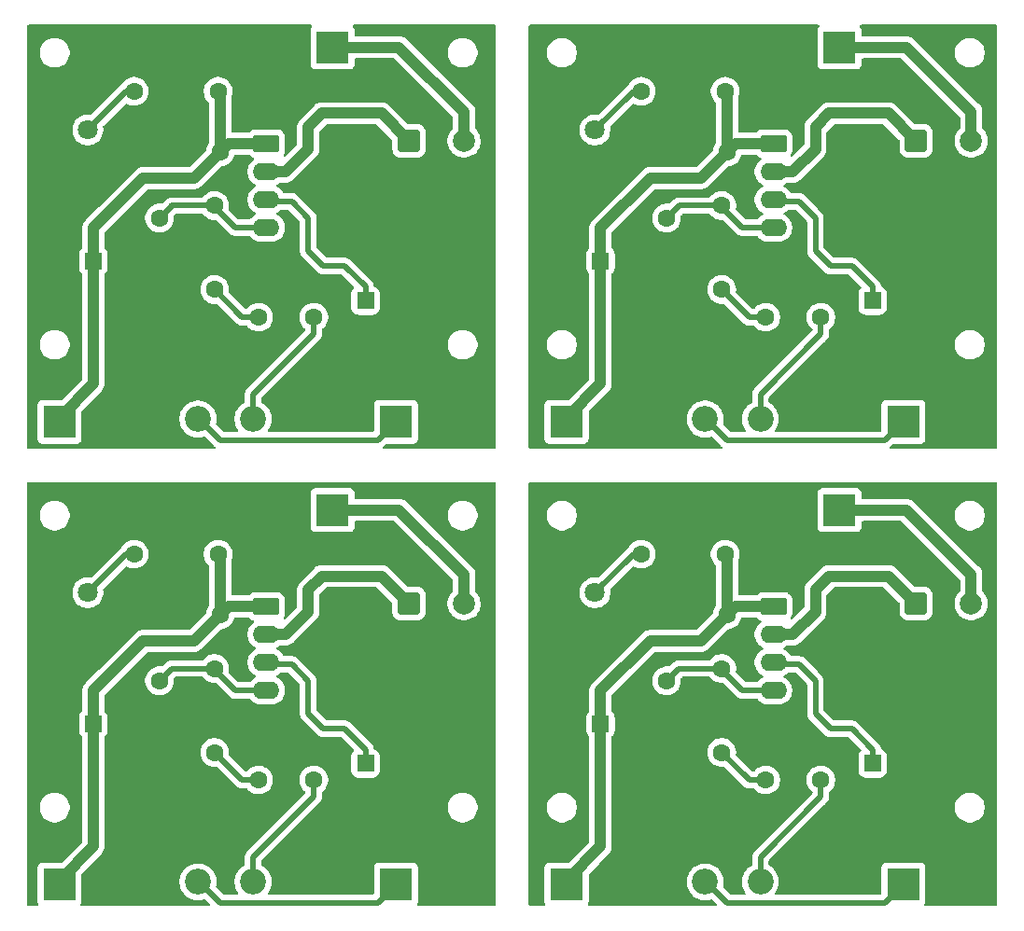
<source format=gbr>
%TF.GenerationSoftware,KiCad,Pcbnew,9.0.4*%
%TF.CreationDate,2025-08-28T09:54:45+02:00*%
%TF.ProjectId,TDA7267_2x2_panel,54444137-3236-4375-9f32-78325f70616e,rev?*%
%TF.SameCoordinates,Original*%
%TF.FileFunction,Copper,L2,Bot*%
%TF.FilePolarity,Positive*%
%FSLAX46Y46*%
G04 Gerber Fmt 4.6, Leading zero omitted, Abs format (unit mm)*
G04 Created by KiCad (PCBNEW 9.0.4) date 2025-08-28 09:54:45*
%MOMM*%
%LPD*%
G01*
G04 APERTURE LIST*
G04 Aperture macros list*
%AMRoundRect*
0 Rectangle with rounded corners*
0 $1 Rounding radius*
0 $2 $3 $4 $5 $6 $7 $8 $9 X,Y pos of 4 corners*
0 Add a 4 corners polygon primitive as box body*
4,1,4,$2,$3,$4,$5,$6,$7,$8,$9,$2,$3,0*
0 Add four circle primitives for the rounded corners*
1,1,$1+$1,$2,$3*
1,1,$1+$1,$4,$5*
1,1,$1+$1,$6,$7*
1,1,$1+$1,$8,$9*
0 Add four rect primitives between the rounded corners*
20,1,$1+$1,$2,$3,$4,$5,0*
20,1,$1+$1,$4,$5,$6,$7,0*
20,1,$1+$1,$6,$7,$8,$9,0*
20,1,$1+$1,$8,$9,$2,$3,0*%
G04 Aperture macros list end*
%TA.AperFunction,ComponentPad*%
%ADD10RoundRect,0.250000X-0.950000X-0.550000X0.950000X-0.550000X0.950000X0.550000X-0.950000X0.550000X0*%
%TD*%
%TA.AperFunction,ComponentPad*%
%ADD11O,2.400000X1.600000*%
%TD*%
%TA.AperFunction,ComponentPad*%
%ADD12RoundRect,0.250000X-0.550000X-0.550000X0.550000X-0.550000X0.550000X0.550000X-0.550000X0.550000X0*%
%TD*%
%TA.AperFunction,ComponentPad*%
%ADD13C,1.600000*%
%TD*%
%TA.AperFunction,ComponentPad*%
%ADD14RoundRect,0.250000X0.550000X0.550000X-0.550000X0.550000X-0.550000X-0.550000X0.550000X-0.550000X0*%
%TD*%
%TA.AperFunction,ComponentPad*%
%ADD15RoundRect,0.250000X-0.750000X-0.750000X0.750000X-0.750000X0.750000X0.750000X-0.750000X0.750000X0*%
%TD*%
%TA.AperFunction,ComponentPad*%
%ADD16C,2.000000*%
%TD*%
%TA.AperFunction,ComponentPad*%
%ADD17R,1.800000X1.800000*%
%TD*%
%TA.AperFunction,ComponentPad*%
%ADD18C,1.800000*%
%TD*%
%TA.AperFunction,ComponentPad*%
%ADD19R,3.000000X3.000000*%
%TD*%
%TA.AperFunction,ComponentPad*%
%ADD20C,3.000000*%
%TD*%
%TA.AperFunction,ComponentPad*%
%ADD21C,2.340000*%
%TD*%
%TA.AperFunction,Conductor*%
%ADD22C,1.000000*%
%TD*%
%TA.AperFunction,Conductor*%
%ADD23C,0.500000*%
%TD*%
G04 APERTURE END LIST*
D10*
%TO.P,U1,1,V+*%
%TO.N,Net-(U1-V+)*%
X94190000Y-82300000D03*
D11*
%TO.P,U1,2,Out*%
%TO.N,Net-(U1-Out)*%
X94190000Y-84840000D03*
%TO.P,U1,3,SRV*%
%TO.N,Net-(U1-SRV)*%
X94190000Y-87380000D03*
%TO.P,U1,4,In*%
%TO.N,Net-(U1-In)*%
X94190000Y-89920000D03*
%TO.P,U1,5,GND*%
%TO.N,GND*%
X101810000Y-89920000D03*
%TO.P,U1,6,GND*%
X101810000Y-87380000D03*
%TO.P,U1,7,GND*%
X101810000Y-84840000D03*
%TO.P,U1,8,GND*%
X101810000Y-82300000D03*
%TD*%
D12*
%TO.P,C2,1*%
%TO.N,Net-(U1-SRV)*%
X103197349Y-96550000D03*
D13*
%TO.P,C2,2*%
%TO.N,GND*%
X106997349Y-96550000D03*
%TD*%
D14*
%TO.P,C4,1*%
%TO.N,Net-(U1-V+)*%
X78500000Y-92950000D03*
D13*
%TO.P,C4,2*%
%TO.N,GND*%
X74700000Y-92950000D03*
%TD*%
D15*
%TO.P,C6,1*%
%TO.N,Net-(U1-Out)*%
X107132323Y-82050000D03*
D16*
%TO.P,C6,2*%
%TO.N,Net-(OUT1-Pin_1)*%
X112132323Y-82050000D03*
%TD*%
D17*
%TO.P,D1,1,K*%
%TO.N,GND*%
X75460000Y-81050000D03*
D18*
%TO.P,D1,2,A*%
%TO.N,Net-(D1-A)*%
X78000000Y-81050000D03*
%TD*%
D13*
%TO.P,C3,1*%
%TO.N,GND*%
X84500000Y-94050000D03*
%TO.P,C3,2*%
%TO.N,Net-(U1-In)*%
X84500000Y-89050000D03*
%TD*%
%TO.P,R1,1*%
%TO.N,Net-(C1-Pad2)*%
X89500000Y-95550000D03*
%TO.P,R1,2*%
%TO.N,Net-(U1-In)*%
X89500000Y-87930000D03*
%TD*%
D19*
%TO.P,OUT1,1,Pin_1*%
%TO.N,Net-(OUT1-Pin_1)*%
X100190000Y-73550000D03*
D20*
%TO.P,OUT1,2,Pin_2*%
%TO.N,GND*%
X95110000Y-73550000D03*
%TD*%
D13*
%TO.P,C5,1*%
%TO.N,GND*%
X85000000Y-83050000D03*
%TO.P,C5,2*%
%TO.N,Net-(U1-V+)*%
X90000000Y-83050000D03*
%TD*%
%TO.P,C1,1*%
%TO.N,Net-(C1-Pad1)*%
X98500000Y-98050000D03*
%TO.P,C1,2*%
%TO.N,Net-(C1-Pad2)*%
X93500000Y-98050000D03*
%TD*%
%TO.P,R2,1*%
%TO.N,Net-(D1-A)*%
X82190000Y-77550000D03*
%TO.P,R2,2*%
%TO.N,Net-(U1-V+)*%
X89810000Y-77550000D03*
%TD*%
D21*
%TO.P,RV1,1,1*%
%TO.N,Net-(IN1-Pin_1)*%
X88000000Y-107300000D03*
%TO.P,RV1,2,2*%
%TO.N,Net-(C1-Pad1)*%
X93000000Y-107300000D03*
%TO.P,RV1,3,3*%
%TO.N,GND*%
X98000000Y-107300000D03*
%TD*%
D19*
%TO.P,VCC1,1,Pin_1*%
%TO.N,Net-(U1-V+)*%
X75420000Y-107550000D03*
D20*
%TO.P,VCC1,2,Pin_2*%
%TO.N,GND*%
X80500000Y-107550000D03*
%TD*%
D19*
%TO.P,IN1,1,Pin_1*%
%TO.N,Net-(IN1-Pin_1)*%
X105960000Y-107550000D03*
D20*
%TO.P,IN1,2,Pin_2*%
%TO.N,GND*%
X111040000Y-107550000D03*
%TD*%
D10*
%TO.P,U1,1,V+*%
%TO.N,Net-(U1-V+)*%
X140190000Y-40300000D03*
D11*
%TO.P,U1,2,Out*%
%TO.N,Net-(U1-Out)*%
X140190000Y-42840000D03*
%TO.P,U1,3,SRV*%
%TO.N,Net-(U1-SRV)*%
X140190000Y-45380000D03*
%TO.P,U1,4,In*%
%TO.N,Net-(U1-In)*%
X140190000Y-47920000D03*
%TO.P,U1,5,GND*%
%TO.N,GND*%
X147810000Y-47920000D03*
%TO.P,U1,6,GND*%
X147810000Y-45380000D03*
%TO.P,U1,7,GND*%
X147810000Y-42840000D03*
%TO.P,U1,8,GND*%
X147810000Y-40300000D03*
%TD*%
D12*
%TO.P,C2,1*%
%TO.N,Net-(U1-SRV)*%
X149197349Y-54550000D03*
D13*
%TO.P,C2,2*%
%TO.N,GND*%
X152997349Y-54550000D03*
%TD*%
D14*
%TO.P,C4,1*%
%TO.N,Net-(U1-V+)*%
X124500000Y-50950000D03*
D13*
%TO.P,C4,2*%
%TO.N,GND*%
X120700000Y-50950000D03*
%TD*%
D15*
%TO.P,C6,1*%
%TO.N,Net-(U1-Out)*%
X153132323Y-40050000D03*
D16*
%TO.P,C6,2*%
%TO.N,Net-(OUT1-Pin_1)*%
X158132323Y-40050000D03*
%TD*%
D13*
%TO.P,C3,1*%
%TO.N,GND*%
X130500000Y-52050000D03*
%TO.P,C3,2*%
%TO.N,Net-(U1-In)*%
X130500000Y-47050000D03*
%TD*%
D17*
%TO.P,D1,1,K*%
%TO.N,GND*%
X121460000Y-39050000D03*
D18*
%TO.P,D1,2,A*%
%TO.N,Net-(D1-A)*%
X124000000Y-39050000D03*
%TD*%
D13*
%TO.P,R1,1*%
%TO.N,Net-(C1-Pad2)*%
X135500000Y-53550000D03*
%TO.P,R1,2*%
%TO.N,Net-(U1-In)*%
X135500000Y-45930000D03*
%TD*%
D19*
%TO.P,OUT1,1,Pin_1*%
%TO.N,Net-(OUT1-Pin_1)*%
X146190000Y-31550000D03*
D20*
%TO.P,OUT1,2,Pin_2*%
%TO.N,GND*%
X141110000Y-31550000D03*
%TD*%
D13*
%TO.P,C5,1*%
%TO.N,GND*%
X131000000Y-41050000D03*
%TO.P,C5,2*%
%TO.N,Net-(U1-V+)*%
X136000000Y-41050000D03*
%TD*%
%TO.P,C1,1*%
%TO.N,Net-(C1-Pad1)*%
X144500000Y-56050000D03*
%TO.P,C1,2*%
%TO.N,Net-(C1-Pad2)*%
X139500000Y-56050000D03*
%TD*%
%TO.P,R2,1*%
%TO.N,Net-(D1-A)*%
X128190000Y-35550000D03*
%TO.P,R2,2*%
%TO.N,Net-(U1-V+)*%
X135810000Y-35550000D03*
%TD*%
D21*
%TO.P,RV1,1,1*%
%TO.N,Net-(IN1-Pin_1)*%
X134000000Y-65300000D03*
%TO.P,RV1,2,2*%
%TO.N,Net-(C1-Pad1)*%
X139000000Y-65300000D03*
%TO.P,RV1,3,3*%
%TO.N,GND*%
X144000000Y-65300000D03*
%TD*%
D19*
%TO.P,VCC1,1,Pin_1*%
%TO.N,Net-(U1-V+)*%
X121420000Y-65550000D03*
D20*
%TO.P,VCC1,2,Pin_2*%
%TO.N,GND*%
X126500000Y-65550000D03*
%TD*%
D19*
%TO.P,IN1,1,Pin_1*%
%TO.N,Net-(IN1-Pin_1)*%
X151960000Y-65550000D03*
D20*
%TO.P,IN1,2,Pin_2*%
%TO.N,GND*%
X157040000Y-65550000D03*
%TD*%
D12*
%TO.P,C2,1*%
%TO.N,Net-(U1-SRV)*%
X103197349Y-54550000D03*
D13*
%TO.P,C2,2*%
%TO.N,GND*%
X106997349Y-54550000D03*
%TD*%
D14*
%TO.P,C4,1*%
%TO.N,Net-(U1-V+)*%
X78500000Y-50950000D03*
D13*
%TO.P,C4,2*%
%TO.N,GND*%
X74700000Y-50950000D03*
%TD*%
D15*
%TO.P,C6,1*%
%TO.N,Net-(U1-Out)*%
X107132323Y-40050000D03*
D16*
%TO.P,C6,2*%
%TO.N,Net-(OUT1-Pin_1)*%
X112132323Y-40050000D03*
%TD*%
D17*
%TO.P,D1,1,K*%
%TO.N,GND*%
X75460000Y-39050000D03*
D18*
%TO.P,D1,2,A*%
%TO.N,Net-(D1-A)*%
X78000000Y-39050000D03*
%TD*%
D13*
%TO.P,C3,1*%
%TO.N,GND*%
X84500000Y-52050000D03*
%TO.P,C3,2*%
%TO.N,Net-(U1-In)*%
X84500000Y-47050000D03*
%TD*%
D10*
%TO.P,U1,1,V+*%
%TO.N,Net-(U1-V+)*%
X94190000Y-40300000D03*
D11*
%TO.P,U1,2,Out*%
%TO.N,Net-(U1-Out)*%
X94190000Y-42840000D03*
%TO.P,U1,3,SRV*%
%TO.N,Net-(U1-SRV)*%
X94190000Y-45380000D03*
%TO.P,U1,4,In*%
%TO.N,Net-(U1-In)*%
X94190000Y-47920000D03*
%TO.P,U1,5,GND*%
%TO.N,GND*%
X101810000Y-47920000D03*
%TO.P,U1,6,GND*%
X101810000Y-45380000D03*
%TO.P,U1,7,GND*%
X101810000Y-42840000D03*
%TO.P,U1,8,GND*%
X101810000Y-40300000D03*
%TD*%
D13*
%TO.P,R1,1*%
%TO.N,Net-(C1-Pad2)*%
X89500000Y-53550000D03*
%TO.P,R1,2*%
%TO.N,Net-(U1-In)*%
X89500000Y-45930000D03*
%TD*%
D19*
%TO.P,OUT1,1,Pin_1*%
%TO.N,Net-(OUT1-Pin_1)*%
X100190000Y-31550000D03*
D20*
%TO.P,OUT1,2,Pin_2*%
%TO.N,GND*%
X95110000Y-31550000D03*
%TD*%
D13*
%TO.P,C5,1*%
%TO.N,GND*%
X85000000Y-41050000D03*
%TO.P,C5,2*%
%TO.N,Net-(U1-V+)*%
X90000000Y-41050000D03*
%TD*%
%TO.P,C1,1*%
%TO.N,Net-(C1-Pad1)*%
X98500000Y-56050000D03*
%TO.P,C1,2*%
%TO.N,Net-(C1-Pad2)*%
X93500000Y-56050000D03*
%TD*%
%TO.P,R2,1*%
%TO.N,Net-(D1-A)*%
X82190000Y-35550000D03*
%TO.P,R2,2*%
%TO.N,Net-(U1-V+)*%
X89810000Y-35550000D03*
%TD*%
D21*
%TO.P,RV1,1,1*%
%TO.N,Net-(IN1-Pin_1)*%
X88000000Y-65300000D03*
%TO.P,RV1,2,2*%
%TO.N,Net-(C1-Pad1)*%
X93000000Y-65300000D03*
%TO.P,RV1,3,3*%
%TO.N,GND*%
X98000000Y-65300000D03*
%TD*%
D19*
%TO.P,VCC1,1,Pin_1*%
%TO.N,Net-(U1-V+)*%
X75420000Y-65550000D03*
D20*
%TO.P,VCC1,2,Pin_2*%
%TO.N,GND*%
X80500000Y-65550000D03*
%TD*%
D19*
%TO.P,IN1,1,Pin_1*%
%TO.N,Net-(IN1-Pin_1)*%
X105960000Y-65550000D03*
D20*
%TO.P,IN1,2,Pin_2*%
%TO.N,GND*%
X111040000Y-65550000D03*
%TD*%
D10*
%TO.P,U1,1,V+*%
%TO.N,Net-(U1-V+)*%
X140190000Y-82300000D03*
D11*
%TO.P,U1,2,Out*%
%TO.N,Net-(U1-Out)*%
X140190000Y-84840000D03*
%TO.P,U1,3,SRV*%
%TO.N,Net-(U1-SRV)*%
X140190000Y-87380000D03*
%TO.P,U1,4,In*%
%TO.N,Net-(U1-In)*%
X140190000Y-89920000D03*
%TO.P,U1,5,GND*%
%TO.N,GND*%
X147810000Y-89920000D03*
%TO.P,U1,6,GND*%
X147810000Y-87380000D03*
%TO.P,U1,7,GND*%
X147810000Y-84840000D03*
%TO.P,U1,8,GND*%
X147810000Y-82300000D03*
%TD*%
D12*
%TO.P,C2,1*%
%TO.N,Net-(U1-SRV)*%
X149197349Y-96550000D03*
D13*
%TO.P,C2,2*%
%TO.N,GND*%
X152997349Y-96550000D03*
%TD*%
D14*
%TO.P,C4,1*%
%TO.N,Net-(U1-V+)*%
X124500000Y-92950000D03*
D13*
%TO.P,C4,2*%
%TO.N,GND*%
X120700000Y-92950000D03*
%TD*%
D15*
%TO.P,C6,1*%
%TO.N,Net-(U1-Out)*%
X153132323Y-82050000D03*
D16*
%TO.P,C6,2*%
%TO.N,Net-(OUT1-Pin_1)*%
X158132323Y-82050000D03*
%TD*%
D17*
%TO.P,D1,1,K*%
%TO.N,GND*%
X121460000Y-81050000D03*
D18*
%TO.P,D1,2,A*%
%TO.N,Net-(D1-A)*%
X124000000Y-81050000D03*
%TD*%
D13*
%TO.P,C3,1*%
%TO.N,GND*%
X130500000Y-94050000D03*
%TO.P,C3,2*%
%TO.N,Net-(U1-In)*%
X130500000Y-89050000D03*
%TD*%
D19*
%TO.P,IN1,1,Pin_1*%
%TO.N,Net-(IN1-Pin_1)*%
X151960000Y-107550000D03*
D20*
%TO.P,IN1,2,Pin_2*%
%TO.N,GND*%
X157040000Y-107550000D03*
%TD*%
D13*
%TO.P,R1,1*%
%TO.N,Net-(C1-Pad2)*%
X135500000Y-95550000D03*
%TO.P,R1,2*%
%TO.N,Net-(U1-In)*%
X135500000Y-87930000D03*
%TD*%
D19*
%TO.P,OUT1,1,Pin_1*%
%TO.N,Net-(OUT1-Pin_1)*%
X146190000Y-73550000D03*
D20*
%TO.P,OUT1,2,Pin_2*%
%TO.N,GND*%
X141110000Y-73550000D03*
%TD*%
D13*
%TO.P,C5,1*%
%TO.N,GND*%
X131000000Y-83050000D03*
%TO.P,C5,2*%
%TO.N,Net-(U1-V+)*%
X136000000Y-83050000D03*
%TD*%
%TO.P,C1,1*%
%TO.N,Net-(C1-Pad1)*%
X144500000Y-98050000D03*
%TO.P,C1,2*%
%TO.N,Net-(C1-Pad2)*%
X139500000Y-98050000D03*
%TD*%
%TO.P,R2,1*%
%TO.N,Net-(D1-A)*%
X128190000Y-77550000D03*
%TO.P,R2,2*%
%TO.N,Net-(U1-V+)*%
X135810000Y-77550000D03*
%TD*%
D21*
%TO.P,RV1,1,1*%
%TO.N,Net-(IN1-Pin_1)*%
X134000000Y-107300000D03*
%TO.P,RV1,2,2*%
%TO.N,Net-(C1-Pad1)*%
X139000000Y-107300000D03*
%TO.P,RV1,3,3*%
%TO.N,GND*%
X144000000Y-107300000D03*
%TD*%
D19*
%TO.P,VCC1,1,Pin_1*%
%TO.N,Net-(U1-V+)*%
X121420000Y-107550000D03*
D20*
%TO.P,VCC1,2,Pin_2*%
%TO.N,GND*%
X126500000Y-107550000D03*
%TD*%
D22*
%TO.N,Net-(U1-Out)*%
X94190000Y-84840000D02*
X95960000Y-84840000D01*
D23*
%TO.N,Net-(U1-SRV)*%
X103197349Y-95297349D02*
X101300000Y-93400000D01*
D22*
%TO.N,Net-(U1-V+)*%
X83025000Y-85425000D02*
X87625000Y-85425000D01*
X75420000Y-107180000D02*
X78500000Y-104100000D01*
%TO.N,Net-(U1-Out)*%
X95960000Y-84840000D02*
X98000000Y-82800000D01*
D23*
%TO.N,Net-(IN1-Pin_1)*%
X105960000Y-107550000D02*
X104289000Y-109221000D01*
%TO.N,Net-(U1-SRV)*%
X98000000Y-89050000D02*
X96500000Y-87550000D01*
%TO.N,Net-(U1-In)*%
X85640722Y-87930000D02*
X89500000Y-87930000D01*
%TO.N,Net-(U1-SRV)*%
X94360000Y-87550000D02*
X94190000Y-87380000D01*
D22*
%TO.N,Net-(U1-Out)*%
X104632323Y-79550000D02*
X107132323Y-82050000D01*
%TO.N,Net-(OUT1-Pin_1)*%
X112132323Y-79410773D02*
X112085335Y-79410773D01*
%TO.N,Net-(U1-V+)*%
X90000000Y-77740000D02*
X89810000Y-77550000D01*
D23*
%TO.N,Net-(U1-SRV)*%
X101300000Y-93400000D02*
X99350000Y-93400000D01*
D22*
%TO.N,Net-(U1-V+)*%
X90750000Y-82300000D02*
X94190000Y-82300000D01*
X87625000Y-85425000D02*
X90000000Y-83050000D01*
D23*
%TO.N,Net-(D1-A)*%
X78000000Y-81050000D02*
X81500000Y-77550000D01*
D22*
%TO.N,Net-(OUT1-Pin_1)*%
X106224562Y-73550000D02*
X100190000Y-73550000D01*
D23*
%TO.N,Net-(U1-In)*%
X94190000Y-89920000D02*
X91370000Y-89920000D01*
%TO.N,Net-(U1-SRV)*%
X103197349Y-96550000D02*
X103197349Y-95297349D01*
%TO.N,Net-(U1-In)*%
X89500000Y-88050000D02*
X89500000Y-87930000D01*
%TO.N,Net-(U1-SRV)*%
X99350000Y-93400000D02*
X98000000Y-92050000D01*
D22*
%TO.N,Net-(U1-Out)*%
X98000000Y-80800000D02*
X99250000Y-79550000D01*
X99250000Y-79550000D02*
X104632323Y-79550000D01*
D23*
%TO.N,Net-(U1-In)*%
X91370000Y-89920000D02*
X89500000Y-88050000D01*
D22*
%TO.N,Net-(OUT1-Pin_1)*%
X112132323Y-82050000D02*
X112132323Y-79410773D01*
D23*
%TO.N,Net-(IN1-Pin_1)*%
X104289000Y-109221000D02*
X90021000Y-109221000D01*
D22*
%TO.N,Net-(U1-V+)*%
X90000000Y-83050000D02*
X90750000Y-82300000D01*
D23*
%TO.N,Net-(U1-In)*%
X85520722Y-88050000D02*
X85640722Y-87930000D01*
D22*
%TO.N,Net-(U1-V+)*%
X75420000Y-107550000D02*
X75420000Y-107180000D01*
D23*
%TO.N,Net-(D1-A)*%
X81500000Y-77550000D02*
X82190000Y-77550000D01*
%TO.N,Net-(U1-In)*%
X85500000Y-88050000D02*
X85520722Y-88050000D01*
D22*
%TO.N,Net-(U1-V+)*%
X90000000Y-83050000D02*
X90000000Y-77740000D01*
D23*
%TO.N,Net-(U1-SRV)*%
X98000000Y-92050000D02*
X98000000Y-89050000D01*
D22*
%TO.N,Net-(OUT1-Pin_1)*%
X112085335Y-79410773D02*
X106224562Y-73550000D01*
D23*
%TO.N,Net-(IN1-Pin_1)*%
X90021000Y-109221000D02*
X88000000Y-107200000D01*
D22*
%TO.N,Net-(U1-V+)*%
X78500000Y-92950000D02*
X78500000Y-89950000D01*
D23*
%TO.N,Net-(C1-Pad1)*%
X93000000Y-107200000D02*
X93000000Y-105050000D01*
%TO.N,Net-(U1-SRV)*%
X96500000Y-87550000D02*
X94360000Y-87550000D01*
%TO.N,Net-(C1-Pad2)*%
X92000000Y-98050000D02*
X89500000Y-95550000D01*
X93500000Y-98050000D02*
X92000000Y-98050000D01*
D22*
%TO.N,Net-(U1-Out)*%
X98000000Y-82800000D02*
X98000000Y-80800000D01*
D23*
%TO.N,Net-(U1-In)*%
X84500000Y-89050000D02*
X85500000Y-88050000D01*
%TO.N,Net-(C1-Pad1)*%
X93000000Y-105050000D02*
X98500000Y-99550000D01*
D22*
%TO.N,Net-(U1-V+)*%
X78500000Y-104100000D02*
X78500000Y-92950000D01*
D23*
%TO.N,Net-(C1-Pad1)*%
X98500000Y-99550000D02*
X98500000Y-98050000D01*
D22*
%TO.N,Net-(U1-V+)*%
X78500000Y-89950000D02*
X83025000Y-85425000D01*
%TO.N,Net-(U1-Out)*%
X140190000Y-42840000D02*
X141960000Y-42840000D01*
D23*
%TO.N,Net-(U1-SRV)*%
X149197349Y-53297349D02*
X147300000Y-51400000D01*
D22*
%TO.N,Net-(U1-V+)*%
X129025000Y-43425000D02*
X133625000Y-43425000D01*
X121420000Y-65180000D02*
X124500000Y-62100000D01*
%TO.N,Net-(U1-Out)*%
X141960000Y-42840000D02*
X144000000Y-40800000D01*
D23*
%TO.N,Net-(IN1-Pin_1)*%
X151960000Y-65550000D02*
X150289000Y-67221000D01*
%TO.N,Net-(U1-SRV)*%
X144000000Y-47050000D02*
X142500000Y-45550000D01*
%TO.N,Net-(U1-In)*%
X131640722Y-45930000D02*
X135500000Y-45930000D01*
%TO.N,Net-(U1-SRV)*%
X140360000Y-45550000D02*
X140190000Y-45380000D01*
D22*
%TO.N,Net-(U1-Out)*%
X150632323Y-37550000D02*
X153132323Y-40050000D01*
%TO.N,Net-(OUT1-Pin_1)*%
X158132323Y-37410773D02*
X158085335Y-37410773D01*
%TO.N,Net-(U1-V+)*%
X136000000Y-35740000D02*
X135810000Y-35550000D01*
D23*
%TO.N,Net-(U1-SRV)*%
X147300000Y-51400000D02*
X145350000Y-51400000D01*
D22*
%TO.N,Net-(U1-V+)*%
X136750000Y-40300000D02*
X140190000Y-40300000D01*
X133625000Y-43425000D02*
X136000000Y-41050000D01*
D23*
%TO.N,Net-(D1-A)*%
X124000000Y-39050000D02*
X127500000Y-35550000D01*
D22*
%TO.N,Net-(OUT1-Pin_1)*%
X152224562Y-31550000D02*
X146190000Y-31550000D01*
D23*
%TO.N,Net-(U1-In)*%
X140190000Y-47920000D02*
X137370000Y-47920000D01*
X135500000Y-46050000D02*
X135500000Y-45930000D01*
%TO.N,Net-(U1-SRV)*%
X145350000Y-51400000D02*
X144000000Y-50050000D01*
D22*
%TO.N,Net-(U1-Out)*%
X144000000Y-38800000D02*
X145250000Y-37550000D01*
X145250000Y-37550000D02*
X150632323Y-37550000D01*
D23*
%TO.N,Net-(U1-In)*%
X137370000Y-47920000D02*
X135500000Y-46050000D01*
D22*
%TO.N,Net-(OUT1-Pin_1)*%
X158132323Y-40050000D02*
X158132323Y-37410773D01*
%TO.N,Net-(U1-V+)*%
X136000000Y-41050000D02*
X136750000Y-40300000D01*
D23*
%TO.N,Net-(U1-In)*%
X131520722Y-46050000D02*
X131640722Y-45930000D01*
D22*
%TO.N,Net-(U1-V+)*%
X121420000Y-65550000D02*
X121420000Y-65180000D01*
D23*
%TO.N,Net-(D1-A)*%
X127500000Y-35550000D02*
X128190000Y-35550000D01*
%TO.N,Net-(U1-In)*%
X131500000Y-46050000D02*
X131520722Y-46050000D01*
%TO.N,Net-(U1-SRV)*%
X144000000Y-50050000D02*
X144000000Y-47050000D01*
D22*
%TO.N,Net-(U1-V+)*%
X124500000Y-47950000D02*
X129025000Y-43425000D01*
%TO.N,Net-(OUT1-Pin_1)*%
X158085335Y-37410773D02*
X152224562Y-31550000D01*
D23*
%TO.N,Net-(IN1-Pin_1)*%
X136021000Y-67221000D02*
X134000000Y-65200000D01*
D22*
%TO.N,Net-(U1-V+)*%
X124500000Y-50950000D02*
X124500000Y-47950000D01*
D23*
%TO.N,Net-(C1-Pad1)*%
X139000000Y-65200000D02*
X139000000Y-63050000D01*
%TO.N,Net-(U1-SRV)*%
X142500000Y-45550000D02*
X140360000Y-45550000D01*
D22*
%TO.N,Net-(U1-V+)*%
X136000000Y-41050000D02*
X136000000Y-35740000D01*
D23*
%TO.N,Net-(C1-Pad2)*%
X138000000Y-56050000D02*
X135500000Y-53550000D01*
X139500000Y-56050000D02*
X138000000Y-56050000D01*
D22*
%TO.N,Net-(U1-Out)*%
X144000000Y-40800000D02*
X144000000Y-38800000D01*
D23*
%TO.N,Net-(U1-In)*%
X130500000Y-47050000D02*
X131500000Y-46050000D01*
%TO.N,Net-(IN1-Pin_1)*%
X150289000Y-67221000D02*
X136021000Y-67221000D01*
%TO.N,Net-(C1-Pad1)*%
X139000000Y-63050000D02*
X144500000Y-57550000D01*
D22*
%TO.N,Net-(U1-V+)*%
X124500000Y-62100000D02*
X124500000Y-50950000D01*
D23*
%TO.N,Net-(C1-Pad1)*%
X144500000Y-57550000D02*
X144500000Y-56050000D01*
%TO.N,Net-(U1-SRV)*%
X149197349Y-54550000D02*
X149197349Y-53297349D01*
X103197349Y-53297349D02*
X101300000Y-51400000D01*
D22*
%TO.N,Net-(U1-V+)*%
X83025000Y-43425000D02*
X87625000Y-43425000D01*
X75420000Y-65180000D02*
X78500000Y-62100000D01*
%TO.N,Net-(U1-Out)*%
X95960000Y-42840000D02*
X98000000Y-40800000D01*
D23*
%TO.N,Net-(IN1-Pin_1)*%
X105960000Y-65550000D02*
X104289000Y-67221000D01*
%TO.N,Net-(U1-SRV)*%
X98000000Y-47050000D02*
X96500000Y-45550000D01*
%TO.N,Net-(U1-In)*%
X85640722Y-45930000D02*
X89500000Y-45930000D01*
%TO.N,Net-(U1-SRV)*%
X94360000Y-45550000D02*
X94190000Y-45380000D01*
D22*
%TO.N,Net-(U1-Out)*%
X104632323Y-37550000D02*
X107132323Y-40050000D01*
%TO.N,Net-(OUT1-Pin_1)*%
X112132323Y-37410773D02*
X112085335Y-37410773D01*
%TO.N,Net-(U1-V+)*%
X90000000Y-35740000D02*
X89810000Y-35550000D01*
D23*
%TO.N,Net-(U1-SRV)*%
X101300000Y-51400000D02*
X99350000Y-51400000D01*
D22*
%TO.N,Net-(U1-V+)*%
X90750000Y-40300000D02*
X94190000Y-40300000D01*
X87625000Y-43425000D02*
X90000000Y-41050000D01*
D23*
%TO.N,Net-(D1-A)*%
X78000000Y-39050000D02*
X81500000Y-35550000D01*
D22*
%TO.N,Net-(OUT1-Pin_1)*%
X106224562Y-31550000D02*
X100190000Y-31550000D01*
D23*
%TO.N,Net-(U1-In)*%
X94190000Y-47920000D02*
X91370000Y-47920000D01*
%TO.N,Net-(U1-SRV)*%
X103197349Y-54550000D02*
X103197349Y-53297349D01*
%TO.N,Net-(U1-In)*%
X89500000Y-46050000D02*
X89500000Y-45930000D01*
%TO.N,Net-(U1-SRV)*%
X99350000Y-51400000D02*
X98000000Y-50050000D01*
D22*
%TO.N,Net-(U1-Out)*%
X98000000Y-38800000D02*
X99250000Y-37550000D01*
X99250000Y-37550000D02*
X104632323Y-37550000D01*
D23*
%TO.N,Net-(U1-In)*%
X91370000Y-47920000D02*
X89500000Y-46050000D01*
D22*
%TO.N,Net-(OUT1-Pin_1)*%
X112132323Y-40050000D02*
X112132323Y-37410773D01*
%TO.N,Net-(U1-Out)*%
X94190000Y-42840000D02*
X95960000Y-42840000D01*
D23*
%TO.N,Net-(IN1-Pin_1)*%
X104289000Y-67221000D02*
X90021000Y-67221000D01*
D22*
%TO.N,Net-(U1-V+)*%
X90000000Y-41050000D02*
X90750000Y-40300000D01*
D23*
%TO.N,Net-(U1-In)*%
X85520722Y-46050000D02*
X85640722Y-45930000D01*
D22*
%TO.N,Net-(U1-V+)*%
X75420000Y-65550000D02*
X75420000Y-65180000D01*
D23*
%TO.N,Net-(D1-A)*%
X81500000Y-35550000D02*
X82190000Y-35550000D01*
D22*
%TO.N,Net-(U1-V+)*%
X90000000Y-41050000D02*
X90000000Y-35740000D01*
D23*
%TO.N,Net-(U1-SRV)*%
X98000000Y-50050000D02*
X98000000Y-47050000D01*
D22*
%TO.N,Net-(U1-V+)*%
X78500000Y-47950000D02*
X83025000Y-43425000D01*
D23*
%TO.N,Net-(IN1-Pin_1)*%
X90021000Y-67221000D02*
X88000000Y-65200000D01*
D22*
%TO.N,Net-(U1-V+)*%
X78500000Y-50950000D02*
X78500000Y-47950000D01*
D23*
%TO.N,Net-(C1-Pad1)*%
X93000000Y-65200000D02*
X93000000Y-63050000D01*
%TO.N,Net-(U1-SRV)*%
X96500000Y-45550000D02*
X94360000Y-45550000D01*
%TO.N,Net-(C1-Pad2)*%
X92000000Y-56050000D02*
X89500000Y-53550000D01*
X93500000Y-56050000D02*
X92000000Y-56050000D01*
D22*
%TO.N,Net-(U1-Out)*%
X98000000Y-40800000D02*
X98000000Y-38800000D01*
D23*
%TO.N,Net-(U1-In)*%
X85500000Y-46050000D02*
X85520722Y-46050000D01*
X84500000Y-47050000D02*
X85500000Y-46050000D01*
%TO.N,Net-(C1-Pad1)*%
X93000000Y-63050000D02*
X98500000Y-57550000D01*
D22*
%TO.N,Net-(U1-V+)*%
X78500000Y-62100000D02*
X78500000Y-50950000D01*
D23*
%TO.N,Net-(C1-Pad1)*%
X98500000Y-57550000D02*
X98500000Y-56050000D01*
D22*
%TO.N,Net-(OUT1-Pin_1)*%
X112085335Y-37410773D02*
X106224562Y-31550000D01*
%TO.N,Net-(U1-Out)*%
X140190000Y-84840000D02*
X141960000Y-84840000D01*
D23*
%TO.N,Net-(U1-SRV)*%
X149197349Y-95297349D02*
X147300000Y-93400000D01*
D22*
%TO.N,Net-(U1-V+)*%
X129025000Y-85425000D02*
X133625000Y-85425000D01*
X121420000Y-107180000D02*
X124500000Y-104100000D01*
%TO.N,Net-(U1-Out)*%
X141960000Y-84840000D02*
X144000000Y-82800000D01*
D23*
%TO.N,Net-(IN1-Pin_1)*%
X151960000Y-107550000D02*
X150289000Y-109221000D01*
%TO.N,Net-(U1-SRV)*%
X144000000Y-89050000D02*
X142500000Y-87550000D01*
%TO.N,Net-(U1-In)*%
X131640722Y-87930000D02*
X135500000Y-87930000D01*
%TO.N,Net-(U1-SRV)*%
X140360000Y-87550000D02*
X140190000Y-87380000D01*
D22*
%TO.N,Net-(U1-Out)*%
X150632323Y-79550000D02*
X153132323Y-82050000D01*
%TO.N,Net-(OUT1-Pin_1)*%
X158132323Y-79410773D02*
X158085335Y-79410773D01*
%TO.N,Net-(U1-V+)*%
X136000000Y-77740000D02*
X135810000Y-77550000D01*
D23*
%TO.N,Net-(U1-SRV)*%
X147300000Y-93400000D02*
X145350000Y-93400000D01*
D22*
%TO.N,Net-(U1-V+)*%
X136750000Y-82300000D02*
X140190000Y-82300000D01*
X133625000Y-85425000D02*
X136000000Y-83050000D01*
D23*
%TO.N,Net-(D1-A)*%
X124000000Y-81050000D02*
X127500000Y-77550000D01*
D22*
%TO.N,Net-(OUT1-Pin_1)*%
X152224562Y-73550000D02*
X146190000Y-73550000D01*
D23*
%TO.N,Net-(U1-In)*%
X140190000Y-89920000D02*
X137370000Y-89920000D01*
%TO.N,Net-(U1-SRV)*%
X149197349Y-96550000D02*
X149197349Y-95297349D01*
%TO.N,Net-(U1-In)*%
X135500000Y-88050000D02*
X135500000Y-87930000D01*
%TO.N,Net-(U1-SRV)*%
X145350000Y-93400000D02*
X144000000Y-92050000D01*
D22*
%TO.N,Net-(U1-Out)*%
X144000000Y-80800000D02*
X145250000Y-79550000D01*
X145250000Y-79550000D02*
X150632323Y-79550000D01*
D23*
%TO.N,Net-(U1-In)*%
X137370000Y-89920000D02*
X135500000Y-88050000D01*
D22*
%TO.N,Net-(OUT1-Pin_1)*%
X158132323Y-82050000D02*
X158132323Y-79410773D01*
D23*
%TO.N,Net-(IN1-Pin_1)*%
X150289000Y-109221000D02*
X136021000Y-109221000D01*
D22*
%TO.N,Net-(U1-V+)*%
X136000000Y-83050000D02*
X136750000Y-82300000D01*
D23*
%TO.N,Net-(U1-In)*%
X131520722Y-88050000D02*
X131640722Y-87930000D01*
D22*
%TO.N,Net-(U1-V+)*%
X121420000Y-107550000D02*
X121420000Y-107180000D01*
D23*
%TO.N,Net-(D1-A)*%
X127500000Y-77550000D02*
X128190000Y-77550000D01*
%TO.N,Net-(U1-In)*%
X131500000Y-88050000D02*
X131520722Y-88050000D01*
D22*
%TO.N,Net-(U1-V+)*%
X136000000Y-83050000D02*
X136000000Y-77740000D01*
D23*
%TO.N,Net-(U1-SRV)*%
X144000000Y-92050000D02*
X144000000Y-89050000D01*
D22*
%TO.N,Net-(U1-V+)*%
X124500000Y-89950000D02*
X129025000Y-85425000D01*
%TO.N,Net-(OUT1-Pin_1)*%
X158085335Y-79410773D02*
X152224562Y-73550000D01*
D23*
%TO.N,Net-(IN1-Pin_1)*%
X136021000Y-109221000D02*
X134000000Y-107200000D01*
D22*
%TO.N,Net-(U1-V+)*%
X124500000Y-92950000D02*
X124500000Y-89950000D01*
D23*
%TO.N,Net-(C1-Pad1)*%
X139000000Y-107200000D02*
X139000000Y-105050000D01*
%TO.N,Net-(U1-SRV)*%
X142500000Y-87550000D02*
X140360000Y-87550000D01*
%TO.N,Net-(C1-Pad2)*%
X138000000Y-98050000D02*
X135500000Y-95550000D01*
X139500000Y-98050000D02*
X138000000Y-98050000D01*
D22*
%TO.N,Net-(U1-Out)*%
X144000000Y-82800000D02*
X144000000Y-80800000D01*
D23*
%TO.N,Net-(U1-In)*%
X130500000Y-89050000D02*
X131500000Y-88050000D01*
%TO.N,Net-(C1-Pad1)*%
X139000000Y-105050000D02*
X144500000Y-99550000D01*
D22*
%TO.N,Net-(U1-V+)*%
X124500000Y-104100000D02*
X124500000Y-92950000D01*
D23*
%TO.N,Net-(C1-Pad1)*%
X144500000Y-99550000D02*
X144500000Y-98050000D01*
%TD*%
%TA.AperFunction,Conductor*%
%TO.N,GND*%
G36*
X160442539Y-71019685D02*
G01*
X160488294Y-71072489D01*
X160499500Y-71124000D01*
X160499500Y-109375500D01*
X160479815Y-109442539D01*
X160427011Y-109488294D01*
X160375500Y-109499500D01*
X153996432Y-109499500D01*
X153929393Y-109479815D01*
X153883638Y-109427011D01*
X153873694Y-109357853D01*
X153897165Y-109301190D01*
X153900679Y-109296494D01*
X153903796Y-109292331D01*
X153954091Y-109157483D01*
X153960500Y-109097873D01*
X153960499Y-106002128D01*
X153954091Y-105942517D01*
X153941235Y-105908049D01*
X153903797Y-105807671D01*
X153903793Y-105807664D01*
X153817547Y-105692455D01*
X153817544Y-105692452D01*
X153702335Y-105606206D01*
X153702328Y-105606202D01*
X153567482Y-105555908D01*
X153567483Y-105555908D01*
X153507883Y-105549501D01*
X153507881Y-105549500D01*
X153507873Y-105549500D01*
X153507864Y-105549500D01*
X150412129Y-105549500D01*
X150412123Y-105549501D01*
X150352516Y-105555908D01*
X150217671Y-105606202D01*
X150217664Y-105606206D01*
X150102455Y-105692452D01*
X150102452Y-105692455D01*
X150016206Y-105807664D01*
X150016202Y-105807671D01*
X149965908Y-105942517D01*
X149959501Y-106002116D01*
X149959500Y-106002127D01*
X149959500Y-107190516D01*
X149959501Y-108346500D01*
X149939816Y-108413539D01*
X149887013Y-108459294D01*
X149835501Y-108470500D01*
X140458910Y-108470500D01*
X140391871Y-108450815D01*
X140346116Y-108398011D01*
X140336172Y-108328853D01*
X140360534Y-108271014D01*
X140375300Y-108251768D01*
X140391950Y-108230071D01*
X140501440Y-108040428D01*
X140585241Y-107838117D01*
X140641917Y-107626598D01*
X140670500Y-107409490D01*
X140670500Y-107190510D01*
X140641917Y-106973402D01*
X140585241Y-106761883D01*
X140501440Y-106559572D01*
X140500591Y-106558102D01*
X140391950Y-106369929D01*
X140258644Y-106196201D01*
X140258638Y-106196194D01*
X140103805Y-106041361D01*
X140103798Y-106041355D01*
X139930070Y-105908049D01*
X139812500Y-105840170D01*
X139764284Y-105789603D01*
X139750500Y-105732783D01*
X139750500Y-105412229D01*
X139770185Y-105345190D01*
X139786819Y-105324548D01*
X144667654Y-100443713D01*
X156649500Y-100443713D01*
X156649500Y-100656286D01*
X156682753Y-100866239D01*
X156748444Y-101068414D01*
X156844951Y-101257820D01*
X156969890Y-101429786D01*
X157120213Y-101580109D01*
X157292179Y-101705048D01*
X157292181Y-101705049D01*
X157292184Y-101705051D01*
X157481588Y-101801557D01*
X157683757Y-101867246D01*
X157893713Y-101900500D01*
X157893714Y-101900500D01*
X158106286Y-101900500D01*
X158106287Y-101900500D01*
X158316243Y-101867246D01*
X158518412Y-101801557D01*
X158707816Y-101705051D01*
X158729789Y-101689086D01*
X158879786Y-101580109D01*
X158879788Y-101580106D01*
X158879792Y-101580104D01*
X159030104Y-101429792D01*
X159030106Y-101429788D01*
X159030109Y-101429786D01*
X159155048Y-101257820D01*
X159155047Y-101257820D01*
X159155051Y-101257816D01*
X159251557Y-101068412D01*
X159317246Y-100866243D01*
X159350500Y-100656287D01*
X159350500Y-100443713D01*
X159317246Y-100233757D01*
X159251557Y-100031588D01*
X159155051Y-99842184D01*
X159155049Y-99842181D01*
X159155048Y-99842179D01*
X159030109Y-99670213D01*
X158879786Y-99519890D01*
X158707820Y-99394951D01*
X158518414Y-99298444D01*
X158518413Y-99298443D01*
X158518412Y-99298443D01*
X158316243Y-99232754D01*
X158316241Y-99232753D01*
X158316240Y-99232753D01*
X158154957Y-99207208D01*
X158106287Y-99199500D01*
X157893713Y-99199500D01*
X157845042Y-99207208D01*
X157683760Y-99232753D01*
X157481585Y-99298444D01*
X157292179Y-99394951D01*
X157120213Y-99519890D01*
X156969890Y-99670213D01*
X156844951Y-99842179D01*
X156748444Y-100031585D01*
X156682753Y-100233760D01*
X156649500Y-100443713D01*
X144667654Y-100443713D01*
X144760207Y-100351160D01*
X144877610Y-100233757D01*
X145082952Y-100028415D01*
X145110205Y-99987627D01*
X145165084Y-99905495D01*
X145191308Y-99842184D01*
X145221659Y-99768912D01*
X145250500Y-99623917D01*
X145250500Y-99476082D01*
X145250500Y-99175416D01*
X145270185Y-99108377D01*
X145301613Y-99075099D01*
X145347219Y-99041966D01*
X145491966Y-98897219D01*
X145491968Y-98897215D01*
X145491971Y-98897213D01*
X145562236Y-98800500D01*
X145612287Y-98731610D01*
X145705220Y-98549219D01*
X145768477Y-98354534D01*
X145800500Y-98152352D01*
X145800500Y-97947648D01*
X145768477Y-97745466D01*
X145705220Y-97550781D01*
X145705218Y-97550778D01*
X145705218Y-97550776D01*
X145638244Y-97419334D01*
X145612287Y-97368390D01*
X145557008Y-97292304D01*
X145491971Y-97202786D01*
X145347213Y-97058028D01*
X145181613Y-96937715D01*
X145181612Y-96937714D01*
X145181610Y-96937713D01*
X145124653Y-96908691D01*
X144999223Y-96844781D01*
X144804534Y-96781522D01*
X144629995Y-96753878D01*
X144602352Y-96749500D01*
X144397648Y-96749500D01*
X144373329Y-96753351D01*
X144195465Y-96781522D01*
X144000776Y-96844781D01*
X143818386Y-96937715D01*
X143652786Y-97058028D01*
X143508028Y-97202786D01*
X143387715Y-97368386D01*
X143294781Y-97550776D01*
X143231522Y-97745465D01*
X143199500Y-97947648D01*
X143199500Y-98152351D01*
X143231522Y-98354534D01*
X143294781Y-98549223D01*
X143387715Y-98731613D01*
X143508028Y-98897213D01*
X143508034Y-98897219D01*
X143652781Y-99041966D01*
X143698384Y-99075098D01*
X143701724Y-99079429D01*
X143706703Y-99081703D01*
X143722832Y-99106801D01*
X143741050Y-99130425D01*
X143742303Y-99137098D01*
X143744477Y-99140481D01*
X143749500Y-99175416D01*
X143749500Y-99187769D01*
X143729815Y-99254808D01*
X143713181Y-99275450D01*
X138417050Y-104571580D01*
X138417044Y-104571588D01*
X138367812Y-104645268D01*
X138367813Y-104645269D01*
X138334921Y-104694496D01*
X138334916Y-104694506D01*
X138278342Y-104831086D01*
X138278340Y-104831092D01*
X138249500Y-104976079D01*
X138249500Y-105732783D01*
X138229815Y-105799822D01*
X138187500Y-105840170D01*
X138069929Y-105908049D01*
X137896201Y-106041355D01*
X137896194Y-106041361D01*
X137741361Y-106196194D01*
X137741355Y-106196201D01*
X137608049Y-106369929D01*
X137498565Y-106559561D01*
X137498560Y-106559573D01*
X137414758Y-106761884D01*
X137358084Y-106973399D01*
X137358082Y-106973410D01*
X137329500Y-107190502D01*
X137329500Y-107409497D01*
X137353306Y-107590314D01*
X137358083Y-107626598D01*
X137386421Y-107732357D01*
X137404180Y-107798638D01*
X137414759Y-107838117D01*
X137498560Y-108040428D01*
X137498562Y-108040433D01*
X137498565Y-108040438D01*
X137608049Y-108230070D01*
X137639466Y-108271014D01*
X137664660Y-108336184D01*
X137650621Y-108404628D01*
X137601807Y-108454618D01*
X137541090Y-108470500D01*
X136383229Y-108470500D01*
X136316190Y-108450815D01*
X136295548Y-108434181D01*
X135660006Y-107798638D01*
X135626521Y-107737315D01*
X135627912Y-107678863D01*
X135641916Y-107626600D01*
X135641917Y-107626598D01*
X135670500Y-107409490D01*
X135670500Y-107190510D01*
X135641917Y-106973402D01*
X135585241Y-106761883D01*
X135501440Y-106559572D01*
X135500591Y-106558102D01*
X135391950Y-106369929D01*
X135258644Y-106196201D01*
X135258638Y-106196194D01*
X135103805Y-106041361D01*
X135103798Y-106041355D01*
X134930070Y-105908049D01*
X134740438Y-105798565D01*
X134740433Y-105798562D01*
X134740428Y-105798560D01*
X134538117Y-105714759D01*
X134538118Y-105714759D01*
X134538115Y-105714758D01*
X134432357Y-105686421D01*
X134326598Y-105658083D01*
X134290314Y-105653306D01*
X134109497Y-105629500D01*
X134109490Y-105629500D01*
X133890510Y-105629500D01*
X133890502Y-105629500D01*
X133683853Y-105656707D01*
X133673402Y-105658083D01*
X133628699Y-105670060D01*
X133461884Y-105714758D01*
X133343374Y-105763847D01*
X133259572Y-105798560D01*
X133259569Y-105798561D01*
X133259561Y-105798565D01*
X133069929Y-105908049D01*
X132896201Y-106041355D01*
X132896194Y-106041361D01*
X132741361Y-106196194D01*
X132741355Y-106196201D01*
X132608049Y-106369929D01*
X132498565Y-106559561D01*
X132498560Y-106559573D01*
X132414758Y-106761884D01*
X132358084Y-106973399D01*
X132358082Y-106973410D01*
X132329500Y-107190502D01*
X132329500Y-107409497D01*
X132353306Y-107590314D01*
X132358083Y-107626598D01*
X132386421Y-107732357D01*
X132404180Y-107798638D01*
X132414759Y-107838117D01*
X132498560Y-108040428D01*
X132498562Y-108040433D01*
X132498565Y-108040438D01*
X132608049Y-108230070D01*
X132741355Y-108403798D01*
X132741361Y-108403805D01*
X132896194Y-108558638D01*
X132896201Y-108558644D01*
X133069929Y-108691950D01*
X133259561Y-108801434D01*
X133259563Y-108801434D01*
X133259572Y-108801440D01*
X133461883Y-108885241D01*
X133673402Y-108941917D01*
X133890510Y-108970500D01*
X133890517Y-108970500D01*
X134109483Y-108970500D01*
X134109490Y-108970500D01*
X134326598Y-108941917D01*
X134536601Y-108885647D01*
X134606448Y-108887310D01*
X134656373Y-108917741D01*
X134896115Y-109157483D01*
X135026452Y-109287819D01*
X135059937Y-109349142D01*
X135054953Y-109418833D01*
X135013082Y-109474767D01*
X134947617Y-109499184D01*
X134938771Y-109499500D01*
X123456432Y-109499500D01*
X123389393Y-109479815D01*
X123343638Y-109427011D01*
X123333694Y-109357853D01*
X123357165Y-109301190D01*
X123360679Y-109296494D01*
X123363796Y-109292331D01*
X123414091Y-109157483D01*
X123420500Y-109097873D01*
X123420499Y-106645782D01*
X123440184Y-106578744D01*
X123456818Y-106558102D01*
X124356837Y-105658084D01*
X125277140Y-104737781D01*
X125306056Y-104694505D01*
X125386632Y-104573914D01*
X125462051Y-104391835D01*
X125500500Y-104198541D01*
X125500500Y-95447648D01*
X134199500Y-95447648D01*
X134199500Y-95652351D01*
X134231522Y-95854534D01*
X134294781Y-96049223D01*
X134387715Y-96231613D01*
X134508028Y-96397213D01*
X134652786Y-96541971D01*
X134807749Y-96654556D01*
X134818390Y-96662287D01*
X134934607Y-96721503D01*
X135000776Y-96755218D01*
X135000778Y-96755218D01*
X135000781Y-96755220D01*
X135105137Y-96789127D01*
X135195465Y-96818477D01*
X135279564Y-96831797D01*
X135397648Y-96850500D01*
X135397649Y-96850500D01*
X135602350Y-96850500D01*
X135602352Y-96850500D01*
X135658026Y-96841681D01*
X135727318Y-96850635D01*
X135765105Y-96876473D01*
X137521586Y-98632954D01*
X137551058Y-98652645D01*
X137595270Y-98682186D01*
X137644505Y-98715084D01*
X137644506Y-98715084D01*
X137644507Y-98715085D01*
X137644509Y-98715086D01*
X137781082Y-98771656D01*
X137781087Y-98771658D01*
X137781091Y-98771658D01*
X137781092Y-98771659D01*
X137926079Y-98800500D01*
X137926082Y-98800500D01*
X137926083Y-98800500D01*
X138073917Y-98800500D01*
X138374582Y-98800500D01*
X138441621Y-98820185D01*
X138474900Y-98851615D01*
X138508028Y-98897212D01*
X138508032Y-98897217D01*
X138652786Y-99041971D01*
X138774535Y-99130425D01*
X138818390Y-99162287D01*
X138891425Y-99199500D01*
X139000776Y-99255218D01*
X139000778Y-99255218D01*
X139000781Y-99255220D01*
X139063043Y-99275450D01*
X139195465Y-99318477D01*
X139296557Y-99334488D01*
X139397648Y-99350500D01*
X139397649Y-99350500D01*
X139602351Y-99350500D01*
X139602352Y-99350500D01*
X139804534Y-99318477D01*
X139999219Y-99255220D01*
X140181610Y-99162287D01*
X140301619Y-99075096D01*
X140347213Y-99041971D01*
X140347215Y-99041968D01*
X140347219Y-99041966D01*
X140491966Y-98897219D01*
X140491968Y-98897215D01*
X140491971Y-98897213D01*
X140562236Y-98800500D01*
X140612287Y-98731610D01*
X140705220Y-98549219D01*
X140768477Y-98354534D01*
X140800500Y-98152352D01*
X140800500Y-97947648D01*
X140768477Y-97745466D01*
X140705220Y-97550781D01*
X140705218Y-97550778D01*
X140705218Y-97550776D01*
X140638244Y-97419334D01*
X140612287Y-97368390D01*
X140557008Y-97292304D01*
X140491971Y-97202786D01*
X140347213Y-97058028D01*
X140181613Y-96937715D01*
X140181612Y-96937714D01*
X140181610Y-96937713D01*
X140124653Y-96908691D01*
X139999223Y-96844781D01*
X139804534Y-96781522D01*
X139629995Y-96753878D01*
X139602352Y-96749500D01*
X139397648Y-96749500D01*
X139373329Y-96753351D01*
X139195465Y-96781522D01*
X139000776Y-96844781D01*
X138818386Y-96937715D01*
X138652786Y-97058028D01*
X138508032Y-97202782D01*
X138508028Y-97202787D01*
X138474900Y-97248385D01*
X138470568Y-97251725D01*
X138468295Y-97256703D01*
X138443195Y-97272833D01*
X138419571Y-97291051D01*
X138412897Y-97292304D01*
X138409517Y-97294477D01*
X138374582Y-97299500D01*
X138362230Y-97299500D01*
X138295191Y-97279815D01*
X138274549Y-97263181D01*
X136826473Y-95815105D01*
X136792988Y-95753782D01*
X136791681Y-95708027D01*
X136800500Y-95652352D01*
X136800500Y-95447648D01*
X136779520Y-95315186D01*
X136768477Y-95245465D01*
X136739127Y-95155137D01*
X136705220Y-95050781D01*
X136705218Y-95050778D01*
X136705218Y-95050776D01*
X136649720Y-94941857D01*
X136612287Y-94868390D01*
X136576355Y-94818933D01*
X136491971Y-94702786D01*
X136347213Y-94558028D01*
X136181613Y-94437715D01*
X136181612Y-94437714D01*
X136181610Y-94437713D01*
X136124653Y-94408691D01*
X135999223Y-94344781D01*
X135804534Y-94281522D01*
X135629995Y-94253878D01*
X135602352Y-94249500D01*
X135397648Y-94249500D01*
X135373329Y-94253351D01*
X135195465Y-94281522D01*
X135000776Y-94344781D01*
X134818386Y-94437715D01*
X134652786Y-94558028D01*
X134508028Y-94702786D01*
X134387715Y-94868386D01*
X134294781Y-95050776D01*
X134231522Y-95245465D01*
X134199500Y-95447648D01*
X125500500Y-95447648D01*
X125500500Y-94162230D01*
X125520185Y-94095191D01*
X125536819Y-94074549D01*
X125546288Y-94065080D01*
X125642712Y-93968656D01*
X125734814Y-93819334D01*
X125789999Y-93652797D01*
X125800500Y-93550009D01*
X125800499Y-92349992D01*
X125789999Y-92247203D01*
X125734814Y-92080666D01*
X125642712Y-91931344D01*
X125536818Y-91825450D01*
X125503334Y-91764127D01*
X125500500Y-91737769D01*
X125500500Y-90415782D01*
X125520185Y-90348743D01*
X125536819Y-90328101D01*
X129403102Y-86461819D01*
X129464425Y-86428334D01*
X129490783Y-86425500D01*
X133723542Y-86425500D01*
X133754566Y-86419328D01*
X133820188Y-86406275D01*
X133916836Y-86387051D01*
X133970165Y-86364961D01*
X134098914Y-86311632D01*
X134262782Y-86202139D01*
X134402139Y-86062782D01*
X134402140Y-86062779D01*
X134409206Y-86055714D01*
X134409209Y-86055710D01*
X136088203Y-84376715D01*
X136149524Y-84343232D01*
X136156473Y-84341927D01*
X136304534Y-84318477D01*
X136499219Y-84255220D01*
X136681610Y-84162287D01*
X136774590Y-84094732D01*
X136847213Y-84041971D01*
X136847215Y-84041968D01*
X136847219Y-84041966D01*
X136991966Y-83897219D01*
X136991968Y-83897215D01*
X136991971Y-83897213D01*
X137044732Y-83824590D01*
X137112287Y-83731610D01*
X137205220Y-83549219D01*
X137258194Y-83386182D01*
X137297632Y-83328506D01*
X137361990Y-83301308D01*
X137376125Y-83300500D01*
X138577769Y-83300500D01*
X138644808Y-83320185D01*
X138665450Y-83336818D01*
X138771344Y-83442712D01*
X138920666Y-83534814D01*
X139002570Y-83561954D01*
X139060015Y-83601727D01*
X139086838Y-83666243D01*
X139074523Y-83735018D01*
X139036451Y-83779978D01*
X138942787Y-83848028D01*
X138942782Y-83848032D01*
X138798028Y-83992786D01*
X138677715Y-84158386D01*
X138584781Y-84340776D01*
X138521522Y-84535465D01*
X138489500Y-84737648D01*
X138489500Y-84942351D01*
X138521522Y-85144534D01*
X138584781Y-85339223D01*
X138648691Y-85464653D01*
X138655381Y-85477782D01*
X138677715Y-85521613D01*
X138798028Y-85687213D01*
X138942786Y-85831971D01*
X139097749Y-85944556D01*
X139108390Y-85952287D01*
X139199840Y-85998883D01*
X139201080Y-85999515D01*
X139251876Y-86047490D01*
X139268671Y-86115311D01*
X139246134Y-86181446D01*
X139201080Y-86220485D01*
X139108386Y-86267715D01*
X138942786Y-86388028D01*
X138798028Y-86532786D01*
X138677715Y-86698386D01*
X138584781Y-86880776D01*
X138521522Y-87075465D01*
X138489500Y-87277648D01*
X138489500Y-87482351D01*
X138521522Y-87684534D01*
X138584781Y-87879223D01*
X138614584Y-87937713D01*
X138662805Y-88032352D01*
X138677715Y-88061613D01*
X138798028Y-88227213D01*
X138942786Y-88371971D01*
X139073654Y-88467050D01*
X139108390Y-88492287D01*
X139199840Y-88538883D01*
X139201080Y-88539515D01*
X139251876Y-88587490D01*
X139268671Y-88655311D01*
X139246134Y-88721446D01*
X139201080Y-88760485D01*
X139108386Y-88807715D01*
X138942786Y-88928028D01*
X138798032Y-89072782D01*
X138798028Y-89072787D01*
X138764900Y-89118385D01*
X138709571Y-89161051D01*
X138664582Y-89169500D01*
X137732229Y-89169500D01*
X137665190Y-89149815D01*
X137644548Y-89133181D01*
X136810066Y-88298699D01*
X136776581Y-88237376D01*
X136775274Y-88191620D01*
X136800500Y-88032351D01*
X136800500Y-87827648D01*
X136768477Y-87625465D01*
X136717004Y-87467048D01*
X136705220Y-87430781D01*
X136705218Y-87430778D01*
X136705218Y-87430776D01*
X136641683Y-87306083D01*
X136612287Y-87248390D01*
X136583190Y-87208341D01*
X136491971Y-87082786D01*
X136347213Y-86938028D01*
X136181613Y-86817715D01*
X136181612Y-86817714D01*
X136181610Y-86817713D01*
X136107231Y-86779815D01*
X135999223Y-86724781D01*
X135804534Y-86661522D01*
X135629995Y-86633878D01*
X135602352Y-86629500D01*
X135397648Y-86629500D01*
X135373329Y-86633351D01*
X135195465Y-86661522D01*
X135000776Y-86724781D01*
X134818386Y-86817715D01*
X134652786Y-86938028D01*
X134508032Y-87082782D01*
X134508028Y-87082787D01*
X134474900Y-87128385D01*
X134419571Y-87171051D01*
X134374582Y-87179500D01*
X131566798Y-87179500D01*
X131537964Y-87185234D01*
X131537965Y-87185235D01*
X131421815Y-87208339D01*
X131421805Y-87208342D01*
X131341803Y-87241479D01*
X131341804Y-87241480D01*
X131285228Y-87264915D01*
X131223616Y-87306083D01*
X131162305Y-87347049D01*
X131162300Y-87347053D01*
X131092664Y-87416688D01*
X131073876Y-87432107D01*
X131021585Y-87467047D01*
X131021579Y-87467052D01*
X130765105Y-87723526D01*
X130703782Y-87757011D01*
X130658026Y-87758318D01*
X130602352Y-87749500D01*
X130397648Y-87749500D01*
X130373329Y-87753351D01*
X130195465Y-87781522D01*
X130000776Y-87844781D01*
X129818386Y-87937715D01*
X129652786Y-88058028D01*
X129508028Y-88202786D01*
X129387715Y-88368386D01*
X129294781Y-88550776D01*
X129231522Y-88745465D01*
X129199500Y-88947648D01*
X129199500Y-89152351D01*
X129231522Y-89354534D01*
X129294781Y-89549223D01*
X129387715Y-89731613D01*
X129508028Y-89897213D01*
X129652786Y-90041971D01*
X129807749Y-90154556D01*
X129818390Y-90162287D01*
X129934607Y-90221503D01*
X130000776Y-90255218D01*
X130000778Y-90255218D01*
X130000781Y-90255220D01*
X130105137Y-90289127D01*
X130195465Y-90318477D01*
X130296557Y-90334488D01*
X130397648Y-90350500D01*
X130397649Y-90350500D01*
X130602351Y-90350500D01*
X130602352Y-90350500D01*
X130804534Y-90318477D01*
X130999219Y-90255220D01*
X131181610Y-90162287D01*
X131274590Y-90094732D01*
X131347213Y-90041971D01*
X131347215Y-90041968D01*
X131347219Y-90041966D01*
X131491966Y-89897219D01*
X131491968Y-89897215D01*
X131491971Y-89897213D01*
X131549777Y-89817648D01*
X131612287Y-89731610D01*
X131705220Y-89549219D01*
X131768477Y-89354534D01*
X131800500Y-89152352D01*
X131800500Y-88947648D01*
X131791681Y-88891971D01*
X131792382Y-88886545D01*
X131790470Y-88881418D01*
X131796811Y-88852269D01*
X131800635Y-88822680D01*
X131804468Y-88817073D01*
X131805323Y-88813146D01*
X131826470Y-88784896D01*
X131894550Y-88716817D01*
X131955874Y-88683333D01*
X131982230Y-88680500D01*
X134374582Y-88680500D01*
X134441621Y-88700185D01*
X134474900Y-88731615D01*
X134508028Y-88777212D01*
X134508032Y-88777217D01*
X134652786Y-88921971D01*
X134807749Y-89034556D01*
X134818390Y-89042287D01*
X134878248Y-89072786D01*
X135000776Y-89135218D01*
X135000778Y-89135218D01*
X135000781Y-89135220D01*
X135045700Y-89149815D01*
X135195465Y-89198477D01*
X135296557Y-89214488D01*
X135397648Y-89230500D01*
X135397649Y-89230500D01*
X135567770Y-89230500D01*
X135634809Y-89250185D01*
X135655451Y-89266819D01*
X136891580Y-90502948D01*
X136891584Y-90502951D01*
X137014498Y-90585080D01*
X137014511Y-90585087D01*
X137151082Y-90641656D01*
X137151087Y-90641658D01*
X137151091Y-90641658D01*
X137151092Y-90641659D01*
X137296079Y-90670500D01*
X137296082Y-90670500D01*
X137443917Y-90670500D01*
X138664582Y-90670500D01*
X138731621Y-90690185D01*
X138764900Y-90721615D01*
X138798028Y-90767212D01*
X138798032Y-90767217D01*
X138942786Y-90911971D01*
X139097749Y-91024556D01*
X139108390Y-91032287D01*
X139224607Y-91091503D01*
X139290776Y-91125218D01*
X139290778Y-91125218D01*
X139290781Y-91125220D01*
X139395137Y-91159127D01*
X139485465Y-91188477D01*
X139586557Y-91204488D01*
X139687648Y-91220500D01*
X139687649Y-91220500D01*
X140692351Y-91220500D01*
X140692352Y-91220500D01*
X140894534Y-91188477D01*
X141089219Y-91125220D01*
X141271610Y-91032287D01*
X141364590Y-90964732D01*
X141437213Y-90911971D01*
X141437215Y-90911968D01*
X141437219Y-90911966D01*
X141581966Y-90767219D01*
X141581968Y-90767215D01*
X141581971Y-90767213D01*
X141652236Y-90670500D01*
X141702287Y-90601610D01*
X141795220Y-90419219D01*
X141858477Y-90224534D01*
X141890500Y-90022352D01*
X141890500Y-89817648D01*
X141858477Y-89615466D01*
X141795220Y-89420781D01*
X141795218Y-89420778D01*
X141795218Y-89420776D01*
X141746187Y-89324548D01*
X141702287Y-89238390D01*
X141654678Y-89172861D01*
X141581971Y-89072786D01*
X141437213Y-88928028D01*
X141271614Y-88807715D01*
X141211758Y-88777217D01*
X141178917Y-88760483D01*
X141128123Y-88712511D01*
X141111328Y-88644690D01*
X141133865Y-88578555D01*
X141178917Y-88539516D01*
X141271610Y-88492287D01*
X141306347Y-88467049D01*
X141437213Y-88371971D01*
X141437215Y-88371968D01*
X141437219Y-88371966D01*
X141472366Y-88336819D01*
X141533689Y-88303334D01*
X141560047Y-88300500D01*
X142137770Y-88300500D01*
X142204809Y-88320185D01*
X142225451Y-88336819D01*
X143213181Y-89324548D01*
X143246666Y-89385871D01*
X143249500Y-89412229D01*
X143249500Y-92123918D01*
X143249500Y-92123920D01*
X143249499Y-92123920D01*
X143278340Y-92268907D01*
X143278343Y-92268917D01*
X143334914Y-92405492D01*
X143367812Y-92454727D01*
X143367813Y-92454730D01*
X143417046Y-92528414D01*
X143417052Y-92528421D01*
X144871580Y-93982948D01*
X144871584Y-93982951D01*
X144994498Y-94065080D01*
X144994511Y-94065087D01*
X145088239Y-94103910D01*
X145131087Y-94121658D01*
X145131091Y-94121658D01*
X145131092Y-94121659D01*
X145276079Y-94150500D01*
X145276082Y-94150500D01*
X145423917Y-94150500D01*
X146937770Y-94150500D01*
X147004809Y-94170185D01*
X147025451Y-94186819D01*
X148124625Y-95285992D01*
X148158110Y-95347315D01*
X148153126Y-95417007D01*
X148124626Y-95461353D01*
X148054638Y-95531342D01*
X147962536Y-95680663D01*
X147962535Y-95680666D01*
X147907350Y-95847203D01*
X147907350Y-95847204D01*
X147907349Y-95847204D01*
X147896849Y-95949983D01*
X147896849Y-97150001D01*
X147896850Y-97150018D01*
X147907349Y-97252796D01*
X147907350Y-97252799D01*
X147945652Y-97368386D01*
X147962535Y-97419334D01*
X148054637Y-97568656D01*
X148178693Y-97692712D01*
X148328015Y-97784814D01*
X148494552Y-97839999D01*
X148597340Y-97850500D01*
X149797357Y-97850499D01*
X149900146Y-97839999D01*
X150066683Y-97784814D01*
X150216005Y-97692712D01*
X150340061Y-97568656D01*
X150432163Y-97419334D01*
X150487348Y-97252797D01*
X150497849Y-97150009D01*
X150497848Y-95949992D01*
X150487348Y-95847203D01*
X150432163Y-95680666D01*
X150340061Y-95531344D01*
X150216005Y-95407288D01*
X150066683Y-95315186D01*
X150052229Y-95310396D01*
X150027529Y-95302211D01*
X150017292Y-95295123D01*
X150005175Y-95292260D01*
X149989107Y-95275609D01*
X149970085Y-95262438D01*
X149964131Y-95249725D01*
X149956659Y-95241981D01*
X149944918Y-95208697D01*
X149927962Y-95123453D01*
X149919008Y-95078437D01*
X149876562Y-94975965D01*
X149862433Y-94941854D01*
X149813343Y-94868386D01*
X149780303Y-94818937D01*
X149780302Y-94818936D01*
X149780300Y-94818933D01*
X149675765Y-94714398D01*
X149210867Y-94249500D01*
X147778421Y-92817052D01*
X147778414Y-92817046D01*
X147704729Y-92767812D01*
X147704729Y-92767813D01*
X147655491Y-92734913D01*
X147518917Y-92678343D01*
X147518907Y-92678340D01*
X147373920Y-92649500D01*
X147373918Y-92649500D01*
X145712229Y-92649500D01*
X145645190Y-92629815D01*
X145624548Y-92613181D01*
X144786819Y-91775451D01*
X144753334Y-91714128D01*
X144750500Y-91687770D01*
X144750500Y-88976079D01*
X144721659Y-88831092D01*
X144721658Y-88831091D01*
X144721658Y-88831087D01*
X144699345Y-88777219D01*
X144665087Y-88694511D01*
X144665080Y-88694498D01*
X144582952Y-88571585D01*
X144550882Y-88539515D01*
X144478416Y-88467049D01*
X144202987Y-88191620D01*
X142978421Y-86967052D01*
X142978420Y-86967051D01*
X142978416Y-86967048D01*
X142880440Y-86901584D01*
X142880438Y-86901581D01*
X142855495Y-86884916D01*
X142855490Y-86884913D01*
X142718917Y-86828343D01*
X142718907Y-86828340D01*
X142573920Y-86799500D01*
X142573918Y-86799500D01*
X141829793Y-86799500D01*
X141762754Y-86779815D01*
X141719309Y-86731796D01*
X141702286Y-86698388D01*
X141581971Y-86532786D01*
X141437213Y-86388028D01*
X141271614Y-86267715D01*
X141265006Y-86264348D01*
X141178917Y-86220483D01*
X141128123Y-86172511D01*
X141111328Y-86104690D01*
X141133865Y-86038555D01*
X141178917Y-85999516D01*
X141271610Y-85952287D01*
X141392877Y-85864181D01*
X141458683Y-85840702D01*
X141465762Y-85840500D01*
X142058542Y-85840500D01*
X142089566Y-85834328D01*
X142155188Y-85821275D01*
X142251836Y-85802051D01*
X142305165Y-85779961D01*
X142433914Y-85726632D01*
X142597782Y-85617139D01*
X142737139Y-85477782D01*
X142737139Y-85477780D01*
X142747347Y-85467573D01*
X142747348Y-85467570D01*
X144777140Y-83437781D01*
X144886632Y-83273914D01*
X144962052Y-83091835D01*
X145000500Y-82898540D01*
X145000500Y-82701459D01*
X145000500Y-81265782D01*
X145020185Y-81198743D01*
X145036819Y-81178101D01*
X145628101Y-80586819D01*
X145689424Y-80553334D01*
X145715782Y-80550500D01*
X150166541Y-80550500D01*
X150233580Y-80570185D01*
X150254222Y-80586819D01*
X151595504Y-81928101D01*
X151628989Y-81989424D01*
X151631823Y-82015782D01*
X151631823Y-82850001D01*
X151631824Y-82850019D01*
X151642323Y-82952796D01*
X151642324Y-82952799D01*
X151667082Y-83027512D01*
X151697509Y-83119334D01*
X151789611Y-83268656D01*
X151913667Y-83392712D01*
X152062989Y-83484814D01*
X152229526Y-83539999D01*
X152332314Y-83550500D01*
X153932331Y-83550499D01*
X153944862Y-83549219D01*
X153950218Y-83548671D01*
X154035120Y-83539999D01*
X154201657Y-83484814D01*
X154350979Y-83392712D01*
X154475035Y-83268656D01*
X154567137Y-83119334D01*
X154622322Y-82952797D01*
X154632823Y-82850009D01*
X154632822Y-81249992D01*
X154630474Y-81227011D01*
X154622322Y-81147203D01*
X154622321Y-81147200D01*
X154567137Y-80980666D01*
X154475035Y-80831344D01*
X154350979Y-80707288D01*
X154201657Y-80615186D01*
X154035120Y-80560001D01*
X154035118Y-80560000D01*
X153932339Y-80549500D01*
X153932332Y-80549500D01*
X153098105Y-80549500D01*
X153031066Y-80529815D01*
X153010424Y-80513181D01*
X151413802Y-78916559D01*
X151413782Y-78916537D01*
X151270108Y-78772863D01*
X151270104Y-78772860D01*
X151106243Y-78663371D01*
X151106234Y-78663366D01*
X151033638Y-78633296D01*
X150977488Y-78610038D01*
X150924159Y-78587949D01*
X150924155Y-78587948D01*
X150924151Y-78587946D01*
X150827511Y-78568724D01*
X150730867Y-78549500D01*
X150730864Y-78549500D01*
X145151459Y-78549500D01*
X145151455Y-78549500D01*
X145054812Y-78568724D01*
X144958167Y-78587947D01*
X144958161Y-78587949D01*
X144904834Y-78610037D01*
X144904834Y-78610038D01*
X144859315Y-78628892D01*
X144776089Y-78663366D01*
X144776079Y-78663371D01*
X144612219Y-78772859D01*
X144566602Y-78818477D01*
X144472861Y-78912218D01*
X144472858Y-78912221D01*
X143362221Y-80022858D01*
X143362218Y-80022861D01*
X143292538Y-80092540D01*
X143222859Y-80162219D01*
X143113371Y-80326079D01*
X143113364Y-80326092D01*
X143037950Y-80508160D01*
X143037947Y-80508170D01*
X142999500Y-80701456D01*
X142999500Y-82334217D01*
X142979815Y-82401256D01*
X142963181Y-82421898D01*
X141945706Y-83439372D01*
X141884383Y-83472857D01*
X141814691Y-83467873D01*
X141758758Y-83426001D01*
X141734341Y-83360537D01*
X141749193Y-83292264D01*
X141752472Y-83286618D01*
X141824814Y-83169334D01*
X141879999Y-83002797D01*
X141890500Y-82900009D01*
X141890499Y-81699992D01*
X141879999Y-81597203D01*
X141824814Y-81430666D01*
X141732712Y-81281344D01*
X141608656Y-81157288D01*
X141471176Y-81072490D01*
X141459336Y-81065187D01*
X141459331Y-81065185D01*
X141457862Y-81064698D01*
X141292797Y-81010001D01*
X141292795Y-81010000D01*
X141190010Y-80999500D01*
X139189998Y-80999500D01*
X139189981Y-80999501D01*
X139087203Y-81010000D01*
X139087200Y-81010001D01*
X138920668Y-81065185D01*
X138920663Y-81065187D01*
X138771345Y-81157287D01*
X138665450Y-81263182D01*
X138604127Y-81296666D01*
X138577769Y-81299500D01*
X137124500Y-81299500D01*
X137057461Y-81279815D01*
X137011706Y-81227011D01*
X137000500Y-81175500D01*
X137000500Y-78107878D01*
X137013488Y-78053778D01*
X137013354Y-78053723D01*
X137013705Y-78052874D01*
X137014016Y-78051581D01*
X137015220Y-78049219D01*
X137078477Y-77854534D01*
X137110500Y-77652352D01*
X137110500Y-77447648D01*
X137078477Y-77245466D01*
X137015220Y-77050781D01*
X137015218Y-77050778D01*
X137015218Y-77050776D01*
X136969531Y-76961112D01*
X136922287Y-76868390D01*
X136914556Y-76857749D01*
X136801971Y-76702786D01*
X136657213Y-76558028D01*
X136491613Y-76437715D01*
X136491612Y-76437714D01*
X136491610Y-76437713D01*
X136434653Y-76408691D01*
X136309223Y-76344781D01*
X136114534Y-76281522D01*
X135939995Y-76253878D01*
X135912352Y-76249500D01*
X135707648Y-76249500D01*
X135683329Y-76253351D01*
X135505465Y-76281522D01*
X135310776Y-76344781D01*
X135128386Y-76437715D01*
X134962786Y-76558028D01*
X134818028Y-76702786D01*
X134697715Y-76868386D01*
X134604781Y-77050776D01*
X134541522Y-77245465D01*
X134509500Y-77447648D01*
X134509500Y-77652351D01*
X134541522Y-77854534D01*
X134604781Y-78049223D01*
X134697715Y-78231613D01*
X134818028Y-78397213D01*
X134963181Y-78542366D01*
X134996666Y-78603689D01*
X134999500Y-78630047D01*
X134999500Y-82174237D01*
X134979815Y-82241276D01*
X134975818Y-82247122D01*
X134887715Y-82368386D01*
X134794781Y-82550778D01*
X134731522Y-82745468D01*
X134708073Y-82893515D01*
X134678143Y-82956649D01*
X134673281Y-82961797D01*
X133246899Y-84388181D01*
X133185576Y-84421666D01*
X133159218Y-84424500D01*
X128926456Y-84424500D01*
X128733171Y-84462946D01*
X128733167Y-84462948D01*
X128733165Y-84462948D01*
X128733164Y-84462949D01*
X128657745Y-84494188D01*
X128657743Y-84494189D01*
X128551089Y-84538366D01*
X128551079Y-84538371D01*
X128387218Y-84647860D01*
X128387214Y-84647863D01*
X124977051Y-88058028D01*
X123862220Y-89172859D01*
X123862218Y-89172861D01*
X123806874Y-89228205D01*
X123722859Y-89312219D01*
X123613371Y-89476079D01*
X123613364Y-89476092D01*
X123537950Y-89658160D01*
X123537947Y-89658170D01*
X123499500Y-89851456D01*
X123499500Y-91737769D01*
X123479815Y-91804808D01*
X123463182Y-91825450D01*
X123357287Y-91931345D01*
X123265187Y-92080663D01*
X123265186Y-92080666D01*
X123210001Y-92247203D01*
X123210001Y-92247204D01*
X123210000Y-92247204D01*
X123199500Y-92349983D01*
X123199500Y-93550001D01*
X123199501Y-93550018D01*
X123210000Y-93652796D01*
X123210001Y-93652799D01*
X123265185Y-93819331D01*
X123265187Y-93819336D01*
X123357289Y-93968657D01*
X123463181Y-94074549D01*
X123496666Y-94135872D01*
X123499500Y-94162230D01*
X123499500Y-103634217D01*
X123479815Y-103701256D01*
X123463181Y-103721898D01*
X121671897Y-105513181D01*
X121610574Y-105546666D01*
X121584216Y-105549500D01*
X119872129Y-105549500D01*
X119872123Y-105549501D01*
X119812516Y-105555908D01*
X119677671Y-105606202D01*
X119677664Y-105606206D01*
X119562455Y-105692452D01*
X119562452Y-105692455D01*
X119476206Y-105807664D01*
X119476202Y-105807671D01*
X119425908Y-105942517D01*
X119419501Y-106002116D01*
X119419501Y-106002123D01*
X119419500Y-106002135D01*
X119419500Y-109097870D01*
X119419501Y-109097876D01*
X119425908Y-109157483D01*
X119476202Y-109292328D01*
X119476206Y-109292334D01*
X119482835Y-109301190D01*
X119507252Y-109366654D01*
X119492400Y-109434927D01*
X119442995Y-109484332D01*
X119383568Y-109499500D01*
X118124000Y-109499500D01*
X118056961Y-109479815D01*
X118011206Y-109427011D01*
X118000000Y-109375500D01*
X118000000Y-100443713D01*
X119649500Y-100443713D01*
X119649500Y-100656286D01*
X119682753Y-100866239D01*
X119748444Y-101068414D01*
X119844951Y-101257820D01*
X119969890Y-101429786D01*
X120120213Y-101580109D01*
X120292179Y-101705048D01*
X120292181Y-101705049D01*
X120292184Y-101705051D01*
X120481588Y-101801557D01*
X120683757Y-101867246D01*
X120893713Y-101900500D01*
X120893714Y-101900500D01*
X121106286Y-101900500D01*
X121106287Y-101900500D01*
X121316243Y-101867246D01*
X121518412Y-101801557D01*
X121707816Y-101705051D01*
X121729789Y-101689086D01*
X121879786Y-101580109D01*
X121879788Y-101580106D01*
X121879792Y-101580104D01*
X122030104Y-101429792D01*
X122030106Y-101429788D01*
X122030109Y-101429786D01*
X122155048Y-101257820D01*
X122155047Y-101257820D01*
X122155051Y-101257816D01*
X122251557Y-101068412D01*
X122317246Y-100866243D01*
X122350500Y-100656287D01*
X122350500Y-100443713D01*
X122317246Y-100233757D01*
X122251557Y-100031588D01*
X122155051Y-99842184D01*
X122155049Y-99842181D01*
X122155048Y-99842179D01*
X122030109Y-99670213D01*
X121879786Y-99519890D01*
X121707820Y-99394951D01*
X121518414Y-99298444D01*
X121518413Y-99298443D01*
X121518412Y-99298443D01*
X121316243Y-99232754D01*
X121316241Y-99232753D01*
X121316240Y-99232753D01*
X121154957Y-99207208D01*
X121106287Y-99199500D01*
X120893713Y-99199500D01*
X120845042Y-99207208D01*
X120683760Y-99232753D01*
X120481585Y-99298444D01*
X120292179Y-99394951D01*
X120120213Y-99519890D01*
X119969890Y-99670213D01*
X119844951Y-99842179D01*
X119748444Y-100031585D01*
X119682753Y-100233760D01*
X119649500Y-100443713D01*
X118000000Y-100443713D01*
X118000000Y-80939778D01*
X122599500Y-80939778D01*
X122599500Y-81160222D01*
X122613718Y-81249992D01*
X122633985Y-81377952D01*
X122702103Y-81587603D01*
X122702104Y-81587606D01*
X122802187Y-81784025D01*
X122931752Y-81962358D01*
X122931756Y-81962363D01*
X123087636Y-82118243D01*
X123087641Y-82118247D01*
X123164706Y-82174237D01*
X123265978Y-82247815D01*
X123394375Y-82313237D01*
X123462393Y-82347895D01*
X123462396Y-82347896D01*
X123525472Y-82368390D01*
X123672049Y-82416015D01*
X123889778Y-82450500D01*
X123889779Y-82450500D01*
X124110221Y-82450500D01*
X124110222Y-82450500D01*
X124327951Y-82416015D01*
X124537606Y-82347895D01*
X124734022Y-82247815D01*
X124912365Y-82118242D01*
X125068242Y-81962365D01*
X125197815Y-81784022D01*
X125297895Y-81587606D01*
X125366015Y-81377951D01*
X125400500Y-81160222D01*
X125400500Y-80939778D01*
X125379084Y-80804566D01*
X125388038Y-80735276D01*
X125413873Y-80697493D01*
X127405397Y-78705969D01*
X127466718Y-78672486D01*
X127536410Y-78677470D01*
X127549366Y-78683165D01*
X127594125Y-78705971D01*
X127690774Y-78755217D01*
X127690777Y-78755217D01*
X127690781Y-78755220D01*
X127825245Y-78798910D01*
X127885465Y-78818477D01*
X127986557Y-78834488D01*
X128087648Y-78850500D01*
X128087649Y-78850500D01*
X128292351Y-78850500D01*
X128292352Y-78850500D01*
X128494534Y-78818477D01*
X128689219Y-78755220D01*
X128871610Y-78662287D01*
X128973931Y-78587947D01*
X129037213Y-78541971D01*
X129037215Y-78541968D01*
X129037219Y-78541966D01*
X129181966Y-78397219D01*
X129181968Y-78397215D01*
X129181971Y-78397213D01*
X129234732Y-78324590D01*
X129302287Y-78231610D01*
X129393358Y-78052874D01*
X129395218Y-78049223D01*
X129395218Y-78049222D01*
X129395220Y-78049219D01*
X129458477Y-77854534D01*
X129490500Y-77652352D01*
X129490500Y-77447648D01*
X129458477Y-77245466D01*
X129395220Y-77050781D01*
X129395218Y-77050778D01*
X129395218Y-77050776D01*
X129349531Y-76961112D01*
X129302287Y-76868390D01*
X129294556Y-76857749D01*
X129181971Y-76702786D01*
X129037213Y-76558028D01*
X128871613Y-76437715D01*
X128871612Y-76437714D01*
X128871610Y-76437713D01*
X128814653Y-76408691D01*
X128689223Y-76344781D01*
X128494534Y-76281522D01*
X128319995Y-76253878D01*
X128292352Y-76249500D01*
X128087648Y-76249500D01*
X128063329Y-76253351D01*
X127885465Y-76281522D01*
X127690776Y-76344781D01*
X127508386Y-76437715D01*
X127342786Y-76558028D01*
X127198028Y-76702786D01*
X127077713Y-76868388D01*
X127042445Y-76937605D01*
X127019642Y-76968990D01*
X124352508Y-79636122D01*
X124291185Y-79669607D01*
X124245429Y-79670914D01*
X124110227Y-79649500D01*
X124110222Y-79649500D01*
X123889778Y-79649500D01*
X123817201Y-79660995D01*
X123672047Y-79683985D01*
X123462396Y-79752103D01*
X123462393Y-79752104D01*
X123265974Y-79852187D01*
X123087641Y-79981752D01*
X123087636Y-79981756D01*
X122931756Y-80137636D01*
X122931752Y-80137641D01*
X122802187Y-80315974D01*
X122702104Y-80512393D01*
X122702103Y-80512396D01*
X122633985Y-80722047D01*
X122605251Y-80903469D01*
X122599500Y-80939778D01*
X118000000Y-80939778D01*
X118000000Y-73943713D01*
X119649500Y-73943713D01*
X119649500Y-74156286D01*
X119682753Y-74366239D01*
X119748444Y-74568414D01*
X119844951Y-74757820D01*
X119969890Y-74929786D01*
X120120213Y-75080109D01*
X120292179Y-75205048D01*
X120292181Y-75205049D01*
X120292184Y-75205051D01*
X120481588Y-75301557D01*
X120683757Y-75367246D01*
X120893713Y-75400500D01*
X120893714Y-75400500D01*
X121106286Y-75400500D01*
X121106287Y-75400500D01*
X121316243Y-75367246D01*
X121518412Y-75301557D01*
X121707816Y-75205051D01*
X121773290Y-75157482D01*
X121879786Y-75080109D01*
X121879788Y-75080106D01*
X121879792Y-75080104D01*
X122030104Y-74929792D01*
X122030106Y-74929788D01*
X122030109Y-74929786D01*
X122155048Y-74757820D01*
X122155047Y-74757820D01*
X122155051Y-74757816D01*
X122251557Y-74568412D01*
X122317246Y-74366243D01*
X122350500Y-74156287D01*
X122350500Y-73943713D01*
X122317246Y-73733757D01*
X122251557Y-73531588D01*
X122155051Y-73342184D01*
X122155049Y-73342181D01*
X122155048Y-73342179D01*
X122030109Y-73170213D01*
X121879786Y-73019890D01*
X121707820Y-72894951D01*
X121518414Y-72798444D01*
X121518413Y-72798443D01*
X121518412Y-72798443D01*
X121316243Y-72732754D01*
X121316241Y-72732753D01*
X121316240Y-72732753D01*
X121154957Y-72707208D01*
X121106287Y-72699500D01*
X120893713Y-72699500D01*
X120845042Y-72707208D01*
X120683760Y-72732753D01*
X120481585Y-72798444D01*
X120292179Y-72894951D01*
X120120213Y-73019890D01*
X119969890Y-73170213D01*
X119844951Y-73342179D01*
X119748444Y-73531585D01*
X119682753Y-73733760D01*
X119649500Y-73943713D01*
X118000000Y-73943713D01*
X118000000Y-72002135D01*
X144189500Y-72002135D01*
X144189500Y-75097870D01*
X144189501Y-75097876D01*
X144195908Y-75157483D01*
X144246202Y-75292328D01*
X144246206Y-75292335D01*
X144332452Y-75407544D01*
X144332455Y-75407547D01*
X144447664Y-75493793D01*
X144447671Y-75493797D01*
X144582517Y-75544091D01*
X144582516Y-75544091D01*
X144589444Y-75544835D01*
X144642127Y-75550500D01*
X147737872Y-75550499D01*
X147797483Y-75544091D01*
X147932331Y-75493796D01*
X148047546Y-75407546D01*
X148133796Y-75292331D01*
X148184091Y-75157483D01*
X148190500Y-75097873D01*
X148190500Y-74674500D01*
X148210185Y-74607461D01*
X148262989Y-74561706D01*
X148314500Y-74550500D01*
X151758780Y-74550500D01*
X151825819Y-74570185D01*
X151846461Y-74586819D01*
X157095504Y-79835862D01*
X157128989Y-79897185D01*
X157131823Y-79923543D01*
X157131823Y-80877111D01*
X157112138Y-80944150D01*
X157095504Y-80964792D01*
X156987808Y-81072487D01*
X156987808Y-81072488D01*
X156987806Y-81072490D01*
X156933526Y-81147200D01*
X156848980Y-81263566D01*
X156741756Y-81474003D01*
X156668769Y-81698631D01*
X156631823Y-81931902D01*
X156631823Y-82168097D01*
X156668769Y-82401368D01*
X156741756Y-82625996D01*
X156780207Y-82701459D01*
X156848980Y-82836433D01*
X156987806Y-83027510D01*
X157154813Y-83194517D01*
X157345890Y-83333343D01*
X157445314Y-83384002D01*
X157556326Y-83440566D01*
X157556328Y-83440566D01*
X157556331Y-83440568D01*
X157640367Y-83467873D01*
X157780954Y-83513553D01*
X158014226Y-83550500D01*
X158014231Y-83550500D01*
X158250420Y-83550500D01*
X158483691Y-83513553D01*
X158708315Y-83440568D01*
X158918756Y-83333343D01*
X159109833Y-83194517D01*
X159276840Y-83027510D01*
X159415666Y-82836433D01*
X159522891Y-82625992D01*
X159595876Y-82401368D01*
X159606512Y-82334217D01*
X159632823Y-82168097D01*
X159632823Y-81931902D01*
X159595876Y-81698631D01*
X159522889Y-81474003D01*
X159466325Y-81362991D01*
X159415666Y-81263567D01*
X159276840Y-81072490D01*
X159169142Y-80964792D01*
X159135657Y-80903469D01*
X159132823Y-80877111D01*
X159132823Y-79312229D01*
X159094375Y-79118943D01*
X159094374Y-79118942D01*
X159094374Y-79118938D01*
X159094372Y-79118933D01*
X159018958Y-78936865D01*
X159018951Y-78936852D01*
X158909462Y-78772991D01*
X158909459Y-78772987D01*
X158770108Y-78633636D01*
X158770104Y-78633633D01*
X158638651Y-78545799D01*
X158619861Y-78530378D01*
X156371005Y-76281522D01*
X154033195Y-73943713D01*
X156649500Y-73943713D01*
X156649500Y-74156286D01*
X156682753Y-74366239D01*
X156748444Y-74568414D01*
X156844951Y-74757820D01*
X156969890Y-74929786D01*
X157120213Y-75080109D01*
X157292179Y-75205048D01*
X157292181Y-75205049D01*
X157292184Y-75205051D01*
X157481588Y-75301557D01*
X157683757Y-75367246D01*
X157893713Y-75400500D01*
X157893714Y-75400500D01*
X158106286Y-75400500D01*
X158106287Y-75400500D01*
X158316243Y-75367246D01*
X158518412Y-75301557D01*
X158707816Y-75205051D01*
X158773290Y-75157482D01*
X158879786Y-75080109D01*
X158879788Y-75080106D01*
X158879792Y-75080104D01*
X159030104Y-74929792D01*
X159030106Y-74929788D01*
X159030109Y-74929786D01*
X159155048Y-74757820D01*
X159155047Y-74757820D01*
X159155051Y-74757816D01*
X159251557Y-74568412D01*
X159317246Y-74366243D01*
X159350500Y-74156287D01*
X159350500Y-73943713D01*
X159317246Y-73733757D01*
X159251557Y-73531588D01*
X159155051Y-73342184D01*
X159155049Y-73342181D01*
X159155048Y-73342179D01*
X159030109Y-73170213D01*
X158879786Y-73019890D01*
X158707820Y-72894951D01*
X158518414Y-72798444D01*
X158518413Y-72798443D01*
X158518412Y-72798443D01*
X158316243Y-72732754D01*
X158316241Y-72732753D01*
X158316240Y-72732753D01*
X158154957Y-72707208D01*
X158106287Y-72699500D01*
X157893713Y-72699500D01*
X157845042Y-72707208D01*
X157683760Y-72732753D01*
X157481585Y-72798444D01*
X157292179Y-72894951D01*
X157120213Y-73019890D01*
X156969890Y-73170213D01*
X156844951Y-73342179D01*
X156748444Y-73531585D01*
X156682753Y-73733760D01*
X156649500Y-73943713D01*
X154033195Y-73943713D01*
X153008770Y-72919288D01*
X153008768Y-72919285D01*
X153008768Y-72919286D01*
X153001701Y-72912219D01*
X153001701Y-72912218D01*
X152862344Y-72772861D01*
X152862343Y-72772860D01*
X152862342Y-72772859D01*
X152698482Y-72663371D01*
X152698473Y-72663366D01*
X152625877Y-72633296D01*
X152569727Y-72610038D01*
X152516398Y-72587949D01*
X152516394Y-72587948D01*
X152516390Y-72587946D01*
X152419750Y-72568724D01*
X152323106Y-72549500D01*
X152323103Y-72549500D01*
X148314499Y-72549500D01*
X148247460Y-72529815D01*
X148201705Y-72477011D01*
X148190499Y-72425500D01*
X148190499Y-72002129D01*
X148190498Y-72002123D01*
X148190497Y-72002116D01*
X148184091Y-71942517D01*
X148133796Y-71807669D01*
X148133795Y-71807668D01*
X148133793Y-71807664D01*
X148047547Y-71692455D01*
X148047544Y-71692452D01*
X147932335Y-71606206D01*
X147932328Y-71606202D01*
X147797482Y-71555908D01*
X147797483Y-71555908D01*
X147737883Y-71549501D01*
X147737881Y-71549500D01*
X147737873Y-71549500D01*
X147737864Y-71549500D01*
X144642129Y-71549500D01*
X144642123Y-71549501D01*
X144582516Y-71555908D01*
X144447671Y-71606202D01*
X144447664Y-71606206D01*
X144332455Y-71692452D01*
X144332452Y-71692455D01*
X144246206Y-71807664D01*
X144246202Y-71807671D01*
X144195908Y-71942517D01*
X144189501Y-72002116D01*
X144189501Y-72002123D01*
X144189500Y-72002135D01*
X118000000Y-72002135D01*
X118000000Y-71124000D01*
X118019685Y-71056961D01*
X118072489Y-71011206D01*
X118124000Y-71000000D01*
X160375500Y-71000000D01*
X160442539Y-71019685D01*
G37*
%TD.AperFunction*%
%TD*%
%TA.AperFunction,Conductor*%
%TO.N,GND*%
G36*
X98295468Y-29520185D02*
G01*
X98341223Y-29572989D01*
X98351167Y-29642147D01*
X98327695Y-29698811D01*
X98246206Y-29807664D01*
X98246202Y-29807671D01*
X98195908Y-29942517D01*
X98189501Y-30002116D01*
X98189501Y-30002123D01*
X98189500Y-30002135D01*
X98189500Y-33097870D01*
X98189501Y-33097876D01*
X98195908Y-33157483D01*
X98246202Y-33292328D01*
X98246206Y-33292335D01*
X98332452Y-33407544D01*
X98332455Y-33407547D01*
X98447664Y-33493793D01*
X98447671Y-33493797D01*
X98582517Y-33544091D01*
X98582516Y-33544091D01*
X98589444Y-33544835D01*
X98642127Y-33550500D01*
X101737872Y-33550499D01*
X101797483Y-33544091D01*
X101932331Y-33493796D01*
X102047546Y-33407546D01*
X102133796Y-33292331D01*
X102184091Y-33157483D01*
X102190500Y-33097873D01*
X102190500Y-32674500D01*
X102210185Y-32607461D01*
X102262989Y-32561706D01*
X102314500Y-32550500D01*
X105758780Y-32550500D01*
X105825819Y-32570185D01*
X105846461Y-32586819D01*
X111095504Y-37835862D01*
X111128989Y-37897185D01*
X111131823Y-37923543D01*
X111131823Y-38877111D01*
X111112138Y-38944150D01*
X111095504Y-38964792D01*
X110987808Y-39072487D01*
X110987808Y-39072488D01*
X110987806Y-39072490D01*
X110933526Y-39147200D01*
X110848980Y-39263566D01*
X110741756Y-39474003D01*
X110668769Y-39698631D01*
X110631823Y-39931902D01*
X110631823Y-40168097D01*
X110668769Y-40401368D01*
X110741756Y-40625996D01*
X110780207Y-40701459D01*
X110848980Y-40836433D01*
X110987806Y-41027510D01*
X111154813Y-41194517D01*
X111345890Y-41333343D01*
X111445314Y-41384002D01*
X111556326Y-41440566D01*
X111556328Y-41440566D01*
X111556331Y-41440568D01*
X111640367Y-41467873D01*
X111780954Y-41513553D01*
X112014226Y-41550500D01*
X112014231Y-41550500D01*
X112250420Y-41550500D01*
X112483691Y-41513553D01*
X112708315Y-41440568D01*
X112918756Y-41333343D01*
X113109833Y-41194517D01*
X113276840Y-41027510D01*
X113415666Y-40836433D01*
X113522891Y-40625992D01*
X113595876Y-40401368D01*
X113606512Y-40334217D01*
X113632823Y-40168097D01*
X113632823Y-39931902D01*
X113595876Y-39698631D01*
X113522889Y-39474003D01*
X113466325Y-39362991D01*
X113415666Y-39263567D01*
X113276840Y-39072490D01*
X113169142Y-38964792D01*
X113135657Y-38903469D01*
X113132823Y-38877111D01*
X113132823Y-37312229D01*
X113094375Y-37118943D01*
X113094374Y-37118942D01*
X113094374Y-37118938D01*
X113094372Y-37118933D01*
X113018958Y-36936865D01*
X113018951Y-36936852D01*
X112909462Y-36772991D01*
X112909459Y-36772987D01*
X112770108Y-36633636D01*
X112770104Y-36633633D01*
X112638651Y-36545799D01*
X112619861Y-36530378D01*
X110371005Y-34281522D01*
X108033195Y-31943713D01*
X110649500Y-31943713D01*
X110649500Y-32156286D01*
X110682753Y-32366239D01*
X110748444Y-32568414D01*
X110844951Y-32757820D01*
X110969890Y-32929786D01*
X111120213Y-33080109D01*
X111292179Y-33205048D01*
X111292181Y-33205049D01*
X111292184Y-33205051D01*
X111481588Y-33301557D01*
X111683757Y-33367246D01*
X111893713Y-33400500D01*
X111893714Y-33400500D01*
X112106286Y-33400500D01*
X112106287Y-33400500D01*
X112316243Y-33367246D01*
X112518412Y-33301557D01*
X112707816Y-33205051D01*
X112773290Y-33157482D01*
X112879786Y-33080109D01*
X112879788Y-33080106D01*
X112879792Y-33080104D01*
X113030104Y-32929792D01*
X113030106Y-32929788D01*
X113030109Y-32929786D01*
X113155048Y-32757820D01*
X113155047Y-32757820D01*
X113155051Y-32757816D01*
X113251557Y-32568412D01*
X113317246Y-32366243D01*
X113350500Y-32156287D01*
X113350500Y-31943713D01*
X113317246Y-31733757D01*
X113251557Y-31531588D01*
X113155051Y-31342184D01*
X113155049Y-31342181D01*
X113155048Y-31342179D01*
X113030109Y-31170213D01*
X112879786Y-31019890D01*
X112707820Y-30894951D01*
X112518414Y-30798444D01*
X112518413Y-30798443D01*
X112518412Y-30798443D01*
X112316243Y-30732754D01*
X112316241Y-30732753D01*
X112316240Y-30732753D01*
X112154957Y-30707208D01*
X112106287Y-30699500D01*
X111893713Y-30699500D01*
X111845042Y-30707208D01*
X111683760Y-30732753D01*
X111481585Y-30798444D01*
X111292179Y-30894951D01*
X111120213Y-31019890D01*
X110969890Y-31170213D01*
X110844951Y-31342179D01*
X110748444Y-31531585D01*
X110682753Y-31733760D01*
X110649500Y-31943713D01*
X108033195Y-31943713D01*
X107008770Y-30919288D01*
X107008768Y-30919285D01*
X107008768Y-30919286D01*
X107001701Y-30912219D01*
X107001701Y-30912218D01*
X106862344Y-30772861D01*
X106862343Y-30772860D01*
X106862342Y-30772859D01*
X106698482Y-30663371D01*
X106698473Y-30663366D01*
X106625877Y-30633296D01*
X106569727Y-30610038D01*
X106516398Y-30587949D01*
X106516394Y-30587948D01*
X106516390Y-30587946D01*
X106419750Y-30568724D01*
X106323106Y-30549500D01*
X106323103Y-30549500D01*
X102314499Y-30549500D01*
X102247460Y-30529815D01*
X102201705Y-30477011D01*
X102190499Y-30425500D01*
X102190499Y-30002129D01*
X102190498Y-30002123D01*
X102190497Y-30002116D01*
X102184091Y-29942517D01*
X102133796Y-29807669D01*
X102133795Y-29807668D01*
X102133793Y-29807664D01*
X102052305Y-29698811D01*
X102027887Y-29633347D01*
X102042738Y-29565074D01*
X102092143Y-29515668D01*
X102151571Y-29500500D01*
X114876000Y-29500500D01*
X114943039Y-29520185D01*
X114988794Y-29572989D01*
X115000000Y-29624500D01*
X115000000Y-67876000D01*
X114980315Y-67943039D01*
X114927511Y-67988794D01*
X114876000Y-68000000D01*
X104870730Y-68000000D01*
X104803691Y-67980315D01*
X104757936Y-67927511D01*
X104747992Y-67858353D01*
X104777017Y-67794797D01*
X104783049Y-67788319D01*
X104984549Y-67586818D01*
X105045872Y-67553333D01*
X105072230Y-67550499D01*
X107507871Y-67550499D01*
X107507872Y-67550499D01*
X107567483Y-67544091D01*
X107702331Y-67493796D01*
X107817546Y-67407546D01*
X107903796Y-67292331D01*
X107954091Y-67157483D01*
X107960500Y-67097873D01*
X107960499Y-64002128D01*
X107954091Y-63942517D01*
X107941235Y-63908049D01*
X107903797Y-63807671D01*
X107903793Y-63807664D01*
X107817547Y-63692455D01*
X107817544Y-63692452D01*
X107702335Y-63606206D01*
X107702328Y-63606202D01*
X107567482Y-63555908D01*
X107567483Y-63555908D01*
X107507883Y-63549501D01*
X107507881Y-63549500D01*
X107507873Y-63549500D01*
X107507864Y-63549500D01*
X104412129Y-63549500D01*
X104412123Y-63549501D01*
X104352516Y-63555908D01*
X104217671Y-63606202D01*
X104217664Y-63606206D01*
X104102455Y-63692452D01*
X104102452Y-63692455D01*
X104016206Y-63807664D01*
X104016202Y-63807671D01*
X103965908Y-63942517D01*
X103959501Y-64002116D01*
X103959500Y-64002127D01*
X103959500Y-65190516D01*
X103959501Y-66346500D01*
X103939816Y-66413539D01*
X103887013Y-66459294D01*
X103835501Y-66470500D01*
X94458910Y-66470500D01*
X94391871Y-66450815D01*
X94346116Y-66398011D01*
X94336172Y-66328853D01*
X94360534Y-66271014D01*
X94375300Y-66251768D01*
X94391950Y-66230071D01*
X94501440Y-66040428D01*
X94585241Y-65838117D01*
X94641917Y-65626598D01*
X94670500Y-65409490D01*
X94670500Y-65190510D01*
X94641917Y-64973402D01*
X94585241Y-64761883D01*
X94501440Y-64559572D01*
X94500591Y-64558102D01*
X94391950Y-64369929D01*
X94258644Y-64196201D01*
X94258638Y-64196194D01*
X94103805Y-64041361D01*
X94103798Y-64041355D01*
X93930070Y-63908049D01*
X93812500Y-63840170D01*
X93764284Y-63789603D01*
X93750500Y-63732783D01*
X93750500Y-63412229D01*
X93770185Y-63345190D01*
X93786819Y-63324548D01*
X98667654Y-58443713D01*
X110649500Y-58443713D01*
X110649500Y-58656286D01*
X110682753Y-58866239D01*
X110748444Y-59068414D01*
X110844951Y-59257820D01*
X110969890Y-59429786D01*
X111120213Y-59580109D01*
X111292179Y-59705048D01*
X111292181Y-59705049D01*
X111292184Y-59705051D01*
X111481588Y-59801557D01*
X111683757Y-59867246D01*
X111893713Y-59900500D01*
X111893714Y-59900500D01*
X112106286Y-59900500D01*
X112106287Y-59900500D01*
X112316243Y-59867246D01*
X112518412Y-59801557D01*
X112707816Y-59705051D01*
X112729789Y-59689086D01*
X112879786Y-59580109D01*
X112879788Y-59580106D01*
X112879792Y-59580104D01*
X113030104Y-59429792D01*
X113030106Y-59429788D01*
X113030109Y-59429786D01*
X113155048Y-59257820D01*
X113155047Y-59257820D01*
X113155051Y-59257816D01*
X113251557Y-59068412D01*
X113317246Y-58866243D01*
X113350500Y-58656287D01*
X113350500Y-58443713D01*
X113317246Y-58233757D01*
X113251557Y-58031588D01*
X113155051Y-57842184D01*
X113155049Y-57842181D01*
X113155048Y-57842179D01*
X113030109Y-57670213D01*
X112879786Y-57519890D01*
X112707820Y-57394951D01*
X112518414Y-57298444D01*
X112518413Y-57298443D01*
X112518412Y-57298443D01*
X112316243Y-57232754D01*
X112316241Y-57232753D01*
X112316240Y-57232753D01*
X112154957Y-57207208D01*
X112106287Y-57199500D01*
X111893713Y-57199500D01*
X111845042Y-57207208D01*
X111683760Y-57232753D01*
X111481585Y-57298444D01*
X111292179Y-57394951D01*
X111120213Y-57519890D01*
X110969890Y-57670213D01*
X110844951Y-57842179D01*
X110748444Y-58031585D01*
X110682753Y-58233760D01*
X110649500Y-58443713D01*
X98667654Y-58443713D01*
X98760207Y-58351160D01*
X98877610Y-58233757D01*
X99082952Y-58028415D01*
X99110205Y-57987627D01*
X99165084Y-57905495D01*
X99191308Y-57842184D01*
X99221659Y-57768912D01*
X99250500Y-57623917D01*
X99250500Y-57476082D01*
X99250500Y-57175416D01*
X99270185Y-57108377D01*
X99301613Y-57075099D01*
X99347219Y-57041966D01*
X99491966Y-56897219D01*
X99491968Y-56897215D01*
X99491971Y-56897213D01*
X99562236Y-56800500D01*
X99612287Y-56731610D01*
X99705220Y-56549219D01*
X99768477Y-56354534D01*
X99800500Y-56152352D01*
X99800500Y-55947648D01*
X99768477Y-55745466D01*
X99705220Y-55550781D01*
X99705218Y-55550778D01*
X99705218Y-55550776D01*
X99638244Y-55419334D01*
X99612287Y-55368390D01*
X99557008Y-55292304D01*
X99491971Y-55202786D01*
X99347213Y-55058028D01*
X99181613Y-54937715D01*
X99181612Y-54937714D01*
X99181610Y-54937713D01*
X99124653Y-54908691D01*
X98999223Y-54844781D01*
X98804534Y-54781522D01*
X98629995Y-54753878D01*
X98602352Y-54749500D01*
X98397648Y-54749500D01*
X98373329Y-54753351D01*
X98195465Y-54781522D01*
X98000776Y-54844781D01*
X97818386Y-54937715D01*
X97652786Y-55058028D01*
X97508028Y-55202786D01*
X97387715Y-55368386D01*
X97294781Y-55550776D01*
X97231522Y-55745465D01*
X97199500Y-55947648D01*
X97199500Y-56152351D01*
X97231522Y-56354534D01*
X97294781Y-56549223D01*
X97387715Y-56731613D01*
X97508028Y-56897213D01*
X97508034Y-56897219D01*
X97652781Y-57041966D01*
X97698384Y-57075098D01*
X97701724Y-57079429D01*
X97706703Y-57081703D01*
X97722832Y-57106801D01*
X97741050Y-57130425D01*
X97742303Y-57137098D01*
X97744477Y-57140481D01*
X97749500Y-57175416D01*
X97749500Y-57187769D01*
X97729815Y-57254808D01*
X97713181Y-57275450D01*
X92417050Y-62571580D01*
X92417044Y-62571588D01*
X92367812Y-62645268D01*
X92367813Y-62645269D01*
X92334921Y-62694496D01*
X92334916Y-62694506D01*
X92278342Y-62831086D01*
X92278340Y-62831092D01*
X92249500Y-62976079D01*
X92249500Y-63732783D01*
X92229815Y-63799822D01*
X92187500Y-63840170D01*
X92069929Y-63908049D01*
X91896201Y-64041355D01*
X91896194Y-64041361D01*
X91741361Y-64196194D01*
X91741355Y-64196201D01*
X91608049Y-64369929D01*
X91498565Y-64559561D01*
X91498560Y-64559573D01*
X91414758Y-64761884D01*
X91358084Y-64973399D01*
X91358082Y-64973410D01*
X91329500Y-65190502D01*
X91329500Y-65409497D01*
X91353306Y-65590314D01*
X91358083Y-65626598D01*
X91386421Y-65732357D01*
X91404180Y-65798638D01*
X91414759Y-65838117D01*
X91498560Y-66040428D01*
X91498562Y-66040433D01*
X91498565Y-66040438D01*
X91608049Y-66230070D01*
X91639466Y-66271014D01*
X91664660Y-66336184D01*
X91650621Y-66404628D01*
X91601807Y-66454618D01*
X91541090Y-66470500D01*
X90383229Y-66470500D01*
X90316190Y-66450815D01*
X90295548Y-66434181D01*
X89660006Y-65798638D01*
X89626521Y-65737315D01*
X89627912Y-65678863D01*
X89641916Y-65626600D01*
X89641917Y-65626598D01*
X89670500Y-65409490D01*
X89670500Y-65190510D01*
X89641917Y-64973402D01*
X89585241Y-64761883D01*
X89501440Y-64559572D01*
X89500591Y-64558102D01*
X89391950Y-64369929D01*
X89258644Y-64196201D01*
X89258638Y-64196194D01*
X89103805Y-64041361D01*
X89103798Y-64041355D01*
X88930070Y-63908049D01*
X88740438Y-63798565D01*
X88740433Y-63798562D01*
X88740428Y-63798560D01*
X88538117Y-63714759D01*
X88538118Y-63714759D01*
X88538115Y-63714758D01*
X88432357Y-63686421D01*
X88326598Y-63658083D01*
X88290314Y-63653306D01*
X88109497Y-63629500D01*
X88109490Y-63629500D01*
X87890510Y-63629500D01*
X87890502Y-63629500D01*
X87683853Y-63656707D01*
X87673402Y-63658083D01*
X87628699Y-63670060D01*
X87461884Y-63714758D01*
X87343374Y-63763847D01*
X87259572Y-63798560D01*
X87259569Y-63798561D01*
X87259561Y-63798565D01*
X87069929Y-63908049D01*
X86896201Y-64041355D01*
X86896194Y-64041361D01*
X86741361Y-64196194D01*
X86741355Y-64196201D01*
X86608049Y-64369929D01*
X86498565Y-64559561D01*
X86498560Y-64559573D01*
X86414758Y-64761884D01*
X86358084Y-64973399D01*
X86358082Y-64973410D01*
X86329500Y-65190502D01*
X86329500Y-65409497D01*
X86353306Y-65590314D01*
X86358083Y-65626598D01*
X86386421Y-65732357D01*
X86404180Y-65798638D01*
X86414759Y-65838117D01*
X86498560Y-66040428D01*
X86498562Y-66040433D01*
X86498565Y-66040438D01*
X86608049Y-66230070D01*
X86741355Y-66403798D01*
X86741361Y-66403805D01*
X86896194Y-66558638D01*
X86896201Y-66558644D01*
X87069929Y-66691950D01*
X87259561Y-66801434D01*
X87259563Y-66801434D01*
X87259572Y-66801440D01*
X87461883Y-66885241D01*
X87673402Y-66941917D01*
X87890510Y-66970500D01*
X87890517Y-66970500D01*
X88109483Y-66970500D01*
X88109490Y-66970500D01*
X88326598Y-66941917D01*
X88536601Y-66885647D01*
X88606448Y-66887310D01*
X88656373Y-66917741D01*
X89146177Y-67407544D01*
X89438049Y-67699416D01*
X89526952Y-67788319D01*
X89560436Y-67849643D01*
X89555452Y-67919334D01*
X89513580Y-67975268D01*
X89448115Y-67999684D01*
X89439270Y-68000000D01*
X72624500Y-68000000D01*
X72557461Y-67980315D01*
X72511706Y-67927511D01*
X72500500Y-67876000D01*
X72500500Y-64002135D01*
X73419500Y-64002135D01*
X73419500Y-67097870D01*
X73419501Y-67097876D01*
X73425908Y-67157483D01*
X73476202Y-67292328D01*
X73476206Y-67292335D01*
X73562452Y-67407544D01*
X73562455Y-67407547D01*
X73677664Y-67493793D01*
X73677671Y-67493797D01*
X73812517Y-67544091D01*
X73812516Y-67544091D01*
X73819444Y-67544835D01*
X73872127Y-67550500D01*
X76967872Y-67550499D01*
X77027483Y-67544091D01*
X77162331Y-67493796D01*
X77277546Y-67407546D01*
X77363796Y-67292331D01*
X77414091Y-67157483D01*
X77420500Y-67097873D01*
X77420499Y-64645782D01*
X77440184Y-64578744D01*
X77456818Y-64558102D01*
X78356837Y-63658084D01*
X79277140Y-62737781D01*
X79306056Y-62694505D01*
X79386632Y-62573914D01*
X79462051Y-62391835D01*
X79500500Y-62198541D01*
X79500500Y-53447648D01*
X88199500Y-53447648D01*
X88199500Y-53652351D01*
X88231522Y-53854534D01*
X88294781Y-54049223D01*
X88387715Y-54231613D01*
X88508028Y-54397213D01*
X88652786Y-54541971D01*
X88807749Y-54654556D01*
X88818390Y-54662287D01*
X88934607Y-54721503D01*
X89000776Y-54755218D01*
X89000778Y-54755218D01*
X89000781Y-54755220D01*
X89105137Y-54789127D01*
X89195465Y-54818477D01*
X89279564Y-54831797D01*
X89397648Y-54850500D01*
X89397649Y-54850500D01*
X89602350Y-54850500D01*
X89602352Y-54850500D01*
X89658026Y-54841681D01*
X89727318Y-54850635D01*
X89765105Y-54876473D01*
X91521586Y-56632954D01*
X91551058Y-56652645D01*
X91595270Y-56682186D01*
X91644505Y-56715084D01*
X91644506Y-56715084D01*
X91644507Y-56715085D01*
X91644509Y-56715086D01*
X91781082Y-56771656D01*
X91781087Y-56771658D01*
X91781091Y-56771658D01*
X91781092Y-56771659D01*
X91926079Y-56800500D01*
X91926082Y-56800500D01*
X91926083Y-56800500D01*
X92073917Y-56800500D01*
X92374582Y-56800500D01*
X92441621Y-56820185D01*
X92474900Y-56851615D01*
X92508028Y-56897212D01*
X92508032Y-56897217D01*
X92652786Y-57041971D01*
X92774535Y-57130425D01*
X92818390Y-57162287D01*
X92891425Y-57199500D01*
X93000776Y-57255218D01*
X93000778Y-57255218D01*
X93000781Y-57255220D01*
X93063043Y-57275450D01*
X93195465Y-57318477D01*
X93296557Y-57334488D01*
X93397648Y-57350500D01*
X93397649Y-57350500D01*
X93602351Y-57350500D01*
X93602352Y-57350500D01*
X93804534Y-57318477D01*
X93999219Y-57255220D01*
X94181610Y-57162287D01*
X94301619Y-57075096D01*
X94347213Y-57041971D01*
X94347215Y-57041968D01*
X94347219Y-57041966D01*
X94491966Y-56897219D01*
X94491968Y-56897215D01*
X94491971Y-56897213D01*
X94562236Y-56800500D01*
X94612287Y-56731610D01*
X94705220Y-56549219D01*
X94768477Y-56354534D01*
X94800500Y-56152352D01*
X94800500Y-55947648D01*
X94768477Y-55745466D01*
X94705220Y-55550781D01*
X94705218Y-55550778D01*
X94705218Y-55550776D01*
X94638244Y-55419334D01*
X94612287Y-55368390D01*
X94557008Y-55292304D01*
X94491971Y-55202786D01*
X94347213Y-55058028D01*
X94181613Y-54937715D01*
X94181612Y-54937714D01*
X94181610Y-54937713D01*
X94124653Y-54908691D01*
X93999223Y-54844781D01*
X93804534Y-54781522D01*
X93629995Y-54753878D01*
X93602352Y-54749500D01*
X93397648Y-54749500D01*
X93373329Y-54753351D01*
X93195465Y-54781522D01*
X93000776Y-54844781D01*
X92818386Y-54937715D01*
X92652786Y-55058028D01*
X92508032Y-55202782D01*
X92508028Y-55202787D01*
X92474900Y-55248385D01*
X92470568Y-55251725D01*
X92468295Y-55256703D01*
X92443195Y-55272833D01*
X92419571Y-55291051D01*
X92412897Y-55292304D01*
X92409517Y-55294477D01*
X92374582Y-55299500D01*
X92362230Y-55299500D01*
X92295191Y-55279815D01*
X92274549Y-55263181D01*
X90826473Y-53815105D01*
X90792988Y-53753782D01*
X90791681Y-53708027D01*
X90800500Y-53652352D01*
X90800500Y-53447648D01*
X90779520Y-53315186D01*
X90768477Y-53245465D01*
X90739127Y-53155137D01*
X90705220Y-53050781D01*
X90705218Y-53050778D01*
X90705218Y-53050776D01*
X90649720Y-52941857D01*
X90612287Y-52868390D01*
X90576355Y-52818933D01*
X90491971Y-52702786D01*
X90347213Y-52558028D01*
X90181613Y-52437715D01*
X90181612Y-52437714D01*
X90181610Y-52437713D01*
X90124653Y-52408691D01*
X89999223Y-52344781D01*
X89804534Y-52281522D01*
X89629995Y-52253878D01*
X89602352Y-52249500D01*
X89397648Y-52249500D01*
X89373329Y-52253351D01*
X89195465Y-52281522D01*
X89000776Y-52344781D01*
X88818386Y-52437715D01*
X88652786Y-52558028D01*
X88508028Y-52702786D01*
X88387715Y-52868386D01*
X88294781Y-53050776D01*
X88231522Y-53245465D01*
X88199500Y-53447648D01*
X79500500Y-53447648D01*
X79500500Y-52162230D01*
X79520185Y-52095191D01*
X79536819Y-52074549D01*
X79546288Y-52065080D01*
X79642712Y-51968656D01*
X79734814Y-51819334D01*
X79789999Y-51652797D01*
X79800500Y-51550009D01*
X79800499Y-50349992D01*
X79789999Y-50247203D01*
X79734814Y-50080666D01*
X79642712Y-49931344D01*
X79536818Y-49825450D01*
X79503334Y-49764127D01*
X79500500Y-49737769D01*
X79500500Y-48415782D01*
X79520185Y-48348743D01*
X79536819Y-48328101D01*
X83403102Y-44461819D01*
X83464425Y-44428334D01*
X83490783Y-44425500D01*
X87723542Y-44425500D01*
X87754566Y-44419328D01*
X87820188Y-44406275D01*
X87916836Y-44387051D01*
X87970165Y-44364961D01*
X88098914Y-44311632D01*
X88262782Y-44202139D01*
X88402139Y-44062782D01*
X88402140Y-44062779D01*
X88409206Y-44055714D01*
X88409209Y-44055710D01*
X90088203Y-42376715D01*
X90149524Y-42343232D01*
X90156473Y-42341927D01*
X90304534Y-42318477D01*
X90499219Y-42255220D01*
X90681610Y-42162287D01*
X90774590Y-42094732D01*
X90847213Y-42041971D01*
X90847215Y-42041968D01*
X90847219Y-42041966D01*
X90991966Y-41897219D01*
X90991968Y-41897215D01*
X90991971Y-41897213D01*
X91044732Y-41824590D01*
X91112287Y-41731610D01*
X91205220Y-41549219D01*
X91258194Y-41386182D01*
X91297632Y-41328506D01*
X91361990Y-41301308D01*
X91376125Y-41300500D01*
X92577769Y-41300500D01*
X92644808Y-41320185D01*
X92665450Y-41336818D01*
X92771344Y-41442712D01*
X92920666Y-41534814D01*
X93002570Y-41561954D01*
X93060015Y-41601727D01*
X93086838Y-41666243D01*
X93074523Y-41735018D01*
X93036451Y-41779978D01*
X92942787Y-41848028D01*
X92942782Y-41848032D01*
X92798028Y-41992786D01*
X92677715Y-42158386D01*
X92584781Y-42340776D01*
X92521522Y-42535465D01*
X92489500Y-42737648D01*
X92489500Y-42942351D01*
X92521522Y-43144534D01*
X92584781Y-43339223D01*
X92648691Y-43464653D01*
X92655381Y-43477782D01*
X92677715Y-43521613D01*
X92798028Y-43687213D01*
X92942786Y-43831971D01*
X93097749Y-43944556D01*
X93108390Y-43952287D01*
X93199840Y-43998883D01*
X93201080Y-43999515D01*
X93251876Y-44047490D01*
X93268671Y-44115311D01*
X93246134Y-44181446D01*
X93201080Y-44220485D01*
X93108386Y-44267715D01*
X92942786Y-44388028D01*
X92798028Y-44532786D01*
X92677715Y-44698386D01*
X92584781Y-44880776D01*
X92521522Y-45075465D01*
X92489500Y-45277648D01*
X92489500Y-45482351D01*
X92521522Y-45684534D01*
X92584781Y-45879223D01*
X92614584Y-45937713D01*
X92662805Y-46032352D01*
X92677715Y-46061613D01*
X92798028Y-46227213D01*
X92942786Y-46371971D01*
X93073654Y-46467050D01*
X93108390Y-46492287D01*
X93199840Y-46538883D01*
X93201080Y-46539515D01*
X93251876Y-46587490D01*
X93268671Y-46655311D01*
X93246134Y-46721446D01*
X93201080Y-46760485D01*
X93108386Y-46807715D01*
X92942786Y-46928028D01*
X92798032Y-47072782D01*
X92798028Y-47072787D01*
X92764900Y-47118385D01*
X92709571Y-47161051D01*
X92664582Y-47169500D01*
X91732229Y-47169500D01*
X91665190Y-47149815D01*
X91644548Y-47133181D01*
X90810066Y-46298699D01*
X90776581Y-46237376D01*
X90775274Y-46191620D01*
X90800500Y-46032351D01*
X90800500Y-45827648D01*
X90768477Y-45625465D01*
X90717004Y-45467048D01*
X90705220Y-45430781D01*
X90705218Y-45430778D01*
X90705218Y-45430776D01*
X90641683Y-45306083D01*
X90612287Y-45248390D01*
X90583190Y-45208341D01*
X90491971Y-45082786D01*
X90347213Y-44938028D01*
X90181613Y-44817715D01*
X90181612Y-44817714D01*
X90181610Y-44817713D01*
X90107231Y-44779815D01*
X89999223Y-44724781D01*
X89804534Y-44661522D01*
X89629995Y-44633878D01*
X89602352Y-44629500D01*
X89397648Y-44629500D01*
X89373329Y-44633351D01*
X89195465Y-44661522D01*
X89000776Y-44724781D01*
X88818386Y-44817715D01*
X88652786Y-44938028D01*
X88508032Y-45082782D01*
X88508028Y-45082787D01*
X88474900Y-45128385D01*
X88419571Y-45171051D01*
X88374582Y-45179500D01*
X85566798Y-45179500D01*
X85537964Y-45185234D01*
X85537965Y-45185235D01*
X85421815Y-45208339D01*
X85421805Y-45208342D01*
X85341803Y-45241479D01*
X85341804Y-45241480D01*
X85285228Y-45264915D01*
X85223616Y-45306083D01*
X85162305Y-45347049D01*
X85162300Y-45347053D01*
X85092664Y-45416688D01*
X85073876Y-45432107D01*
X85021585Y-45467047D01*
X85021579Y-45467052D01*
X84765105Y-45723526D01*
X84703782Y-45757011D01*
X84658026Y-45758318D01*
X84602352Y-45749500D01*
X84397648Y-45749500D01*
X84373329Y-45753351D01*
X84195465Y-45781522D01*
X84000776Y-45844781D01*
X83818386Y-45937715D01*
X83652786Y-46058028D01*
X83508028Y-46202786D01*
X83387715Y-46368386D01*
X83294781Y-46550776D01*
X83231522Y-46745465D01*
X83199500Y-46947648D01*
X83199500Y-47152351D01*
X83231522Y-47354534D01*
X83294781Y-47549223D01*
X83387715Y-47731613D01*
X83508028Y-47897213D01*
X83652786Y-48041971D01*
X83807749Y-48154556D01*
X83818390Y-48162287D01*
X83934607Y-48221503D01*
X84000776Y-48255218D01*
X84000778Y-48255218D01*
X84000781Y-48255220D01*
X84105137Y-48289127D01*
X84195465Y-48318477D01*
X84296557Y-48334488D01*
X84397648Y-48350500D01*
X84397649Y-48350500D01*
X84602351Y-48350500D01*
X84602352Y-48350500D01*
X84804534Y-48318477D01*
X84999219Y-48255220D01*
X85181610Y-48162287D01*
X85274590Y-48094732D01*
X85347213Y-48041971D01*
X85347215Y-48041968D01*
X85347219Y-48041966D01*
X85491966Y-47897219D01*
X85491968Y-47897215D01*
X85491971Y-47897213D01*
X85549777Y-47817648D01*
X85612287Y-47731610D01*
X85705220Y-47549219D01*
X85768477Y-47354534D01*
X85800500Y-47152352D01*
X85800500Y-46947648D01*
X85791681Y-46891971D01*
X85792382Y-46886545D01*
X85790470Y-46881418D01*
X85796811Y-46852269D01*
X85800635Y-46822680D01*
X85804468Y-46817073D01*
X85805323Y-46813146D01*
X85826470Y-46784896D01*
X85894550Y-46716817D01*
X85955874Y-46683333D01*
X85982230Y-46680500D01*
X88374582Y-46680500D01*
X88441621Y-46700185D01*
X88474900Y-46731615D01*
X88508028Y-46777212D01*
X88508032Y-46777217D01*
X88652786Y-46921971D01*
X88807749Y-47034556D01*
X88818390Y-47042287D01*
X88878248Y-47072786D01*
X89000776Y-47135218D01*
X89000778Y-47135218D01*
X89000781Y-47135220D01*
X89045700Y-47149815D01*
X89195465Y-47198477D01*
X89296557Y-47214488D01*
X89397648Y-47230500D01*
X89397649Y-47230500D01*
X89567770Y-47230500D01*
X89634809Y-47250185D01*
X89655451Y-47266819D01*
X90891580Y-48502948D01*
X90891584Y-48502951D01*
X91014498Y-48585080D01*
X91014511Y-48585087D01*
X91151082Y-48641656D01*
X91151087Y-48641658D01*
X91151091Y-48641658D01*
X91151092Y-48641659D01*
X91296079Y-48670500D01*
X91296082Y-48670500D01*
X91443917Y-48670500D01*
X92664582Y-48670500D01*
X92731621Y-48690185D01*
X92764900Y-48721615D01*
X92798028Y-48767212D01*
X92798032Y-48767217D01*
X92942786Y-48911971D01*
X93097749Y-49024556D01*
X93108390Y-49032287D01*
X93224607Y-49091503D01*
X93290776Y-49125218D01*
X93290778Y-49125218D01*
X93290781Y-49125220D01*
X93395137Y-49159127D01*
X93485465Y-49188477D01*
X93586557Y-49204488D01*
X93687648Y-49220500D01*
X93687649Y-49220500D01*
X94692351Y-49220500D01*
X94692352Y-49220500D01*
X94894534Y-49188477D01*
X95089219Y-49125220D01*
X95271610Y-49032287D01*
X95364590Y-48964732D01*
X95437213Y-48911971D01*
X95437215Y-48911968D01*
X95437219Y-48911966D01*
X95581966Y-48767219D01*
X95581968Y-48767215D01*
X95581971Y-48767213D01*
X95652236Y-48670500D01*
X95702287Y-48601610D01*
X95795220Y-48419219D01*
X95858477Y-48224534D01*
X95890500Y-48022352D01*
X95890500Y-47817648D01*
X95858477Y-47615466D01*
X95795220Y-47420781D01*
X95795218Y-47420778D01*
X95795218Y-47420776D01*
X95746187Y-47324548D01*
X95702287Y-47238390D01*
X95654678Y-47172861D01*
X95581971Y-47072786D01*
X95437213Y-46928028D01*
X95271614Y-46807715D01*
X95211758Y-46777217D01*
X95178917Y-46760483D01*
X95128123Y-46712511D01*
X95111328Y-46644690D01*
X95133865Y-46578555D01*
X95178917Y-46539516D01*
X95271610Y-46492287D01*
X95306347Y-46467049D01*
X95437213Y-46371971D01*
X95437215Y-46371968D01*
X95437219Y-46371966D01*
X95472366Y-46336819D01*
X95533689Y-46303334D01*
X95560047Y-46300500D01*
X96137770Y-46300500D01*
X96204809Y-46320185D01*
X96225451Y-46336819D01*
X97213181Y-47324548D01*
X97246666Y-47385871D01*
X97249500Y-47412229D01*
X97249500Y-50123918D01*
X97249500Y-50123920D01*
X97249499Y-50123920D01*
X97278340Y-50268907D01*
X97278343Y-50268917D01*
X97334914Y-50405492D01*
X97367812Y-50454727D01*
X97367813Y-50454730D01*
X97417046Y-50528414D01*
X97417052Y-50528421D01*
X98871580Y-51982948D01*
X98871584Y-51982951D01*
X98994498Y-52065080D01*
X98994511Y-52065087D01*
X99088239Y-52103910D01*
X99131087Y-52121658D01*
X99131091Y-52121658D01*
X99131092Y-52121659D01*
X99276079Y-52150500D01*
X99276082Y-52150500D01*
X99423917Y-52150500D01*
X100937770Y-52150500D01*
X101004809Y-52170185D01*
X101025451Y-52186819D01*
X102124625Y-53285992D01*
X102158110Y-53347315D01*
X102153126Y-53417007D01*
X102124626Y-53461353D01*
X102054638Y-53531342D01*
X101962536Y-53680663D01*
X101962535Y-53680666D01*
X101907350Y-53847203D01*
X101907350Y-53847204D01*
X101907349Y-53847204D01*
X101896849Y-53949983D01*
X101896849Y-55150001D01*
X101896850Y-55150018D01*
X101907349Y-55252796D01*
X101907350Y-55252799D01*
X101945652Y-55368386D01*
X101962535Y-55419334D01*
X102054637Y-55568656D01*
X102178693Y-55692712D01*
X102328015Y-55784814D01*
X102494552Y-55839999D01*
X102597340Y-55850500D01*
X103797357Y-55850499D01*
X103900146Y-55839999D01*
X104066683Y-55784814D01*
X104216005Y-55692712D01*
X104340061Y-55568656D01*
X104432163Y-55419334D01*
X104487348Y-55252797D01*
X104497849Y-55150009D01*
X104497848Y-53949992D01*
X104487348Y-53847203D01*
X104432163Y-53680666D01*
X104340061Y-53531344D01*
X104216005Y-53407288D01*
X104066683Y-53315186D01*
X104052229Y-53310396D01*
X104027529Y-53302211D01*
X104017292Y-53295123D01*
X104005175Y-53292260D01*
X103989107Y-53275609D01*
X103970085Y-53262438D01*
X103964131Y-53249725D01*
X103956659Y-53241981D01*
X103944918Y-53208697D01*
X103927962Y-53123453D01*
X103919008Y-53078437D01*
X103876562Y-52975965D01*
X103862433Y-52941854D01*
X103813343Y-52868386D01*
X103780303Y-52818937D01*
X103780302Y-52818936D01*
X103780300Y-52818933D01*
X103675765Y-52714398D01*
X103210867Y-52249500D01*
X101778421Y-50817052D01*
X101778414Y-50817046D01*
X101704729Y-50767812D01*
X101704729Y-50767813D01*
X101655491Y-50734913D01*
X101518917Y-50678343D01*
X101518907Y-50678340D01*
X101373920Y-50649500D01*
X101373918Y-50649500D01*
X99712229Y-50649500D01*
X99645190Y-50629815D01*
X99624548Y-50613181D01*
X98786819Y-49775451D01*
X98753334Y-49714128D01*
X98750500Y-49687770D01*
X98750500Y-46976079D01*
X98721659Y-46831092D01*
X98721658Y-46831091D01*
X98721658Y-46831087D01*
X98699345Y-46777219D01*
X98665087Y-46694511D01*
X98665080Y-46694498D01*
X98582952Y-46571585D01*
X98550882Y-46539515D01*
X98478416Y-46467049D01*
X98202987Y-46191620D01*
X96978421Y-44967052D01*
X96978420Y-44967051D01*
X96978416Y-44967048D01*
X96880440Y-44901584D01*
X96880438Y-44901581D01*
X96855495Y-44884916D01*
X96855490Y-44884913D01*
X96718917Y-44828343D01*
X96718907Y-44828340D01*
X96573920Y-44799500D01*
X96573918Y-44799500D01*
X95829793Y-44799500D01*
X95762754Y-44779815D01*
X95719309Y-44731796D01*
X95702286Y-44698388D01*
X95581971Y-44532786D01*
X95437213Y-44388028D01*
X95271614Y-44267715D01*
X95265006Y-44264348D01*
X95178917Y-44220483D01*
X95128123Y-44172511D01*
X95111328Y-44104690D01*
X95133865Y-44038555D01*
X95178917Y-43999516D01*
X95271610Y-43952287D01*
X95392877Y-43864181D01*
X95458683Y-43840702D01*
X95465762Y-43840500D01*
X96058542Y-43840500D01*
X96089566Y-43834328D01*
X96155188Y-43821275D01*
X96251836Y-43802051D01*
X96305165Y-43779961D01*
X96433914Y-43726632D01*
X96597782Y-43617139D01*
X96737139Y-43477782D01*
X96737139Y-43477780D01*
X96747347Y-43467573D01*
X96747348Y-43467570D01*
X98777140Y-41437781D01*
X98886632Y-41273914D01*
X98962052Y-41091835D01*
X99000500Y-40898540D01*
X99000500Y-40701459D01*
X99000500Y-39265782D01*
X99020185Y-39198743D01*
X99036819Y-39178101D01*
X99628101Y-38586819D01*
X99689424Y-38553334D01*
X99715782Y-38550500D01*
X104166541Y-38550500D01*
X104233580Y-38570185D01*
X104254222Y-38586819D01*
X105595504Y-39928101D01*
X105628989Y-39989424D01*
X105631823Y-40015782D01*
X105631823Y-40850001D01*
X105631824Y-40850019D01*
X105642323Y-40952796D01*
X105642324Y-40952799D01*
X105667082Y-41027512D01*
X105697509Y-41119334D01*
X105789611Y-41268656D01*
X105913667Y-41392712D01*
X106062989Y-41484814D01*
X106229526Y-41539999D01*
X106332314Y-41550500D01*
X107932331Y-41550499D01*
X107944862Y-41549219D01*
X107950218Y-41548671D01*
X108035120Y-41539999D01*
X108201657Y-41484814D01*
X108350979Y-41392712D01*
X108475035Y-41268656D01*
X108567137Y-41119334D01*
X108622322Y-40952797D01*
X108632823Y-40850009D01*
X108632822Y-39249992D01*
X108630474Y-39227011D01*
X108622322Y-39147203D01*
X108622321Y-39147200D01*
X108567137Y-38980666D01*
X108475035Y-38831344D01*
X108350979Y-38707288D01*
X108201657Y-38615186D01*
X108035120Y-38560001D01*
X108035118Y-38560000D01*
X107932339Y-38549500D01*
X107932332Y-38549500D01*
X107098105Y-38549500D01*
X107031066Y-38529815D01*
X107010424Y-38513181D01*
X105413802Y-36916559D01*
X105413782Y-36916537D01*
X105270108Y-36772863D01*
X105270104Y-36772860D01*
X105106243Y-36663371D01*
X105106234Y-36663366D01*
X105033638Y-36633296D01*
X104977488Y-36610038D01*
X104924159Y-36587949D01*
X104924155Y-36587948D01*
X104924151Y-36587946D01*
X104827511Y-36568724D01*
X104730867Y-36549500D01*
X104730864Y-36549500D01*
X99151459Y-36549500D01*
X99151455Y-36549500D01*
X99054812Y-36568724D01*
X98958167Y-36587947D01*
X98958161Y-36587949D01*
X98904834Y-36610037D01*
X98904834Y-36610038D01*
X98859315Y-36628892D01*
X98776089Y-36663366D01*
X98776079Y-36663371D01*
X98612219Y-36772859D01*
X98566602Y-36818477D01*
X98472861Y-36912218D01*
X98472858Y-36912221D01*
X97362221Y-38022858D01*
X97362218Y-38022861D01*
X97292538Y-38092540D01*
X97222859Y-38162219D01*
X97113371Y-38326079D01*
X97113364Y-38326092D01*
X97037950Y-38508160D01*
X97037947Y-38508170D01*
X96999500Y-38701456D01*
X96999500Y-40334217D01*
X96979815Y-40401256D01*
X96963181Y-40421898D01*
X95945706Y-41439372D01*
X95884383Y-41472857D01*
X95814691Y-41467873D01*
X95758758Y-41426001D01*
X95734341Y-41360537D01*
X95749193Y-41292264D01*
X95752472Y-41286618D01*
X95824814Y-41169334D01*
X95879999Y-41002797D01*
X95890500Y-40900009D01*
X95890499Y-39699992D01*
X95879999Y-39597203D01*
X95824814Y-39430666D01*
X95732712Y-39281344D01*
X95608656Y-39157288D01*
X95471176Y-39072490D01*
X95459336Y-39065187D01*
X95459331Y-39065185D01*
X95457862Y-39064698D01*
X95292797Y-39010001D01*
X95292795Y-39010000D01*
X95190010Y-38999500D01*
X93189998Y-38999500D01*
X93189981Y-38999501D01*
X93087203Y-39010000D01*
X93087200Y-39010001D01*
X92920668Y-39065185D01*
X92920663Y-39065187D01*
X92771345Y-39157287D01*
X92665450Y-39263182D01*
X92604127Y-39296666D01*
X92577769Y-39299500D01*
X91124500Y-39299500D01*
X91057461Y-39279815D01*
X91011706Y-39227011D01*
X91000500Y-39175500D01*
X91000500Y-36107878D01*
X91013488Y-36053778D01*
X91013354Y-36053723D01*
X91013705Y-36052874D01*
X91014016Y-36051581D01*
X91015220Y-36049219D01*
X91078477Y-35854534D01*
X91110500Y-35652352D01*
X91110500Y-35447648D01*
X91078477Y-35245466D01*
X91015220Y-35050781D01*
X91015218Y-35050778D01*
X91015218Y-35050776D01*
X90969531Y-34961112D01*
X90922287Y-34868390D01*
X90914556Y-34857749D01*
X90801971Y-34702786D01*
X90657213Y-34558028D01*
X90491613Y-34437715D01*
X90491612Y-34437714D01*
X90491610Y-34437713D01*
X90434653Y-34408691D01*
X90309223Y-34344781D01*
X90114534Y-34281522D01*
X89939995Y-34253878D01*
X89912352Y-34249500D01*
X89707648Y-34249500D01*
X89683329Y-34253351D01*
X89505465Y-34281522D01*
X89310776Y-34344781D01*
X89128386Y-34437715D01*
X88962786Y-34558028D01*
X88818028Y-34702786D01*
X88697715Y-34868386D01*
X88604781Y-35050776D01*
X88541522Y-35245465D01*
X88509500Y-35447648D01*
X88509500Y-35652351D01*
X88541522Y-35854534D01*
X88604781Y-36049223D01*
X88697715Y-36231613D01*
X88818028Y-36397213D01*
X88963181Y-36542366D01*
X88996666Y-36603689D01*
X88999500Y-36630047D01*
X88999500Y-40174237D01*
X88979815Y-40241276D01*
X88975818Y-40247122D01*
X88887715Y-40368386D01*
X88794781Y-40550778D01*
X88731522Y-40745468D01*
X88708073Y-40893515D01*
X88678143Y-40956649D01*
X88673281Y-40961797D01*
X87246899Y-42388181D01*
X87185576Y-42421666D01*
X87159218Y-42424500D01*
X82926456Y-42424500D01*
X82733171Y-42462946D01*
X82733167Y-42462948D01*
X82733165Y-42462948D01*
X82733164Y-42462949D01*
X82657745Y-42494188D01*
X82657743Y-42494189D01*
X82551089Y-42538366D01*
X82551079Y-42538371D01*
X82387218Y-42647860D01*
X82387214Y-42647863D01*
X78977051Y-46058028D01*
X77862220Y-47172859D01*
X77862218Y-47172861D01*
X77806874Y-47228205D01*
X77722859Y-47312219D01*
X77613371Y-47476079D01*
X77613364Y-47476092D01*
X77537950Y-47658160D01*
X77537947Y-47658170D01*
X77499500Y-47851456D01*
X77499500Y-49737769D01*
X77479815Y-49804808D01*
X77463182Y-49825450D01*
X77357287Y-49931345D01*
X77265187Y-50080663D01*
X77265186Y-50080666D01*
X77210001Y-50247203D01*
X77210001Y-50247204D01*
X77210000Y-50247204D01*
X77199500Y-50349983D01*
X77199500Y-51550001D01*
X77199501Y-51550018D01*
X77210000Y-51652796D01*
X77210001Y-51652799D01*
X77265185Y-51819331D01*
X77265187Y-51819336D01*
X77357289Y-51968657D01*
X77463181Y-52074549D01*
X77496666Y-52135872D01*
X77499500Y-52162230D01*
X77499500Y-61634217D01*
X77479815Y-61701256D01*
X77463181Y-61721898D01*
X75671897Y-63513181D01*
X75610574Y-63546666D01*
X75584216Y-63549500D01*
X73872129Y-63549500D01*
X73872123Y-63549501D01*
X73812516Y-63555908D01*
X73677671Y-63606202D01*
X73677664Y-63606206D01*
X73562455Y-63692452D01*
X73562452Y-63692455D01*
X73476206Y-63807664D01*
X73476202Y-63807671D01*
X73425908Y-63942517D01*
X73419501Y-64002116D01*
X73419501Y-64002123D01*
X73419500Y-64002135D01*
X72500500Y-64002135D01*
X72500500Y-58443713D01*
X73649500Y-58443713D01*
X73649500Y-58656286D01*
X73682753Y-58866239D01*
X73748444Y-59068414D01*
X73844951Y-59257820D01*
X73969890Y-59429786D01*
X74120213Y-59580109D01*
X74292179Y-59705048D01*
X74292181Y-59705049D01*
X74292184Y-59705051D01*
X74481588Y-59801557D01*
X74683757Y-59867246D01*
X74893713Y-59900500D01*
X74893714Y-59900500D01*
X75106286Y-59900500D01*
X75106287Y-59900500D01*
X75316243Y-59867246D01*
X75518412Y-59801557D01*
X75707816Y-59705051D01*
X75729789Y-59689086D01*
X75879786Y-59580109D01*
X75879788Y-59580106D01*
X75879792Y-59580104D01*
X76030104Y-59429792D01*
X76030106Y-59429788D01*
X76030109Y-59429786D01*
X76155048Y-59257820D01*
X76155047Y-59257820D01*
X76155051Y-59257816D01*
X76251557Y-59068412D01*
X76317246Y-58866243D01*
X76350500Y-58656287D01*
X76350500Y-58443713D01*
X76317246Y-58233757D01*
X76251557Y-58031588D01*
X76155051Y-57842184D01*
X76155049Y-57842181D01*
X76155048Y-57842179D01*
X76030109Y-57670213D01*
X75879786Y-57519890D01*
X75707820Y-57394951D01*
X75518414Y-57298444D01*
X75518413Y-57298443D01*
X75518412Y-57298443D01*
X75316243Y-57232754D01*
X75316241Y-57232753D01*
X75316240Y-57232753D01*
X75154957Y-57207208D01*
X75106287Y-57199500D01*
X74893713Y-57199500D01*
X74845042Y-57207208D01*
X74683760Y-57232753D01*
X74481585Y-57298444D01*
X74292179Y-57394951D01*
X74120213Y-57519890D01*
X73969890Y-57670213D01*
X73844951Y-57842179D01*
X73748444Y-58031585D01*
X73682753Y-58233760D01*
X73649500Y-58443713D01*
X72500500Y-58443713D01*
X72500500Y-38939778D01*
X76599500Y-38939778D01*
X76599500Y-39160222D01*
X76613718Y-39249992D01*
X76633985Y-39377952D01*
X76702103Y-39587603D01*
X76702104Y-39587606D01*
X76802187Y-39784025D01*
X76931752Y-39962358D01*
X76931756Y-39962363D01*
X77087636Y-40118243D01*
X77087641Y-40118247D01*
X77164706Y-40174237D01*
X77265978Y-40247815D01*
X77394375Y-40313237D01*
X77462393Y-40347895D01*
X77462396Y-40347896D01*
X77525472Y-40368390D01*
X77672049Y-40416015D01*
X77889778Y-40450500D01*
X77889779Y-40450500D01*
X78110221Y-40450500D01*
X78110222Y-40450500D01*
X78327951Y-40416015D01*
X78537606Y-40347895D01*
X78734022Y-40247815D01*
X78912365Y-40118242D01*
X79068242Y-39962365D01*
X79197815Y-39784022D01*
X79297895Y-39587606D01*
X79366015Y-39377951D01*
X79400500Y-39160222D01*
X79400500Y-38939778D01*
X79379084Y-38804566D01*
X79388038Y-38735276D01*
X79413873Y-38697493D01*
X81405397Y-36705969D01*
X81466718Y-36672486D01*
X81536410Y-36677470D01*
X81549366Y-36683165D01*
X81594125Y-36705971D01*
X81690774Y-36755217D01*
X81690777Y-36755217D01*
X81690781Y-36755220D01*
X81825245Y-36798910D01*
X81885465Y-36818477D01*
X81986557Y-36834488D01*
X82087648Y-36850500D01*
X82087649Y-36850500D01*
X82292351Y-36850500D01*
X82292352Y-36850500D01*
X82494534Y-36818477D01*
X82689219Y-36755220D01*
X82871610Y-36662287D01*
X82973931Y-36587947D01*
X83037213Y-36541971D01*
X83037215Y-36541968D01*
X83037219Y-36541966D01*
X83181966Y-36397219D01*
X83181968Y-36397215D01*
X83181971Y-36397213D01*
X83234732Y-36324590D01*
X83302287Y-36231610D01*
X83393358Y-36052874D01*
X83395218Y-36049223D01*
X83395218Y-36049222D01*
X83395220Y-36049219D01*
X83458477Y-35854534D01*
X83490500Y-35652352D01*
X83490500Y-35447648D01*
X83458477Y-35245466D01*
X83395220Y-35050781D01*
X83395218Y-35050778D01*
X83395218Y-35050776D01*
X83349531Y-34961112D01*
X83302287Y-34868390D01*
X83294556Y-34857749D01*
X83181971Y-34702786D01*
X83037213Y-34558028D01*
X82871613Y-34437715D01*
X82871612Y-34437714D01*
X82871610Y-34437713D01*
X82814653Y-34408691D01*
X82689223Y-34344781D01*
X82494534Y-34281522D01*
X82319995Y-34253878D01*
X82292352Y-34249500D01*
X82087648Y-34249500D01*
X82063329Y-34253351D01*
X81885465Y-34281522D01*
X81690776Y-34344781D01*
X81508386Y-34437715D01*
X81342786Y-34558028D01*
X81198028Y-34702786D01*
X81077713Y-34868388D01*
X81042445Y-34937605D01*
X81019642Y-34968990D01*
X78352508Y-37636122D01*
X78291185Y-37669607D01*
X78245429Y-37670914D01*
X78110227Y-37649500D01*
X78110222Y-37649500D01*
X77889778Y-37649500D01*
X77817201Y-37660995D01*
X77672047Y-37683985D01*
X77462396Y-37752103D01*
X77462393Y-37752104D01*
X77265974Y-37852187D01*
X77087641Y-37981752D01*
X77087636Y-37981756D01*
X76931756Y-38137636D01*
X76931752Y-38137641D01*
X76802187Y-38315974D01*
X76702104Y-38512393D01*
X76702103Y-38512396D01*
X76633985Y-38722047D01*
X76605251Y-38903469D01*
X76599500Y-38939778D01*
X72500500Y-38939778D01*
X72500500Y-31943713D01*
X73649500Y-31943713D01*
X73649500Y-32156286D01*
X73682753Y-32366239D01*
X73748444Y-32568414D01*
X73844951Y-32757820D01*
X73969890Y-32929786D01*
X74120213Y-33080109D01*
X74292179Y-33205048D01*
X74292181Y-33205049D01*
X74292184Y-33205051D01*
X74481588Y-33301557D01*
X74683757Y-33367246D01*
X74893713Y-33400500D01*
X74893714Y-33400500D01*
X75106286Y-33400500D01*
X75106287Y-33400500D01*
X75316243Y-33367246D01*
X75518412Y-33301557D01*
X75707816Y-33205051D01*
X75773290Y-33157482D01*
X75879786Y-33080109D01*
X75879788Y-33080106D01*
X75879792Y-33080104D01*
X76030104Y-32929792D01*
X76030106Y-32929788D01*
X76030109Y-32929786D01*
X76155048Y-32757820D01*
X76155047Y-32757820D01*
X76155051Y-32757816D01*
X76251557Y-32568412D01*
X76317246Y-32366243D01*
X76350500Y-32156287D01*
X76350500Y-31943713D01*
X76317246Y-31733757D01*
X76251557Y-31531588D01*
X76155051Y-31342184D01*
X76155049Y-31342181D01*
X76155048Y-31342179D01*
X76030109Y-31170213D01*
X75879786Y-31019890D01*
X75707820Y-30894951D01*
X75518414Y-30798444D01*
X75518413Y-30798443D01*
X75518412Y-30798443D01*
X75316243Y-30732754D01*
X75316241Y-30732753D01*
X75316240Y-30732753D01*
X75154957Y-30707208D01*
X75106287Y-30699500D01*
X74893713Y-30699500D01*
X74845042Y-30707208D01*
X74683760Y-30732753D01*
X74481585Y-30798444D01*
X74292179Y-30894951D01*
X74120213Y-31019890D01*
X73969890Y-31170213D01*
X73844951Y-31342179D01*
X73748444Y-31531585D01*
X73682753Y-31733760D01*
X73649500Y-31943713D01*
X72500500Y-31943713D01*
X72500500Y-29624500D01*
X72520185Y-29557461D01*
X72572989Y-29511706D01*
X72624500Y-29500500D01*
X98228429Y-29500500D01*
X98295468Y-29520185D01*
G37*
%TD.AperFunction*%
%TD*%
%TA.AperFunction,Conductor*%
%TO.N,GND*%
G36*
X144295468Y-29520185D02*
G01*
X144341223Y-29572989D01*
X144351167Y-29642147D01*
X144327695Y-29698811D01*
X144246206Y-29807664D01*
X144246202Y-29807671D01*
X144195908Y-29942517D01*
X144189501Y-30002116D01*
X144189501Y-30002123D01*
X144189500Y-30002135D01*
X144189500Y-33097870D01*
X144189501Y-33097876D01*
X144195908Y-33157483D01*
X144246202Y-33292328D01*
X144246206Y-33292335D01*
X144332452Y-33407544D01*
X144332455Y-33407547D01*
X144447664Y-33493793D01*
X144447671Y-33493797D01*
X144582517Y-33544091D01*
X144582516Y-33544091D01*
X144589444Y-33544835D01*
X144642127Y-33550500D01*
X147737872Y-33550499D01*
X147797483Y-33544091D01*
X147932331Y-33493796D01*
X148047546Y-33407546D01*
X148133796Y-33292331D01*
X148184091Y-33157483D01*
X148190500Y-33097873D01*
X148190500Y-32674500D01*
X148210185Y-32607461D01*
X148262989Y-32561706D01*
X148314500Y-32550500D01*
X151758780Y-32550500D01*
X151825819Y-32570185D01*
X151846461Y-32586819D01*
X157095504Y-37835862D01*
X157128989Y-37897185D01*
X157131823Y-37923543D01*
X157131823Y-38877111D01*
X157112138Y-38944150D01*
X157095504Y-38964792D01*
X156987808Y-39072487D01*
X156987808Y-39072488D01*
X156987806Y-39072490D01*
X156933526Y-39147200D01*
X156848980Y-39263566D01*
X156741756Y-39474003D01*
X156668769Y-39698631D01*
X156631823Y-39931902D01*
X156631823Y-40168097D01*
X156668769Y-40401368D01*
X156741756Y-40625996D01*
X156780207Y-40701459D01*
X156848980Y-40836433D01*
X156987806Y-41027510D01*
X157154813Y-41194517D01*
X157345890Y-41333343D01*
X157445314Y-41384002D01*
X157556326Y-41440566D01*
X157556328Y-41440566D01*
X157556331Y-41440568D01*
X157640367Y-41467873D01*
X157780954Y-41513553D01*
X158014226Y-41550500D01*
X158014231Y-41550500D01*
X158250420Y-41550500D01*
X158483691Y-41513553D01*
X158708315Y-41440568D01*
X158918756Y-41333343D01*
X159109833Y-41194517D01*
X159276840Y-41027510D01*
X159415666Y-40836433D01*
X159522891Y-40625992D01*
X159595876Y-40401368D01*
X159606512Y-40334217D01*
X159632823Y-40168097D01*
X159632823Y-39931902D01*
X159595876Y-39698631D01*
X159522889Y-39474003D01*
X159466325Y-39362991D01*
X159415666Y-39263567D01*
X159276840Y-39072490D01*
X159169142Y-38964792D01*
X159135657Y-38903469D01*
X159132823Y-38877111D01*
X159132823Y-37312229D01*
X159094375Y-37118943D01*
X159094374Y-37118942D01*
X159094374Y-37118938D01*
X159094372Y-37118933D01*
X159018958Y-36936865D01*
X159018951Y-36936852D01*
X158909462Y-36772991D01*
X158909459Y-36772987D01*
X158770108Y-36633636D01*
X158770104Y-36633633D01*
X158638651Y-36545799D01*
X158619861Y-36530378D01*
X156371005Y-34281522D01*
X154033195Y-31943713D01*
X156649500Y-31943713D01*
X156649500Y-32156286D01*
X156682753Y-32366239D01*
X156748444Y-32568414D01*
X156844951Y-32757820D01*
X156969890Y-32929786D01*
X157120213Y-33080109D01*
X157292179Y-33205048D01*
X157292181Y-33205049D01*
X157292184Y-33205051D01*
X157481588Y-33301557D01*
X157683757Y-33367246D01*
X157893713Y-33400500D01*
X157893714Y-33400500D01*
X158106286Y-33400500D01*
X158106287Y-33400500D01*
X158316243Y-33367246D01*
X158518412Y-33301557D01*
X158707816Y-33205051D01*
X158773290Y-33157482D01*
X158879786Y-33080109D01*
X158879788Y-33080106D01*
X158879792Y-33080104D01*
X159030104Y-32929792D01*
X159030106Y-32929788D01*
X159030109Y-32929786D01*
X159155048Y-32757820D01*
X159155047Y-32757820D01*
X159155051Y-32757816D01*
X159251557Y-32568412D01*
X159317246Y-32366243D01*
X159350500Y-32156287D01*
X159350500Y-31943713D01*
X159317246Y-31733757D01*
X159251557Y-31531588D01*
X159155051Y-31342184D01*
X159155049Y-31342181D01*
X159155048Y-31342179D01*
X159030109Y-31170213D01*
X158879786Y-31019890D01*
X158707820Y-30894951D01*
X158518414Y-30798444D01*
X158518413Y-30798443D01*
X158518412Y-30798443D01*
X158316243Y-30732754D01*
X158316241Y-30732753D01*
X158316240Y-30732753D01*
X158154957Y-30707208D01*
X158106287Y-30699500D01*
X157893713Y-30699500D01*
X157845042Y-30707208D01*
X157683760Y-30732753D01*
X157481585Y-30798444D01*
X157292179Y-30894951D01*
X157120213Y-31019890D01*
X156969890Y-31170213D01*
X156844951Y-31342179D01*
X156748444Y-31531585D01*
X156682753Y-31733760D01*
X156649500Y-31943713D01*
X154033195Y-31943713D01*
X153008770Y-30919288D01*
X153008768Y-30919285D01*
X153008768Y-30919286D01*
X153001701Y-30912219D01*
X153001701Y-30912218D01*
X152862344Y-30772861D01*
X152862343Y-30772860D01*
X152862342Y-30772859D01*
X152698482Y-30663371D01*
X152698473Y-30663366D01*
X152625877Y-30633296D01*
X152569727Y-30610038D01*
X152516398Y-30587949D01*
X152516394Y-30587948D01*
X152516390Y-30587946D01*
X152419750Y-30568724D01*
X152323106Y-30549500D01*
X152323103Y-30549500D01*
X148314499Y-30549500D01*
X148247460Y-30529815D01*
X148201705Y-30477011D01*
X148190499Y-30425500D01*
X148190499Y-30002129D01*
X148190498Y-30002123D01*
X148190497Y-30002116D01*
X148184091Y-29942517D01*
X148133796Y-29807669D01*
X148133795Y-29807668D01*
X148133793Y-29807664D01*
X148052305Y-29698811D01*
X148027887Y-29633347D01*
X148042738Y-29565074D01*
X148092143Y-29515668D01*
X148151571Y-29500500D01*
X160375500Y-29500500D01*
X160442539Y-29520185D01*
X160488294Y-29572989D01*
X160499500Y-29624500D01*
X160499500Y-67876000D01*
X160479815Y-67943039D01*
X160427011Y-67988794D01*
X160375500Y-68000000D01*
X150870730Y-68000000D01*
X150803691Y-67980315D01*
X150757936Y-67927511D01*
X150747992Y-67858353D01*
X150777017Y-67794797D01*
X150783049Y-67788319D01*
X150984549Y-67586818D01*
X151045872Y-67553333D01*
X151072230Y-67550499D01*
X153507871Y-67550499D01*
X153507872Y-67550499D01*
X153567483Y-67544091D01*
X153702331Y-67493796D01*
X153817546Y-67407546D01*
X153903796Y-67292331D01*
X153954091Y-67157483D01*
X153960500Y-67097873D01*
X153960499Y-64002128D01*
X153954091Y-63942517D01*
X153941235Y-63908049D01*
X153903797Y-63807671D01*
X153903793Y-63807664D01*
X153817547Y-63692455D01*
X153817544Y-63692452D01*
X153702335Y-63606206D01*
X153702328Y-63606202D01*
X153567482Y-63555908D01*
X153567483Y-63555908D01*
X153507883Y-63549501D01*
X153507881Y-63549500D01*
X153507873Y-63549500D01*
X153507864Y-63549500D01*
X150412129Y-63549500D01*
X150412123Y-63549501D01*
X150352516Y-63555908D01*
X150217671Y-63606202D01*
X150217664Y-63606206D01*
X150102455Y-63692452D01*
X150102452Y-63692455D01*
X150016206Y-63807664D01*
X150016202Y-63807671D01*
X149965908Y-63942517D01*
X149959501Y-64002116D01*
X149959500Y-64002127D01*
X149959500Y-65190516D01*
X149959501Y-66346500D01*
X149939816Y-66413539D01*
X149887013Y-66459294D01*
X149835501Y-66470500D01*
X140458910Y-66470500D01*
X140391871Y-66450815D01*
X140346116Y-66398011D01*
X140336172Y-66328853D01*
X140360534Y-66271014D01*
X140375300Y-66251768D01*
X140391950Y-66230071D01*
X140501440Y-66040428D01*
X140585241Y-65838117D01*
X140641917Y-65626598D01*
X140670500Y-65409490D01*
X140670500Y-65190510D01*
X140641917Y-64973402D01*
X140585241Y-64761883D01*
X140501440Y-64559572D01*
X140500591Y-64558102D01*
X140391950Y-64369929D01*
X140258644Y-64196201D01*
X140258638Y-64196194D01*
X140103805Y-64041361D01*
X140103798Y-64041355D01*
X139930070Y-63908049D01*
X139812500Y-63840170D01*
X139764284Y-63789603D01*
X139750500Y-63732783D01*
X139750500Y-63412229D01*
X139770185Y-63345190D01*
X139786819Y-63324548D01*
X144667654Y-58443713D01*
X156649500Y-58443713D01*
X156649500Y-58656286D01*
X156682753Y-58866239D01*
X156748444Y-59068414D01*
X156844951Y-59257820D01*
X156969890Y-59429786D01*
X157120213Y-59580109D01*
X157292179Y-59705048D01*
X157292181Y-59705049D01*
X157292184Y-59705051D01*
X157481588Y-59801557D01*
X157683757Y-59867246D01*
X157893713Y-59900500D01*
X157893714Y-59900500D01*
X158106286Y-59900500D01*
X158106287Y-59900500D01*
X158316243Y-59867246D01*
X158518412Y-59801557D01*
X158707816Y-59705051D01*
X158729789Y-59689086D01*
X158879786Y-59580109D01*
X158879788Y-59580106D01*
X158879792Y-59580104D01*
X159030104Y-59429792D01*
X159030106Y-59429788D01*
X159030109Y-59429786D01*
X159155048Y-59257820D01*
X159155047Y-59257820D01*
X159155051Y-59257816D01*
X159251557Y-59068412D01*
X159317246Y-58866243D01*
X159350500Y-58656287D01*
X159350500Y-58443713D01*
X159317246Y-58233757D01*
X159251557Y-58031588D01*
X159155051Y-57842184D01*
X159155049Y-57842181D01*
X159155048Y-57842179D01*
X159030109Y-57670213D01*
X158879786Y-57519890D01*
X158707820Y-57394951D01*
X158518414Y-57298444D01*
X158518413Y-57298443D01*
X158518412Y-57298443D01*
X158316243Y-57232754D01*
X158316241Y-57232753D01*
X158316240Y-57232753D01*
X158154957Y-57207208D01*
X158106287Y-57199500D01*
X157893713Y-57199500D01*
X157845042Y-57207208D01*
X157683760Y-57232753D01*
X157481585Y-57298444D01*
X157292179Y-57394951D01*
X157120213Y-57519890D01*
X156969890Y-57670213D01*
X156844951Y-57842179D01*
X156748444Y-58031585D01*
X156682753Y-58233760D01*
X156649500Y-58443713D01*
X144667654Y-58443713D01*
X144760207Y-58351160D01*
X144877610Y-58233757D01*
X145082952Y-58028415D01*
X145110205Y-57987627D01*
X145165084Y-57905495D01*
X145191308Y-57842184D01*
X145221659Y-57768912D01*
X145250500Y-57623917D01*
X145250500Y-57476082D01*
X145250500Y-57175416D01*
X145270185Y-57108377D01*
X145301613Y-57075099D01*
X145347219Y-57041966D01*
X145491966Y-56897219D01*
X145491968Y-56897215D01*
X145491971Y-56897213D01*
X145562236Y-56800500D01*
X145612287Y-56731610D01*
X145705220Y-56549219D01*
X145768477Y-56354534D01*
X145800500Y-56152352D01*
X145800500Y-55947648D01*
X145768477Y-55745466D01*
X145705220Y-55550781D01*
X145705218Y-55550778D01*
X145705218Y-55550776D01*
X145638244Y-55419334D01*
X145612287Y-55368390D01*
X145557008Y-55292304D01*
X145491971Y-55202786D01*
X145347213Y-55058028D01*
X145181613Y-54937715D01*
X145181612Y-54937714D01*
X145181610Y-54937713D01*
X145124653Y-54908691D01*
X144999223Y-54844781D01*
X144804534Y-54781522D01*
X144629995Y-54753878D01*
X144602352Y-54749500D01*
X144397648Y-54749500D01*
X144373329Y-54753351D01*
X144195465Y-54781522D01*
X144000776Y-54844781D01*
X143818386Y-54937715D01*
X143652786Y-55058028D01*
X143508028Y-55202786D01*
X143387715Y-55368386D01*
X143294781Y-55550776D01*
X143231522Y-55745465D01*
X143199500Y-55947648D01*
X143199500Y-56152351D01*
X143231522Y-56354534D01*
X143294781Y-56549223D01*
X143387715Y-56731613D01*
X143508028Y-56897213D01*
X143508034Y-56897219D01*
X143652781Y-57041966D01*
X143698384Y-57075098D01*
X143701724Y-57079429D01*
X143706703Y-57081703D01*
X143722832Y-57106801D01*
X143741050Y-57130425D01*
X143742303Y-57137098D01*
X143744477Y-57140481D01*
X143749500Y-57175416D01*
X143749500Y-57187769D01*
X143729815Y-57254808D01*
X143713181Y-57275450D01*
X138417050Y-62571580D01*
X138417044Y-62571588D01*
X138367812Y-62645268D01*
X138367813Y-62645269D01*
X138334921Y-62694496D01*
X138334916Y-62694506D01*
X138278342Y-62831086D01*
X138278340Y-62831092D01*
X138249500Y-62976079D01*
X138249500Y-63732783D01*
X138229815Y-63799822D01*
X138187500Y-63840170D01*
X138069929Y-63908049D01*
X137896201Y-64041355D01*
X137896194Y-64041361D01*
X137741361Y-64196194D01*
X137741355Y-64196201D01*
X137608049Y-64369929D01*
X137498565Y-64559561D01*
X137498560Y-64559573D01*
X137414758Y-64761884D01*
X137358084Y-64973399D01*
X137358082Y-64973410D01*
X137329500Y-65190502D01*
X137329500Y-65409497D01*
X137353306Y-65590314D01*
X137358083Y-65626598D01*
X137386421Y-65732357D01*
X137404180Y-65798638D01*
X137414759Y-65838117D01*
X137498560Y-66040428D01*
X137498562Y-66040433D01*
X137498565Y-66040438D01*
X137608049Y-66230070D01*
X137639466Y-66271014D01*
X137664660Y-66336184D01*
X137650621Y-66404628D01*
X137601807Y-66454618D01*
X137541090Y-66470500D01*
X136383229Y-66470500D01*
X136316190Y-66450815D01*
X136295548Y-66434181D01*
X135660006Y-65798638D01*
X135626521Y-65737315D01*
X135627912Y-65678863D01*
X135641916Y-65626600D01*
X135641917Y-65626598D01*
X135670500Y-65409490D01*
X135670500Y-65190510D01*
X135641917Y-64973402D01*
X135585241Y-64761883D01*
X135501440Y-64559572D01*
X135500591Y-64558102D01*
X135391950Y-64369929D01*
X135258644Y-64196201D01*
X135258638Y-64196194D01*
X135103805Y-64041361D01*
X135103798Y-64041355D01*
X134930070Y-63908049D01*
X134740438Y-63798565D01*
X134740433Y-63798562D01*
X134740428Y-63798560D01*
X134538117Y-63714759D01*
X134538118Y-63714759D01*
X134538115Y-63714758D01*
X134432357Y-63686421D01*
X134326598Y-63658083D01*
X134290314Y-63653306D01*
X134109497Y-63629500D01*
X134109490Y-63629500D01*
X133890510Y-63629500D01*
X133890502Y-63629500D01*
X133683853Y-63656707D01*
X133673402Y-63658083D01*
X133628699Y-63670060D01*
X133461884Y-63714758D01*
X133343374Y-63763847D01*
X133259572Y-63798560D01*
X133259569Y-63798561D01*
X133259561Y-63798565D01*
X133069929Y-63908049D01*
X132896201Y-64041355D01*
X132896194Y-64041361D01*
X132741361Y-64196194D01*
X132741355Y-64196201D01*
X132608049Y-64369929D01*
X132498565Y-64559561D01*
X132498560Y-64559573D01*
X132414758Y-64761884D01*
X132358084Y-64973399D01*
X132358082Y-64973410D01*
X132329500Y-65190502D01*
X132329500Y-65409497D01*
X132353306Y-65590314D01*
X132358083Y-65626598D01*
X132386421Y-65732357D01*
X132404180Y-65798638D01*
X132414759Y-65838117D01*
X132498560Y-66040428D01*
X132498562Y-66040433D01*
X132498565Y-66040438D01*
X132608049Y-66230070D01*
X132741355Y-66403798D01*
X132741361Y-66403805D01*
X132896194Y-66558638D01*
X132896201Y-66558644D01*
X133069929Y-66691950D01*
X133259561Y-66801434D01*
X133259563Y-66801434D01*
X133259572Y-66801440D01*
X133461883Y-66885241D01*
X133673402Y-66941917D01*
X133890510Y-66970500D01*
X133890517Y-66970500D01*
X134109483Y-66970500D01*
X134109490Y-66970500D01*
X134326598Y-66941917D01*
X134536601Y-66885647D01*
X134606448Y-66887310D01*
X134656373Y-66917741D01*
X135146177Y-67407544D01*
X135438049Y-67699416D01*
X135526952Y-67788319D01*
X135560436Y-67849643D01*
X135555452Y-67919334D01*
X135513580Y-67975268D01*
X135448115Y-67999684D01*
X135439270Y-68000000D01*
X118124000Y-68000000D01*
X118056961Y-67980315D01*
X118011206Y-67927511D01*
X118000000Y-67876000D01*
X118000000Y-64002135D01*
X119419500Y-64002135D01*
X119419500Y-67097870D01*
X119419501Y-67097876D01*
X119425908Y-67157483D01*
X119476202Y-67292328D01*
X119476206Y-67292335D01*
X119562452Y-67407544D01*
X119562455Y-67407547D01*
X119677664Y-67493793D01*
X119677671Y-67493797D01*
X119812517Y-67544091D01*
X119812516Y-67544091D01*
X119819444Y-67544835D01*
X119872127Y-67550500D01*
X122967872Y-67550499D01*
X123027483Y-67544091D01*
X123162331Y-67493796D01*
X123277546Y-67407546D01*
X123363796Y-67292331D01*
X123414091Y-67157483D01*
X123420500Y-67097873D01*
X123420499Y-64645782D01*
X123440184Y-64578744D01*
X123456818Y-64558102D01*
X124356837Y-63658084D01*
X125277140Y-62737781D01*
X125306056Y-62694505D01*
X125386632Y-62573914D01*
X125462051Y-62391835D01*
X125500500Y-62198541D01*
X125500500Y-53447648D01*
X134199500Y-53447648D01*
X134199500Y-53652351D01*
X134231522Y-53854534D01*
X134294781Y-54049223D01*
X134387715Y-54231613D01*
X134508028Y-54397213D01*
X134652786Y-54541971D01*
X134807749Y-54654556D01*
X134818390Y-54662287D01*
X134934607Y-54721503D01*
X135000776Y-54755218D01*
X135000778Y-54755218D01*
X135000781Y-54755220D01*
X135105137Y-54789127D01*
X135195465Y-54818477D01*
X135279564Y-54831797D01*
X135397648Y-54850500D01*
X135397649Y-54850500D01*
X135602350Y-54850500D01*
X135602352Y-54850500D01*
X135658026Y-54841681D01*
X135727318Y-54850635D01*
X135765105Y-54876473D01*
X137521586Y-56632954D01*
X137551058Y-56652645D01*
X137595270Y-56682186D01*
X137644505Y-56715084D01*
X137644506Y-56715084D01*
X137644507Y-56715085D01*
X137644509Y-56715086D01*
X137781082Y-56771656D01*
X137781087Y-56771658D01*
X137781091Y-56771658D01*
X137781092Y-56771659D01*
X137926079Y-56800500D01*
X137926082Y-56800500D01*
X137926083Y-56800500D01*
X138073917Y-56800500D01*
X138374582Y-56800500D01*
X138441621Y-56820185D01*
X138474900Y-56851615D01*
X138508028Y-56897212D01*
X138508032Y-56897217D01*
X138652786Y-57041971D01*
X138774535Y-57130425D01*
X138818390Y-57162287D01*
X138891425Y-57199500D01*
X139000776Y-57255218D01*
X139000778Y-57255218D01*
X139000781Y-57255220D01*
X139063043Y-57275450D01*
X139195465Y-57318477D01*
X139296557Y-57334488D01*
X139397648Y-57350500D01*
X139397649Y-57350500D01*
X139602351Y-57350500D01*
X139602352Y-57350500D01*
X139804534Y-57318477D01*
X139999219Y-57255220D01*
X140181610Y-57162287D01*
X140301619Y-57075096D01*
X140347213Y-57041971D01*
X140347215Y-57041968D01*
X140347219Y-57041966D01*
X140491966Y-56897219D01*
X140491968Y-56897215D01*
X140491971Y-56897213D01*
X140562236Y-56800500D01*
X140612287Y-56731610D01*
X140705220Y-56549219D01*
X140768477Y-56354534D01*
X140800500Y-56152352D01*
X140800500Y-55947648D01*
X140768477Y-55745466D01*
X140705220Y-55550781D01*
X140705218Y-55550778D01*
X140705218Y-55550776D01*
X140638244Y-55419334D01*
X140612287Y-55368390D01*
X140557008Y-55292304D01*
X140491971Y-55202786D01*
X140347213Y-55058028D01*
X140181613Y-54937715D01*
X140181612Y-54937714D01*
X140181610Y-54937713D01*
X140124653Y-54908691D01*
X139999223Y-54844781D01*
X139804534Y-54781522D01*
X139629995Y-54753878D01*
X139602352Y-54749500D01*
X139397648Y-54749500D01*
X139373329Y-54753351D01*
X139195465Y-54781522D01*
X139000776Y-54844781D01*
X138818386Y-54937715D01*
X138652786Y-55058028D01*
X138508032Y-55202782D01*
X138508028Y-55202787D01*
X138474900Y-55248385D01*
X138470568Y-55251725D01*
X138468295Y-55256703D01*
X138443195Y-55272833D01*
X138419571Y-55291051D01*
X138412897Y-55292304D01*
X138409517Y-55294477D01*
X138374582Y-55299500D01*
X138362230Y-55299500D01*
X138295191Y-55279815D01*
X138274549Y-55263181D01*
X136826473Y-53815105D01*
X136792988Y-53753782D01*
X136791681Y-53708027D01*
X136800500Y-53652352D01*
X136800500Y-53447648D01*
X136779520Y-53315186D01*
X136768477Y-53245465D01*
X136739127Y-53155137D01*
X136705220Y-53050781D01*
X136705218Y-53050778D01*
X136705218Y-53050776D01*
X136649720Y-52941857D01*
X136612287Y-52868390D01*
X136576355Y-52818933D01*
X136491971Y-52702786D01*
X136347213Y-52558028D01*
X136181613Y-52437715D01*
X136181612Y-52437714D01*
X136181610Y-52437713D01*
X136124653Y-52408691D01*
X135999223Y-52344781D01*
X135804534Y-52281522D01*
X135629995Y-52253878D01*
X135602352Y-52249500D01*
X135397648Y-52249500D01*
X135373329Y-52253351D01*
X135195465Y-52281522D01*
X135000776Y-52344781D01*
X134818386Y-52437715D01*
X134652786Y-52558028D01*
X134508028Y-52702786D01*
X134387715Y-52868386D01*
X134294781Y-53050776D01*
X134231522Y-53245465D01*
X134199500Y-53447648D01*
X125500500Y-53447648D01*
X125500500Y-52162230D01*
X125520185Y-52095191D01*
X125536819Y-52074549D01*
X125546288Y-52065080D01*
X125642712Y-51968656D01*
X125734814Y-51819334D01*
X125789999Y-51652797D01*
X125800500Y-51550009D01*
X125800499Y-50349992D01*
X125789999Y-50247203D01*
X125734814Y-50080666D01*
X125642712Y-49931344D01*
X125536818Y-49825450D01*
X125503334Y-49764127D01*
X125500500Y-49737769D01*
X125500500Y-48415782D01*
X125520185Y-48348743D01*
X125536819Y-48328101D01*
X129403102Y-44461819D01*
X129464425Y-44428334D01*
X129490783Y-44425500D01*
X133723542Y-44425500D01*
X133754566Y-44419328D01*
X133820188Y-44406275D01*
X133916836Y-44387051D01*
X133970165Y-44364961D01*
X134098914Y-44311632D01*
X134262782Y-44202139D01*
X134402139Y-44062782D01*
X134402140Y-44062779D01*
X134409206Y-44055714D01*
X134409209Y-44055710D01*
X136088203Y-42376715D01*
X136149524Y-42343232D01*
X136156473Y-42341927D01*
X136304534Y-42318477D01*
X136499219Y-42255220D01*
X136681610Y-42162287D01*
X136774590Y-42094732D01*
X136847213Y-42041971D01*
X136847215Y-42041968D01*
X136847219Y-42041966D01*
X136991966Y-41897219D01*
X136991968Y-41897215D01*
X136991971Y-41897213D01*
X137044732Y-41824590D01*
X137112287Y-41731610D01*
X137205220Y-41549219D01*
X137258194Y-41386182D01*
X137297632Y-41328506D01*
X137361990Y-41301308D01*
X137376125Y-41300500D01*
X138577769Y-41300500D01*
X138644808Y-41320185D01*
X138665450Y-41336818D01*
X138771344Y-41442712D01*
X138920666Y-41534814D01*
X139002570Y-41561954D01*
X139060015Y-41601727D01*
X139086838Y-41666243D01*
X139074523Y-41735018D01*
X139036451Y-41779978D01*
X138942787Y-41848028D01*
X138942782Y-41848032D01*
X138798028Y-41992786D01*
X138677715Y-42158386D01*
X138584781Y-42340776D01*
X138521522Y-42535465D01*
X138489500Y-42737648D01*
X138489500Y-42942351D01*
X138521522Y-43144534D01*
X138584781Y-43339223D01*
X138648691Y-43464653D01*
X138655381Y-43477782D01*
X138677715Y-43521613D01*
X138798028Y-43687213D01*
X138942786Y-43831971D01*
X139097749Y-43944556D01*
X139108390Y-43952287D01*
X139199840Y-43998883D01*
X139201080Y-43999515D01*
X139251876Y-44047490D01*
X139268671Y-44115311D01*
X139246134Y-44181446D01*
X139201080Y-44220485D01*
X139108386Y-44267715D01*
X138942786Y-44388028D01*
X138798028Y-44532786D01*
X138677715Y-44698386D01*
X138584781Y-44880776D01*
X138521522Y-45075465D01*
X138489500Y-45277648D01*
X138489500Y-45482351D01*
X138521522Y-45684534D01*
X138584781Y-45879223D01*
X138614584Y-45937713D01*
X138662805Y-46032352D01*
X138677715Y-46061613D01*
X138798028Y-46227213D01*
X138942786Y-46371971D01*
X139073654Y-46467050D01*
X139108390Y-46492287D01*
X139199840Y-46538883D01*
X139201080Y-46539515D01*
X139251876Y-46587490D01*
X139268671Y-46655311D01*
X139246134Y-46721446D01*
X139201080Y-46760485D01*
X139108386Y-46807715D01*
X138942786Y-46928028D01*
X138798032Y-47072782D01*
X138798028Y-47072787D01*
X138764900Y-47118385D01*
X138709571Y-47161051D01*
X138664582Y-47169500D01*
X137732229Y-47169500D01*
X137665190Y-47149815D01*
X137644548Y-47133181D01*
X136810066Y-46298699D01*
X136776581Y-46237376D01*
X136775274Y-46191620D01*
X136800500Y-46032351D01*
X136800500Y-45827648D01*
X136768477Y-45625465D01*
X136717004Y-45467048D01*
X136705220Y-45430781D01*
X136705218Y-45430778D01*
X136705218Y-45430776D01*
X136641683Y-45306083D01*
X136612287Y-45248390D01*
X136583190Y-45208341D01*
X136491971Y-45082786D01*
X136347213Y-44938028D01*
X136181613Y-44817715D01*
X136181612Y-44817714D01*
X136181610Y-44817713D01*
X136107231Y-44779815D01*
X135999223Y-44724781D01*
X135804534Y-44661522D01*
X135629995Y-44633878D01*
X135602352Y-44629500D01*
X135397648Y-44629500D01*
X135373329Y-44633351D01*
X135195465Y-44661522D01*
X135000776Y-44724781D01*
X134818386Y-44817715D01*
X134652786Y-44938028D01*
X134508032Y-45082782D01*
X134508028Y-45082787D01*
X134474900Y-45128385D01*
X134419571Y-45171051D01*
X134374582Y-45179500D01*
X131566798Y-45179500D01*
X131537964Y-45185234D01*
X131537965Y-45185235D01*
X131421815Y-45208339D01*
X131421805Y-45208342D01*
X131341803Y-45241479D01*
X131341804Y-45241480D01*
X131285228Y-45264915D01*
X131223616Y-45306083D01*
X131162305Y-45347049D01*
X131162300Y-45347053D01*
X131092664Y-45416688D01*
X131073876Y-45432107D01*
X131021585Y-45467047D01*
X131021579Y-45467052D01*
X130765105Y-45723526D01*
X130703782Y-45757011D01*
X130658026Y-45758318D01*
X130602352Y-45749500D01*
X130397648Y-45749500D01*
X130373329Y-45753351D01*
X130195465Y-45781522D01*
X130000776Y-45844781D01*
X129818386Y-45937715D01*
X129652786Y-46058028D01*
X129508028Y-46202786D01*
X129387715Y-46368386D01*
X129294781Y-46550776D01*
X129231522Y-46745465D01*
X129199500Y-46947648D01*
X129199500Y-47152351D01*
X129231522Y-47354534D01*
X129294781Y-47549223D01*
X129387715Y-47731613D01*
X129508028Y-47897213D01*
X129652786Y-48041971D01*
X129807749Y-48154556D01*
X129818390Y-48162287D01*
X129934607Y-48221503D01*
X130000776Y-48255218D01*
X130000778Y-48255218D01*
X130000781Y-48255220D01*
X130105137Y-48289127D01*
X130195465Y-48318477D01*
X130296557Y-48334488D01*
X130397648Y-48350500D01*
X130397649Y-48350500D01*
X130602351Y-48350500D01*
X130602352Y-48350500D01*
X130804534Y-48318477D01*
X130999219Y-48255220D01*
X131181610Y-48162287D01*
X131274590Y-48094732D01*
X131347213Y-48041971D01*
X131347215Y-48041968D01*
X131347219Y-48041966D01*
X131491966Y-47897219D01*
X131491968Y-47897215D01*
X131491971Y-47897213D01*
X131549777Y-47817648D01*
X131612287Y-47731610D01*
X131705220Y-47549219D01*
X131768477Y-47354534D01*
X131800500Y-47152352D01*
X131800500Y-46947648D01*
X131791681Y-46891971D01*
X131792382Y-46886545D01*
X131790470Y-46881418D01*
X131796811Y-46852269D01*
X131800635Y-46822680D01*
X131804468Y-46817073D01*
X131805323Y-46813146D01*
X131826470Y-46784896D01*
X131894550Y-46716817D01*
X131955874Y-46683333D01*
X131982230Y-46680500D01*
X134374582Y-46680500D01*
X134441621Y-46700185D01*
X134474900Y-46731615D01*
X134508028Y-46777212D01*
X134508032Y-46777217D01*
X134652786Y-46921971D01*
X134807749Y-47034556D01*
X134818390Y-47042287D01*
X134878248Y-47072786D01*
X135000776Y-47135218D01*
X135000778Y-47135218D01*
X135000781Y-47135220D01*
X135045700Y-47149815D01*
X135195465Y-47198477D01*
X135296557Y-47214488D01*
X135397648Y-47230500D01*
X135397649Y-47230500D01*
X135567770Y-47230500D01*
X135634809Y-47250185D01*
X135655451Y-47266819D01*
X136891580Y-48502948D01*
X136891584Y-48502951D01*
X137014498Y-48585080D01*
X137014511Y-48585087D01*
X137151082Y-48641656D01*
X137151087Y-48641658D01*
X137151091Y-48641658D01*
X137151092Y-48641659D01*
X137296079Y-48670500D01*
X137296082Y-48670500D01*
X137443917Y-48670500D01*
X138664582Y-48670500D01*
X138731621Y-48690185D01*
X138764900Y-48721615D01*
X138798028Y-48767212D01*
X138798032Y-48767217D01*
X138942786Y-48911971D01*
X139097749Y-49024556D01*
X139108390Y-49032287D01*
X139224607Y-49091503D01*
X139290776Y-49125218D01*
X139290778Y-49125218D01*
X139290781Y-49125220D01*
X139395137Y-49159127D01*
X139485465Y-49188477D01*
X139586557Y-49204488D01*
X139687648Y-49220500D01*
X139687649Y-49220500D01*
X140692351Y-49220500D01*
X140692352Y-49220500D01*
X140894534Y-49188477D01*
X141089219Y-49125220D01*
X141271610Y-49032287D01*
X141364590Y-48964732D01*
X141437213Y-48911971D01*
X141437215Y-48911968D01*
X141437219Y-48911966D01*
X141581966Y-48767219D01*
X141581968Y-48767215D01*
X141581971Y-48767213D01*
X141652236Y-48670500D01*
X141702287Y-48601610D01*
X141795220Y-48419219D01*
X141858477Y-48224534D01*
X141890500Y-48022352D01*
X141890500Y-47817648D01*
X141858477Y-47615466D01*
X141795220Y-47420781D01*
X141795218Y-47420778D01*
X141795218Y-47420776D01*
X141746187Y-47324548D01*
X141702287Y-47238390D01*
X141654678Y-47172861D01*
X141581971Y-47072786D01*
X141437213Y-46928028D01*
X141271614Y-46807715D01*
X141211758Y-46777217D01*
X141178917Y-46760483D01*
X141128123Y-46712511D01*
X141111328Y-46644690D01*
X141133865Y-46578555D01*
X141178917Y-46539516D01*
X141271610Y-46492287D01*
X141306347Y-46467049D01*
X141437213Y-46371971D01*
X141437215Y-46371968D01*
X141437219Y-46371966D01*
X141472366Y-46336819D01*
X141533689Y-46303334D01*
X141560047Y-46300500D01*
X142137770Y-46300500D01*
X142204809Y-46320185D01*
X142225451Y-46336819D01*
X143213181Y-47324548D01*
X143246666Y-47385871D01*
X143249500Y-47412229D01*
X143249500Y-50123918D01*
X143249500Y-50123920D01*
X143249499Y-50123920D01*
X143278340Y-50268907D01*
X143278343Y-50268917D01*
X143334914Y-50405492D01*
X143367812Y-50454727D01*
X143367813Y-50454730D01*
X143417046Y-50528414D01*
X143417052Y-50528421D01*
X144871580Y-51982948D01*
X144871584Y-51982951D01*
X144994498Y-52065080D01*
X144994511Y-52065087D01*
X145088239Y-52103910D01*
X145131087Y-52121658D01*
X145131091Y-52121658D01*
X145131092Y-52121659D01*
X145276079Y-52150500D01*
X145276082Y-52150500D01*
X145423917Y-52150500D01*
X146937770Y-52150500D01*
X147004809Y-52170185D01*
X147025451Y-52186819D01*
X148124625Y-53285992D01*
X148158110Y-53347315D01*
X148153126Y-53417007D01*
X148124626Y-53461353D01*
X148054638Y-53531342D01*
X147962536Y-53680663D01*
X147962535Y-53680666D01*
X147907350Y-53847203D01*
X147907350Y-53847204D01*
X147907349Y-53847204D01*
X147896849Y-53949983D01*
X147896849Y-55150001D01*
X147896850Y-55150018D01*
X147907349Y-55252796D01*
X147907350Y-55252799D01*
X147945652Y-55368386D01*
X147962535Y-55419334D01*
X148054637Y-55568656D01*
X148178693Y-55692712D01*
X148328015Y-55784814D01*
X148494552Y-55839999D01*
X148597340Y-55850500D01*
X149797357Y-55850499D01*
X149900146Y-55839999D01*
X150066683Y-55784814D01*
X150216005Y-55692712D01*
X150340061Y-55568656D01*
X150432163Y-55419334D01*
X150487348Y-55252797D01*
X150497849Y-55150009D01*
X150497848Y-53949992D01*
X150487348Y-53847203D01*
X150432163Y-53680666D01*
X150340061Y-53531344D01*
X150216005Y-53407288D01*
X150066683Y-53315186D01*
X150052229Y-53310396D01*
X150027529Y-53302211D01*
X150017292Y-53295123D01*
X150005175Y-53292260D01*
X149989107Y-53275609D01*
X149970085Y-53262438D01*
X149964131Y-53249725D01*
X149956659Y-53241981D01*
X149944918Y-53208697D01*
X149927962Y-53123453D01*
X149919008Y-53078437D01*
X149876562Y-52975965D01*
X149862433Y-52941854D01*
X149813343Y-52868386D01*
X149780303Y-52818937D01*
X149780302Y-52818936D01*
X149780300Y-52818933D01*
X149675765Y-52714398D01*
X149210867Y-52249500D01*
X147778421Y-50817052D01*
X147778414Y-50817046D01*
X147704729Y-50767812D01*
X147704729Y-50767813D01*
X147655491Y-50734913D01*
X147518917Y-50678343D01*
X147518907Y-50678340D01*
X147373920Y-50649500D01*
X147373918Y-50649500D01*
X145712229Y-50649500D01*
X145645190Y-50629815D01*
X145624548Y-50613181D01*
X144786819Y-49775451D01*
X144753334Y-49714128D01*
X144750500Y-49687770D01*
X144750500Y-46976079D01*
X144721659Y-46831092D01*
X144721658Y-46831091D01*
X144721658Y-46831087D01*
X144699345Y-46777219D01*
X144665087Y-46694511D01*
X144665080Y-46694498D01*
X144582952Y-46571585D01*
X144550882Y-46539515D01*
X144478416Y-46467049D01*
X144202987Y-46191620D01*
X142978421Y-44967052D01*
X142978420Y-44967051D01*
X142978416Y-44967048D01*
X142880440Y-44901584D01*
X142880438Y-44901581D01*
X142855495Y-44884916D01*
X142855490Y-44884913D01*
X142718917Y-44828343D01*
X142718907Y-44828340D01*
X142573920Y-44799500D01*
X142573918Y-44799500D01*
X141829793Y-44799500D01*
X141762754Y-44779815D01*
X141719309Y-44731796D01*
X141702286Y-44698388D01*
X141581971Y-44532786D01*
X141437213Y-44388028D01*
X141271614Y-44267715D01*
X141265006Y-44264348D01*
X141178917Y-44220483D01*
X141128123Y-44172511D01*
X141111328Y-44104690D01*
X141133865Y-44038555D01*
X141178917Y-43999516D01*
X141271610Y-43952287D01*
X141392877Y-43864181D01*
X141458683Y-43840702D01*
X141465762Y-43840500D01*
X142058542Y-43840500D01*
X142089566Y-43834328D01*
X142155188Y-43821275D01*
X142251836Y-43802051D01*
X142305165Y-43779961D01*
X142433914Y-43726632D01*
X142597782Y-43617139D01*
X142737139Y-43477782D01*
X142737139Y-43477780D01*
X142747347Y-43467573D01*
X142747348Y-43467570D01*
X144777140Y-41437781D01*
X144886632Y-41273914D01*
X144962052Y-41091835D01*
X145000500Y-40898540D01*
X145000500Y-40701459D01*
X145000500Y-39265782D01*
X145020185Y-39198743D01*
X145036819Y-39178101D01*
X145628101Y-38586819D01*
X145689424Y-38553334D01*
X145715782Y-38550500D01*
X150166541Y-38550500D01*
X150233580Y-38570185D01*
X150254222Y-38586819D01*
X151595504Y-39928101D01*
X151628989Y-39989424D01*
X151631823Y-40015782D01*
X151631823Y-40850001D01*
X151631824Y-40850019D01*
X151642323Y-40952796D01*
X151642324Y-40952799D01*
X151667082Y-41027512D01*
X151697509Y-41119334D01*
X151789611Y-41268656D01*
X151913667Y-41392712D01*
X152062989Y-41484814D01*
X152229526Y-41539999D01*
X152332314Y-41550500D01*
X153932331Y-41550499D01*
X153944862Y-41549219D01*
X153950218Y-41548671D01*
X154035120Y-41539999D01*
X154201657Y-41484814D01*
X154350979Y-41392712D01*
X154475035Y-41268656D01*
X154567137Y-41119334D01*
X154622322Y-40952797D01*
X154632823Y-40850009D01*
X154632822Y-39249992D01*
X154630474Y-39227011D01*
X154622322Y-39147203D01*
X154622321Y-39147200D01*
X154567137Y-38980666D01*
X154475035Y-38831344D01*
X154350979Y-38707288D01*
X154201657Y-38615186D01*
X154035120Y-38560001D01*
X154035118Y-38560000D01*
X153932339Y-38549500D01*
X153932332Y-38549500D01*
X153098105Y-38549500D01*
X153031066Y-38529815D01*
X153010424Y-38513181D01*
X151413802Y-36916559D01*
X151413782Y-36916537D01*
X151270108Y-36772863D01*
X151270104Y-36772860D01*
X151106243Y-36663371D01*
X151106234Y-36663366D01*
X151033638Y-36633296D01*
X150977488Y-36610038D01*
X150924159Y-36587949D01*
X150924155Y-36587948D01*
X150924151Y-36587946D01*
X150827511Y-36568724D01*
X150730867Y-36549500D01*
X150730864Y-36549500D01*
X145151459Y-36549500D01*
X145151455Y-36549500D01*
X145054812Y-36568724D01*
X144958167Y-36587947D01*
X144958161Y-36587949D01*
X144904834Y-36610037D01*
X144904834Y-36610038D01*
X144859315Y-36628892D01*
X144776089Y-36663366D01*
X144776079Y-36663371D01*
X144612219Y-36772859D01*
X144566602Y-36818477D01*
X144472861Y-36912218D01*
X144472858Y-36912221D01*
X143362221Y-38022858D01*
X143362218Y-38022861D01*
X143292538Y-38092540D01*
X143222859Y-38162219D01*
X143113371Y-38326079D01*
X143113364Y-38326092D01*
X143037950Y-38508160D01*
X143037947Y-38508170D01*
X142999500Y-38701456D01*
X142999500Y-40334217D01*
X142979815Y-40401256D01*
X142963181Y-40421898D01*
X141945706Y-41439372D01*
X141884383Y-41472857D01*
X141814691Y-41467873D01*
X141758758Y-41426001D01*
X141734341Y-41360537D01*
X141749193Y-41292264D01*
X141752472Y-41286618D01*
X141824814Y-41169334D01*
X141879999Y-41002797D01*
X141890500Y-40900009D01*
X141890499Y-39699992D01*
X141879999Y-39597203D01*
X141824814Y-39430666D01*
X141732712Y-39281344D01*
X141608656Y-39157288D01*
X141471176Y-39072490D01*
X141459336Y-39065187D01*
X141459331Y-39065185D01*
X141457862Y-39064698D01*
X141292797Y-39010001D01*
X141292795Y-39010000D01*
X141190010Y-38999500D01*
X139189998Y-38999500D01*
X139189981Y-38999501D01*
X139087203Y-39010000D01*
X139087200Y-39010001D01*
X138920668Y-39065185D01*
X138920663Y-39065187D01*
X138771345Y-39157287D01*
X138665450Y-39263182D01*
X138604127Y-39296666D01*
X138577769Y-39299500D01*
X137124500Y-39299500D01*
X137057461Y-39279815D01*
X137011706Y-39227011D01*
X137000500Y-39175500D01*
X137000500Y-36107878D01*
X137013488Y-36053778D01*
X137013354Y-36053723D01*
X137013705Y-36052874D01*
X137014016Y-36051581D01*
X137015220Y-36049219D01*
X137078477Y-35854534D01*
X137110500Y-35652352D01*
X137110500Y-35447648D01*
X137078477Y-35245466D01*
X137015220Y-35050781D01*
X137015218Y-35050778D01*
X137015218Y-35050776D01*
X136969531Y-34961112D01*
X136922287Y-34868390D01*
X136914556Y-34857749D01*
X136801971Y-34702786D01*
X136657213Y-34558028D01*
X136491613Y-34437715D01*
X136491612Y-34437714D01*
X136491610Y-34437713D01*
X136434653Y-34408691D01*
X136309223Y-34344781D01*
X136114534Y-34281522D01*
X135939995Y-34253878D01*
X135912352Y-34249500D01*
X135707648Y-34249500D01*
X135683329Y-34253351D01*
X135505465Y-34281522D01*
X135310776Y-34344781D01*
X135128386Y-34437715D01*
X134962786Y-34558028D01*
X134818028Y-34702786D01*
X134697715Y-34868386D01*
X134604781Y-35050776D01*
X134541522Y-35245465D01*
X134509500Y-35447648D01*
X134509500Y-35652351D01*
X134541522Y-35854534D01*
X134604781Y-36049223D01*
X134697715Y-36231613D01*
X134818028Y-36397213D01*
X134963181Y-36542366D01*
X134996666Y-36603689D01*
X134999500Y-36630047D01*
X134999500Y-40174237D01*
X134979815Y-40241276D01*
X134975818Y-40247122D01*
X134887715Y-40368386D01*
X134794781Y-40550778D01*
X134731522Y-40745468D01*
X134708073Y-40893515D01*
X134678143Y-40956649D01*
X134673281Y-40961797D01*
X133246899Y-42388181D01*
X133185576Y-42421666D01*
X133159218Y-42424500D01*
X128926456Y-42424500D01*
X128733171Y-42462946D01*
X128733167Y-42462948D01*
X128733165Y-42462948D01*
X128733164Y-42462949D01*
X128657745Y-42494188D01*
X128657743Y-42494189D01*
X128551089Y-42538366D01*
X128551079Y-42538371D01*
X128387218Y-42647860D01*
X128387214Y-42647863D01*
X124977051Y-46058028D01*
X123862220Y-47172859D01*
X123862218Y-47172861D01*
X123806874Y-47228205D01*
X123722859Y-47312219D01*
X123613371Y-47476079D01*
X123613364Y-47476092D01*
X123537950Y-47658160D01*
X123537947Y-47658170D01*
X123499500Y-47851456D01*
X123499500Y-49737769D01*
X123479815Y-49804808D01*
X123463182Y-49825450D01*
X123357287Y-49931345D01*
X123265187Y-50080663D01*
X123265186Y-50080666D01*
X123210001Y-50247203D01*
X123210001Y-50247204D01*
X123210000Y-50247204D01*
X123199500Y-50349983D01*
X123199500Y-51550001D01*
X123199501Y-51550018D01*
X123210000Y-51652796D01*
X123210001Y-51652799D01*
X123265185Y-51819331D01*
X123265187Y-51819336D01*
X123357289Y-51968657D01*
X123463181Y-52074549D01*
X123496666Y-52135872D01*
X123499500Y-52162230D01*
X123499500Y-61634217D01*
X123479815Y-61701256D01*
X123463181Y-61721898D01*
X121671897Y-63513181D01*
X121610574Y-63546666D01*
X121584216Y-63549500D01*
X119872129Y-63549500D01*
X119872123Y-63549501D01*
X119812516Y-63555908D01*
X119677671Y-63606202D01*
X119677664Y-63606206D01*
X119562455Y-63692452D01*
X119562452Y-63692455D01*
X119476206Y-63807664D01*
X119476202Y-63807671D01*
X119425908Y-63942517D01*
X119419501Y-64002116D01*
X119419501Y-64002123D01*
X119419500Y-64002135D01*
X118000000Y-64002135D01*
X118000000Y-58443713D01*
X119649500Y-58443713D01*
X119649500Y-58656286D01*
X119682753Y-58866239D01*
X119748444Y-59068414D01*
X119844951Y-59257820D01*
X119969890Y-59429786D01*
X120120213Y-59580109D01*
X120292179Y-59705048D01*
X120292181Y-59705049D01*
X120292184Y-59705051D01*
X120481588Y-59801557D01*
X120683757Y-59867246D01*
X120893713Y-59900500D01*
X120893714Y-59900500D01*
X121106286Y-59900500D01*
X121106287Y-59900500D01*
X121316243Y-59867246D01*
X121518412Y-59801557D01*
X121707816Y-59705051D01*
X121729789Y-59689086D01*
X121879786Y-59580109D01*
X121879788Y-59580106D01*
X121879792Y-59580104D01*
X122030104Y-59429792D01*
X122030106Y-59429788D01*
X122030109Y-59429786D01*
X122155048Y-59257820D01*
X122155047Y-59257820D01*
X122155051Y-59257816D01*
X122251557Y-59068412D01*
X122317246Y-58866243D01*
X122350500Y-58656287D01*
X122350500Y-58443713D01*
X122317246Y-58233757D01*
X122251557Y-58031588D01*
X122155051Y-57842184D01*
X122155049Y-57842181D01*
X122155048Y-57842179D01*
X122030109Y-57670213D01*
X121879786Y-57519890D01*
X121707820Y-57394951D01*
X121518414Y-57298444D01*
X121518413Y-57298443D01*
X121518412Y-57298443D01*
X121316243Y-57232754D01*
X121316241Y-57232753D01*
X121316240Y-57232753D01*
X121154957Y-57207208D01*
X121106287Y-57199500D01*
X120893713Y-57199500D01*
X120845042Y-57207208D01*
X120683760Y-57232753D01*
X120481585Y-57298444D01*
X120292179Y-57394951D01*
X120120213Y-57519890D01*
X119969890Y-57670213D01*
X119844951Y-57842179D01*
X119748444Y-58031585D01*
X119682753Y-58233760D01*
X119649500Y-58443713D01*
X118000000Y-58443713D01*
X118000000Y-38939778D01*
X122599500Y-38939778D01*
X122599500Y-39160222D01*
X122613718Y-39249992D01*
X122633985Y-39377952D01*
X122702103Y-39587603D01*
X122702104Y-39587606D01*
X122802187Y-39784025D01*
X122931752Y-39962358D01*
X122931756Y-39962363D01*
X123087636Y-40118243D01*
X123087641Y-40118247D01*
X123164706Y-40174237D01*
X123265978Y-40247815D01*
X123394375Y-40313237D01*
X123462393Y-40347895D01*
X123462396Y-40347896D01*
X123525472Y-40368390D01*
X123672049Y-40416015D01*
X123889778Y-40450500D01*
X123889779Y-40450500D01*
X124110221Y-40450500D01*
X124110222Y-40450500D01*
X124327951Y-40416015D01*
X124537606Y-40347895D01*
X124734022Y-40247815D01*
X124912365Y-40118242D01*
X125068242Y-39962365D01*
X125197815Y-39784022D01*
X125297895Y-39587606D01*
X125366015Y-39377951D01*
X125400500Y-39160222D01*
X125400500Y-38939778D01*
X125379084Y-38804566D01*
X125388038Y-38735276D01*
X125413873Y-38697493D01*
X127405397Y-36705969D01*
X127466718Y-36672486D01*
X127536410Y-36677470D01*
X127549366Y-36683165D01*
X127594125Y-36705971D01*
X127690774Y-36755217D01*
X127690777Y-36755217D01*
X127690781Y-36755220D01*
X127825245Y-36798910D01*
X127885465Y-36818477D01*
X127986557Y-36834488D01*
X128087648Y-36850500D01*
X128087649Y-36850500D01*
X128292351Y-36850500D01*
X128292352Y-36850500D01*
X128494534Y-36818477D01*
X128689219Y-36755220D01*
X128871610Y-36662287D01*
X128973931Y-36587947D01*
X129037213Y-36541971D01*
X129037215Y-36541968D01*
X129037219Y-36541966D01*
X129181966Y-36397219D01*
X129181968Y-36397215D01*
X129181971Y-36397213D01*
X129234732Y-36324590D01*
X129302287Y-36231610D01*
X129393358Y-36052874D01*
X129395218Y-36049223D01*
X129395218Y-36049222D01*
X129395220Y-36049219D01*
X129458477Y-35854534D01*
X129490500Y-35652352D01*
X129490500Y-35447648D01*
X129458477Y-35245466D01*
X129395220Y-35050781D01*
X129395218Y-35050778D01*
X129395218Y-35050776D01*
X129349531Y-34961112D01*
X129302287Y-34868390D01*
X129294556Y-34857749D01*
X129181971Y-34702786D01*
X129037213Y-34558028D01*
X128871613Y-34437715D01*
X128871612Y-34437714D01*
X128871610Y-34437713D01*
X128814653Y-34408691D01*
X128689223Y-34344781D01*
X128494534Y-34281522D01*
X128319995Y-34253878D01*
X128292352Y-34249500D01*
X128087648Y-34249500D01*
X128063329Y-34253351D01*
X127885465Y-34281522D01*
X127690776Y-34344781D01*
X127508386Y-34437715D01*
X127342786Y-34558028D01*
X127198028Y-34702786D01*
X127077713Y-34868388D01*
X127042445Y-34937605D01*
X127019642Y-34968990D01*
X124352508Y-37636122D01*
X124291185Y-37669607D01*
X124245429Y-37670914D01*
X124110227Y-37649500D01*
X124110222Y-37649500D01*
X123889778Y-37649500D01*
X123817201Y-37660995D01*
X123672047Y-37683985D01*
X123462396Y-37752103D01*
X123462393Y-37752104D01*
X123265974Y-37852187D01*
X123087641Y-37981752D01*
X123087636Y-37981756D01*
X122931756Y-38137636D01*
X122931752Y-38137641D01*
X122802187Y-38315974D01*
X122702104Y-38512393D01*
X122702103Y-38512396D01*
X122633985Y-38722047D01*
X122605251Y-38903469D01*
X122599500Y-38939778D01*
X118000000Y-38939778D01*
X118000000Y-31943713D01*
X119649500Y-31943713D01*
X119649500Y-32156286D01*
X119682753Y-32366239D01*
X119748444Y-32568414D01*
X119844951Y-32757820D01*
X119969890Y-32929786D01*
X120120213Y-33080109D01*
X120292179Y-33205048D01*
X120292181Y-33205049D01*
X120292184Y-33205051D01*
X120481588Y-33301557D01*
X120683757Y-33367246D01*
X120893713Y-33400500D01*
X120893714Y-33400500D01*
X121106286Y-33400500D01*
X121106287Y-33400500D01*
X121316243Y-33367246D01*
X121518412Y-33301557D01*
X121707816Y-33205051D01*
X121773290Y-33157482D01*
X121879786Y-33080109D01*
X121879788Y-33080106D01*
X121879792Y-33080104D01*
X122030104Y-32929792D01*
X122030106Y-32929788D01*
X122030109Y-32929786D01*
X122155048Y-32757820D01*
X122155047Y-32757820D01*
X122155051Y-32757816D01*
X122251557Y-32568412D01*
X122317246Y-32366243D01*
X122350500Y-32156287D01*
X122350500Y-31943713D01*
X122317246Y-31733757D01*
X122251557Y-31531588D01*
X122155051Y-31342184D01*
X122155049Y-31342181D01*
X122155048Y-31342179D01*
X122030109Y-31170213D01*
X121879786Y-31019890D01*
X121707820Y-30894951D01*
X121518414Y-30798444D01*
X121518413Y-30798443D01*
X121518412Y-30798443D01*
X121316243Y-30732754D01*
X121316241Y-30732753D01*
X121316240Y-30732753D01*
X121154957Y-30707208D01*
X121106287Y-30699500D01*
X120893713Y-30699500D01*
X120845042Y-30707208D01*
X120683760Y-30732753D01*
X120481585Y-30798444D01*
X120292179Y-30894951D01*
X120120213Y-31019890D01*
X119969890Y-31170213D01*
X119844951Y-31342179D01*
X119748444Y-31531585D01*
X119682753Y-31733760D01*
X119649500Y-31943713D01*
X118000000Y-31943713D01*
X118000000Y-29624500D01*
X118019685Y-29557461D01*
X118072489Y-29511706D01*
X118124000Y-29500500D01*
X144228429Y-29500500D01*
X144295468Y-29520185D01*
G37*
%TD.AperFunction*%
%TD*%
%TA.AperFunction,Conductor*%
%TO.N,GND*%
G36*
X114943039Y-71019685D02*
G01*
X114988794Y-71072489D01*
X115000000Y-71124000D01*
X115000000Y-109375500D01*
X114980315Y-109442539D01*
X114927511Y-109488294D01*
X114876000Y-109499500D01*
X107996432Y-109499500D01*
X107929393Y-109479815D01*
X107883638Y-109427011D01*
X107873694Y-109357853D01*
X107897165Y-109301190D01*
X107900679Y-109296494D01*
X107903796Y-109292331D01*
X107954091Y-109157483D01*
X107960500Y-109097873D01*
X107960499Y-106002128D01*
X107954091Y-105942517D01*
X107941235Y-105908049D01*
X107903797Y-105807671D01*
X107903793Y-105807664D01*
X107817547Y-105692455D01*
X107817544Y-105692452D01*
X107702335Y-105606206D01*
X107702328Y-105606202D01*
X107567482Y-105555908D01*
X107567483Y-105555908D01*
X107507883Y-105549501D01*
X107507881Y-105549500D01*
X107507873Y-105549500D01*
X107507864Y-105549500D01*
X104412129Y-105549500D01*
X104412123Y-105549501D01*
X104352516Y-105555908D01*
X104217671Y-105606202D01*
X104217664Y-105606206D01*
X104102455Y-105692452D01*
X104102452Y-105692455D01*
X104016206Y-105807664D01*
X104016202Y-105807671D01*
X103965908Y-105942517D01*
X103959501Y-106002116D01*
X103959500Y-106002127D01*
X103959500Y-107190516D01*
X103959501Y-108346500D01*
X103939816Y-108413539D01*
X103887013Y-108459294D01*
X103835501Y-108470500D01*
X94458910Y-108470500D01*
X94391871Y-108450815D01*
X94346116Y-108398011D01*
X94336172Y-108328853D01*
X94360534Y-108271014D01*
X94375300Y-108251768D01*
X94391950Y-108230071D01*
X94501440Y-108040428D01*
X94585241Y-107838117D01*
X94641917Y-107626598D01*
X94670500Y-107409490D01*
X94670500Y-107190510D01*
X94641917Y-106973402D01*
X94585241Y-106761883D01*
X94501440Y-106559572D01*
X94500591Y-106558102D01*
X94391950Y-106369929D01*
X94258644Y-106196201D01*
X94258638Y-106196194D01*
X94103805Y-106041361D01*
X94103798Y-106041355D01*
X93930070Y-105908049D01*
X93812500Y-105840170D01*
X93764284Y-105789603D01*
X93750500Y-105732783D01*
X93750500Y-105412229D01*
X93770185Y-105345190D01*
X93786819Y-105324548D01*
X98667654Y-100443713D01*
X110649500Y-100443713D01*
X110649500Y-100656286D01*
X110682753Y-100866239D01*
X110748444Y-101068414D01*
X110844951Y-101257820D01*
X110969890Y-101429786D01*
X111120213Y-101580109D01*
X111292179Y-101705048D01*
X111292181Y-101705049D01*
X111292184Y-101705051D01*
X111481588Y-101801557D01*
X111683757Y-101867246D01*
X111893713Y-101900500D01*
X111893714Y-101900500D01*
X112106286Y-101900500D01*
X112106287Y-101900500D01*
X112316243Y-101867246D01*
X112518412Y-101801557D01*
X112707816Y-101705051D01*
X112729789Y-101689086D01*
X112879786Y-101580109D01*
X112879788Y-101580106D01*
X112879792Y-101580104D01*
X113030104Y-101429792D01*
X113030106Y-101429788D01*
X113030109Y-101429786D01*
X113155048Y-101257820D01*
X113155047Y-101257820D01*
X113155051Y-101257816D01*
X113251557Y-101068412D01*
X113317246Y-100866243D01*
X113350500Y-100656287D01*
X113350500Y-100443713D01*
X113317246Y-100233757D01*
X113251557Y-100031588D01*
X113155051Y-99842184D01*
X113155049Y-99842181D01*
X113155048Y-99842179D01*
X113030109Y-99670213D01*
X112879786Y-99519890D01*
X112707820Y-99394951D01*
X112518414Y-99298444D01*
X112518413Y-99298443D01*
X112518412Y-99298443D01*
X112316243Y-99232754D01*
X112316241Y-99232753D01*
X112316240Y-99232753D01*
X112154957Y-99207208D01*
X112106287Y-99199500D01*
X111893713Y-99199500D01*
X111845042Y-99207208D01*
X111683760Y-99232753D01*
X111481585Y-99298444D01*
X111292179Y-99394951D01*
X111120213Y-99519890D01*
X110969890Y-99670213D01*
X110844951Y-99842179D01*
X110748444Y-100031585D01*
X110682753Y-100233760D01*
X110649500Y-100443713D01*
X98667654Y-100443713D01*
X98760207Y-100351160D01*
X98877610Y-100233757D01*
X99082952Y-100028415D01*
X99110205Y-99987627D01*
X99165084Y-99905495D01*
X99191308Y-99842184D01*
X99221659Y-99768912D01*
X99250500Y-99623917D01*
X99250500Y-99476082D01*
X99250500Y-99175416D01*
X99270185Y-99108377D01*
X99301613Y-99075099D01*
X99347219Y-99041966D01*
X99491966Y-98897219D01*
X99491968Y-98897215D01*
X99491971Y-98897213D01*
X99562236Y-98800500D01*
X99612287Y-98731610D01*
X99705220Y-98549219D01*
X99768477Y-98354534D01*
X99800500Y-98152352D01*
X99800500Y-97947648D01*
X99768477Y-97745466D01*
X99705220Y-97550781D01*
X99705218Y-97550778D01*
X99705218Y-97550776D01*
X99638244Y-97419334D01*
X99612287Y-97368390D01*
X99557008Y-97292304D01*
X99491971Y-97202786D01*
X99347213Y-97058028D01*
X99181613Y-96937715D01*
X99181612Y-96937714D01*
X99181610Y-96937713D01*
X99124653Y-96908691D01*
X98999223Y-96844781D01*
X98804534Y-96781522D01*
X98629995Y-96753878D01*
X98602352Y-96749500D01*
X98397648Y-96749500D01*
X98373329Y-96753351D01*
X98195465Y-96781522D01*
X98000776Y-96844781D01*
X97818386Y-96937715D01*
X97652786Y-97058028D01*
X97508028Y-97202786D01*
X97387715Y-97368386D01*
X97294781Y-97550776D01*
X97231522Y-97745465D01*
X97199500Y-97947648D01*
X97199500Y-98152351D01*
X97231522Y-98354534D01*
X97294781Y-98549223D01*
X97387715Y-98731613D01*
X97508028Y-98897213D01*
X97508034Y-98897219D01*
X97652781Y-99041966D01*
X97698384Y-99075098D01*
X97701724Y-99079429D01*
X97706703Y-99081703D01*
X97722832Y-99106801D01*
X97741050Y-99130425D01*
X97742303Y-99137098D01*
X97744477Y-99140481D01*
X97749500Y-99175416D01*
X97749500Y-99187769D01*
X97729815Y-99254808D01*
X97713181Y-99275450D01*
X92417050Y-104571580D01*
X92417044Y-104571588D01*
X92367812Y-104645268D01*
X92367813Y-104645269D01*
X92334921Y-104694496D01*
X92334916Y-104694506D01*
X92278342Y-104831086D01*
X92278340Y-104831092D01*
X92249500Y-104976079D01*
X92249500Y-105732783D01*
X92229815Y-105799822D01*
X92187500Y-105840170D01*
X92069929Y-105908049D01*
X91896201Y-106041355D01*
X91896194Y-106041361D01*
X91741361Y-106196194D01*
X91741355Y-106196201D01*
X91608049Y-106369929D01*
X91498565Y-106559561D01*
X91498560Y-106559573D01*
X91414758Y-106761884D01*
X91358084Y-106973399D01*
X91358082Y-106973410D01*
X91329500Y-107190502D01*
X91329500Y-107409497D01*
X91353306Y-107590314D01*
X91358083Y-107626598D01*
X91386421Y-107732357D01*
X91404180Y-107798638D01*
X91414759Y-107838117D01*
X91498560Y-108040428D01*
X91498562Y-108040433D01*
X91498565Y-108040438D01*
X91608049Y-108230070D01*
X91639466Y-108271014D01*
X91664660Y-108336184D01*
X91650621Y-108404628D01*
X91601807Y-108454618D01*
X91541090Y-108470500D01*
X90383229Y-108470500D01*
X90316190Y-108450815D01*
X90295548Y-108434181D01*
X89660006Y-107798638D01*
X89626521Y-107737315D01*
X89627912Y-107678863D01*
X89641916Y-107626600D01*
X89641917Y-107626598D01*
X89670500Y-107409490D01*
X89670500Y-107190510D01*
X89641917Y-106973402D01*
X89585241Y-106761883D01*
X89501440Y-106559572D01*
X89500591Y-106558102D01*
X89391950Y-106369929D01*
X89258644Y-106196201D01*
X89258638Y-106196194D01*
X89103805Y-106041361D01*
X89103798Y-106041355D01*
X88930070Y-105908049D01*
X88740438Y-105798565D01*
X88740433Y-105798562D01*
X88740428Y-105798560D01*
X88538117Y-105714759D01*
X88538118Y-105714759D01*
X88538115Y-105714758D01*
X88432357Y-105686421D01*
X88326598Y-105658083D01*
X88290314Y-105653306D01*
X88109497Y-105629500D01*
X88109490Y-105629500D01*
X87890510Y-105629500D01*
X87890502Y-105629500D01*
X87683853Y-105656707D01*
X87673402Y-105658083D01*
X87628699Y-105670060D01*
X87461884Y-105714758D01*
X87343374Y-105763847D01*
X87259572Y-105798560D01*
X87259569Y-105798561D01*
X87259561Y-105798565D01*
X87069929Y-105908049D01*
X86896201Y-106041355D01*
X86896194Y-106041361D01*
X86741361Y-106196194D01*
X86741355Y-106196201D01*
X86608049Y-106369929D01*
X86498565Y-106559561D01*
X86498560Y-106559573D01*
X86414758Y-106761884D01*
X86358084Y-106973399D01*
X86358082Y-106973410D01*
X86329500Y-107190502D01*
X86329500Y-107409497D01*
X86353306Y-107590314D01*
X86358083Y-107626598D01*
X86386421Y-107732357D01*
X86404180Y-107798638D01*
X86414759Y-107838117D01*
X86498560Y-108040428D01*
X86498562Y-108040433D01*
X86498565Y-108040438D01*
X86608049Y-108230070D01*
X86741355Y-108403798D01*
X86741361Y-108403805D01*
X86896194Y-108558638D01*
X86896201Y-108558644D01*
X87069929Y-108691950D01*
X87259561Y-108801434D01*
X87259563Y-108801434D01*
X87259572Y-108801440D01*
X87461883Y-108885241D01*
X87673402Y-108941917D01*
X87890510Y-108970500D01*
X87890517Y-108970500D01*
X88109483Y-108970500D01*
X88109490Y-108970500D01*
X88326598Y-108941917D01*
X88536601Y-108885647D01*
X88606448Y-108887310D01*
X88656373Y-108917741D01*
X88896115Y-109157483D01*
X89026452Y-109287819D01*
X89059937Y-109349142D01*
X89054953Y-109418833D01*
X89013082Y-109474767D01*
X88947617Y-109499184D01*
X88938771Y-109499500D01*
X77456432Y-109499500D01*
X77389393Y-109479815D01*
X77343638Y-109427011D01*
X77333694Y-109357853D01*
X77357165Y-109301190D01*
X77360679Y-109296494D01*
X77363796Y-109292331D01*
X77414091Y-109157483D01*
X77420500Y-109097873D01*
X77420499Y-106645782D01*
X77440184Y-106578744D01*
X77456818Y-106558102D01*
X78356837Y-105658084D01*
X79277140Y-104737781D01*
X79306056Y-104694505D01*
X79386632Y-104573914D01*
X79462051Y-104391835D01*
X79500500Y-104198541D01*
X79500500Y-95447648D01*
X88199500Y-95447648D01*
X88199500Y-95652351D01*
X88231522Y-95854534D01*
X88294781Y-96049223D01*
X88387715Y-96231613D01*
X88508028Y-96397213D01*
X88652786Y-96541971D01*
X88807749Y-96654556D01*
X88818390Y-96662287D01*
X88934607Y-96721503D01*
X89000776Y-96755218D01*
X89000778Y-96755218D01*
X89000781Y-96755220D01*
X89105137Y-96789127D01*
X89195465Y-96818477D01*
X89279564Y-96831797D01*
X89397648Y-96850500D01*
X89397649Y-96850500D01*
X89602350Y-96850500D01*
X89602352Y-96850500D01*
X89658026Y-96841681D01*
X89727318Y-96850635D01*
X89765105Y-96876473D01*
X91521586Y-98632954D01*
X91551058Y-98652645D01*
X91595270Y-98682186D01*
X91644505Y-98715084D01*
X91644506Y-98715084D01*
X91644507Y-98715085D01*
X91644509Y-98715086D01*
X91781082Y-98771656D01*
X91781087Y-98771658D01*
X91781091Y-98771658D01*
X91781092Y-98771659D01*
X91926079Y-98800500D01*
X91926082Y-98800500D01*
X91926083Y-98800500D01*
X92073917Y-98800500D01*
X92374582Y-98800500D01*
X92441621Y-98820185D01*
X92474900Y-98851615D01*
X92508028Y-98897212D01*
X92508032Y-98897217D01*
X92652786Y-99041971D01*
X92774535Y-99130425D01*
X92818390Y-99162287D01*
X92891425Y-99199500D01*
X93000776Y-99255218D01*
X93000778Y-99255218D01*
X93000781Y-99255220D01*
X93063043Y-99275450D01*
X93195465Y-99318477D01*
X93296557Y-99334488D01*
X93397648Y-99350500D01*
X93397649Y-99350500D01*
X93602351Y-99350500D01*
X93602352Y-99350500D01*
X93804534Y-99318477D01*
X93999219Y-99255220D01*
X94181610Y-99162287D01*
X94301619Y-99075096D01*
X94347213Y-99041971D01*
X94347215Y-99041968D01*
X94347219Y-99041966D01*
X94491966Y-98897219D01*
X94491968Y-98897215D01*
X94491971Y-98897213D01*
X94562236Y-98800500D01*
X94612287Y-98731610D01*
X94705220Y-98549219D01*
X94768477Y-98354534D01*
X94800500Y-98152352D01*
X94800500Y-97947648D01*
X94768477Y-97745466D01*
X94705220Y-97550781D01*
X94705218Y-97550778D01*
X94705218Y-97550776D01*
X94638244Y-97419334D01*
X94612287Y-97368390D01*
X94557008Y-97292304D01*
X94491971Y-97202786D01*
X94347213Y-97058028D01*
X94181613Y-96937715D01*
X94181612Y-96937714D01*
X94181610Y-96937713D01*
X94124653Y-96908691D01*
X93999223Y-96844781D01*
X93804534Y-96781522D01*
X93629995Y-96753878D01*
X93602352Y-96749500D01*
X93397648Y-96749500D01*
X93373329Y-96753351D01*
X93195465Y-96781522D01*
X93000776Y-96844781D01*
X92818386Y-96937715D01*
X92652786Y-97058028D01*
X92508032Y-97202782D01*
X92508028Y-97202787D01*
X92474900Y-97248385D01*
X92470568Y-97251725D01*
X92468295Y-97256703D01*
X92443195Y-97272833D01*
X92419571Y-97291051D01*
X92412897Y-97292304D01*
X92409517Y-97294477D01*
X92374582Y-97299500D01*
X92362230Y-97299500D01*
X92295191Y-97279815D01*
X92274549Y-97263181D01*
X90826473Y-95815105D01*
X90792988Y-95753782D01*
X90791681Y-95708027D01*
X90800500Y-95652352D01*
X90800500Y-95447648D01*
X90779520Y-95315186D01*
X90768477Y-95245465D01*
X90739127Y-95155137D01*
X90705220Y-95050781D01*
X90705218Y-95050778D01*
X90705218Y-95050776D01*
X90649720Y-94941857D01*
X90612287Y-94868390D01*
X90576355Y-94818933D01*
X90491971Y-94702786D01*
X90347213Y-94558028D01*
X90181613Y-94437715D01*
X90181612Y-94437714D01*
X90181610Y-94437713D01*
X90124653Y-94408691D01*
X89999223Y-94344781D01*
X89804534Y-94281522D01*
X89629995Y-94253878D01*
X89602352Y-94249500D01*
X89397648Y-94249500D01*
X89373329Y-94253351D01*
X89195465Y-94281522D01*
X89000776Y-94344781D01*
X88818386Y-94437715D01*
X88652786Y-94558028D01*
X88508028Y-94702786D01*
X88387715Y-94868386D01*
X88294781Y-95050776D01*
X88231522Y-95245465D01*
X88199500Y-95447648D01*
X79500500Y-95447648D01*
X79500500Y-94162230D01*
X79520185Y-94095191D01*
X79536819Y-94074549D01*
X79546288Y-94065080D01*
X79642712Y-93968656D01*
X79734814Y-93819334D01*
X79789999Y-93652797D01*
X79800500Y-93550009D01*
X79800499Y-92349992D01*
X79789999Y-92247203D01*
X79734814Y-92080666D01*
X79642712Y-91931344D01*
X79536818Y-91825450D01*
X79503334Y-91764127D01*
X79500500Y-91737769D01*
X79500500Y-90415782D01*
X79520185Y-90348743D01*
X79536819Y-90328101D01*
X83403102Y-86461819D01*
X83464425Y-86428334D01*
X83490783Y-86425500D01*
X87723542Y-86425500D01*
X87754566Y-86419328D01*
X87820188Y-86406275D01*
X87916836Y-86387051D01*
X87970165Y-86364961D01*
X88098914Y-86311632D01*
X88262782Y-86202139D01*
X88402139Y-86062782D01*
X88402140Y-86062779D01*
X88409206Y-86055714D01*
X88409209Y-86055710D01*
X90088203Y-84376715D01*
X90149524Y-84343232D01*
X90156473Y-84341927D01*
X90304534Y-84318477D01*
X90499219Y-84255220D01*
X90681610Y-84162287D01*
X90774590Y-84094732D01*
X90847213Y-84041971D01*
X90847215Y-84041968D01*
X90847219Y-84041966D01*
X90991966Y-83897219D01*
X90991968Y-83897215D01*
X90991971Y-83897213D01*
X91044732Y-83824590D01*
X91112287Y-83731610D01*
X91205220Y-83549219D01*
X91258194Y-83386182D01*
X91297632Y-83328506D01*
X91361990Y-83301308D01*
X91376125Y-83300500D01*
X92577769Y-83300500D01*
X92644808Y-83320185D01*
X92665450Y-83336818D01*
X92771344Y-83442712D01*
X92920666Y-83534814D01*
X93002570Y-83561954D01*
X93060015Y-83601727D01*
X93086838Y-83666243D01*
X93074523Y-83735018D01*
X93036451Y-83779978D01*
X92942787Y-83848028D01*
X92942782Y-83848032D01*
X92798028Y-83992786D01*
X92677715Y-84158386D01*
X92584781Y-84340776D01*
X92521522Y-84535465D01*
X92489500Y-84737648D01*
X92489500Y-84942351D01*
X92521522Y-85144534D01*
X92584781Y-85339223D01*
X92648691Y-85464653D01*
X92655381Y-85477782D01*
X92677715Y-85521613D01*
X92798028Y-85687213D01*
X92942786Y-85831971D01*
X93097749Y-85944556D01*
X93108390Y-85952287D01*
X93199840Y-85998883D01*
X93201080Y-85999515D01*
X93251876Y-86047490D01*
X93268671Y-86115311D01*
X93246134Y-86181446D01*
X93201080Y-86220485D01*
X93108386Y-86267715D01*
X92942786Y-86388028D01*
X92798028Y-86532786D01*
X92677715Y-86698386D01*
X92584781Y-86880776D01*
X92521522Y-87075465D01*
X92489500Y-87277648D01*
X92489500Y-87482351D01*
X92521522Y-87684534D01*
X92584781Y-87879223D01*
X92614584Y-87937713D01*
X92662805Y-88032352D01*
X92677715Y-88061613D01*
X92798028Y-88227213D01*
X92942786Y-88371971D01*
X93073654Y-88467050D01*
X93108390Y-88492287D01*
X93199840Y-88538883D01*
X93201080Y-88539515D01*
X93251876Y-88587490D01*
X93268671Y-88655311D01*
X93246134Y-88721446D01*
X93201080Y-88760485D01*
X93108386Y-88807715D01*
X92942786Y-88928028D01*
X92798032Y-89072782D01*
X92798028Y-89072787D01*
X92764900Y-89118385D01*
X92709571Y-89161051D01*
X92664582Y-89169500D01*
X91732229Y-89169500D01*
X91665190Y-89149815D01*
X91644548Y-89133181D01*
X90810066Y-88298699D01*
X90776581Y-88237376D01*
X90775274Y-88191620D01*
X90800500Y-88032351D01*
X90800500Y-87827648D01*
X90768477Y-87625465D01*
X90717004Y-87467048D01*
X90705220Y-87430781D01*
X90705218Y-87430778D01*
X90705218Y-87430776D01*
X90641683Y-87306083D01*
X90612287Y-87248390D01*
X90583190Y-87208341D01*
X90491971Y-87082786D01*
X90347213Y-86938028D01*
X90181613Y-86817715D01*
X90181612Y-86817714D01*
X90181610Y-86817713D01*
X90107231Y-86779815D01*
X89999223Y-86724781D01*
X89804534Y-86661522D01*
X89629995Y-86633878D01*
X89602352Y-86629500D01*
X89397648Y-86629500D01*
X89373329Y-86633351D01*
X89195465Y-86661522D01*
X89000776Y-86724781D01*
X88818386Y-86817715D01*
X88652786Y-86938028D01*
X88508032Y-87082782D01*
X88508028Y-87082787D01*
X88474900Y-87128385D01*
X88419571Y-87171051D01*
X88374582Y-87179500D01*
X85566798Y-87179500D01*
X85537964Y-87185234D01*
X85537965Y-87185235D01*
X85421815Y-87208339D01*
X85421805Y-87208342D01*
X85341803Y-87241479D01*
X85341804Y-87241480D01*
X85285228Y-87264915D01*
X85223616Y-87306083D01*
X85162305Y-87347049D01*
X85162300Y-87347053D01*
X85092664Y-87416688D01*
X85073876Y-87432107D01*
X85021585Y-87467047D01*
X85021579Y-87467052D01*
X84765105Y-87723526D01*
X84703782Y-87757011D01*
X84658026Y-87758318D01*
X84602352Y-87749500D01*
X84397648Y-87749500D01*
X84373329Y-87753351D01*
X84195465Y-87781522D01*
X84000776Y-87844781D01*
X83818386Y-87937715D01*
X83652786Y-88058028D01*
X83508028Y-88202786D01*
X83387715Y-88368386D01*
X83294781Y-88550776D01*
X83231522Y-88745465D01*
X83199500Y-88947648D01*
X83199500Y-89152351D01*
X83231522Y-89354534D01*
X83294781Y-89549223D01*
X83387715Y-89731613D01*
X83508028Y-89897213D01*
X83652786Y-90041971D01*
X83807749Y-90154556D01*
X83818390Y-90162287D01*
X83934607Y-90221503D01*
X84000776Y-90255218D01*
X84000778Y-90255218D01*
X84000781Y-90255220D01*
X84105137Y-90289127D01*
X84195465Y-90318477D01*
X84296557Y-90334488D01*
X84397648Y-90350500D01*
X84397649Y-90350500D01*
X84602351Y-90350500D01*
X84602352Y-90350500D01*
X84804534Y-90318477D01*
X84999219Y-90255220D01*
X85181610Y-90162287D01*
X85274590Y-90094732D01*
X85347213Y-90041971D01*
X85347215Y-90041968D01*
X85347219Y-90041966D01*
X85491966Y-89897219D01*
X85491968Y-89897215D01*
X85491971Y-89897213D01*
X85549777Y-89817648D01*
X85612287Y-89731610D01*
X85705220Y-89549219D01*
X85768477Y-89354534D01*
X85800500Y-89152352D01*
X85800500Y-88947648D01*
X85791681Y-88891971D01*
X85792382Y-88886545D01*
X85790470Y-88881418D01*
X85796811Y-88852269D01*
X85800635Y-88822680D01*
X85804468Y-88817073D01*
X85805323Y-88813146D01*
X85826470Y-88784896D01*
X85894550Y-88716817D01*
X85955874Y-88683333D01*
X85982230Y-88680500D01*
X88374582Y-88680500D01*
X88441621Y-88700185D01*
X88474900Y-88731615D01*
X88508028Y-88777212D01*
X88508032Y-88777217D01*
X88652786Y-88921971D01*
X88807749Y-89034556D01*
X88818390Y-89042287D01*
X88878248Y-89072786D01*
X89000776Y-89135218D01*
X89000778Y-89135218D01*
X89000781Y-89135220D01*
X89045700Y-89149815D01*
X89195465Y-89198477D01*
X89296557Y-89214488D01*
X89397648Y-89230500D01*
X89397649Y-89230500D01*
X89567770Y-89230500D01*
X89634809Y-89250185D01*
X89655451Y-89266819D01*
X90891580Y-90502948D01*
X90891584Y-90502951D01*
X91014498Y-90585080D01*
X91014511Y-90585087D01*
X91151082Y-90641656D01*
X91151087Y-90641658D01*
X91151091Y-90641658D01*
X91151092Y-90641659D01*
X91296079Y-90670500D01*
X91296082Y-90670500D01*
X91443917Y-90670500D01*
X92664582Y-90670500D01*
X92731621Y-90690185D01*
X92764900Y-90721615D01*
X92798028Y-90767212D01*
X92798032Y-90767217D01*
X92942786Y-90911971D01*
X93097749Y-91024556D01*
X93108390Y-91032287D01*
X93224607Y-91091503D01*
X93290776Y-91125218D01*
X93290778Y-91125218D01*
X93290781Y-91125220D01*
X93395137Y-91159127D01*
X93485465Y-91188477D01*
X93586557Y-91204488D01*
X93687648Y-91220500D01*
X93687649Y-91220500D01*
X94692351Y-91220500D01*
X94692352Y-91220500D01*
X94894534Y-91188477D01*
X95089219Y-91125220D01*
X95271610Y-91032287D01*
X95364590Y-90964732D01*
X95437213Y-90911971D01*
X95437215Y-90911968D01*
X95437219Y-90911966D01*
X95581966Y-90767219D01*
X95581968Y-90767215D01*
X95581971Y-90767213D01*
X95652236Y-90670500D01*
X95702287Y-90601610D01*
X95795220Y-90419219D01*
X95858477Y-90224534D01*
X95890500Y-90022352D01*
X95890500Y-89817648D01*
X95858477Y-89615466D01*
X95795220Y-89420781D01*
X95795218Y-89420778D01*
X95795218Y-89420776D01*
X95746187Y-89324548D01*
X95702287Y-89238390D01*
X95654678Y-89172861D01*
X95581971Y-89072786D01*
X95437213Y-88928028D01*
X95271614Y-88807715D01*
X95211758Y-88777217D01*
X95178917Y-88760483D01*
X95128123Y-88712511D01*
X95111328Y-88644690D01*
X95133865Y-88578555D01*
X95178917Y-88539516D01*
X95271610Y-88492287D01*
X95306347Y-88467049D01*
X95437213Y-88371971D01*
X95437215Y-88371968D01*
X95437219Y-88371966D01*
X95472366Y-88336819D01*
X95533689Y-88303334D01*
X95560047Y-88300500D01*
X96137770Y-88300500D01*
X96204809Y-88320185D01*
X96225451Y-88336819D01*
X97213181Y-89324548D01*
X97246666Y-89385871D01*
X97249500Y-89412229D01*
X97249500Y-92123918D01*
X97249500Y-92123920D01*
X97249499Y-92123920D01*
X97278340Y-92268907D01*
X97278343Y-92268917D01*
X97334914Y-92405492D01*
X97367812Y-92454727D01*
X97367813Y-92454730D01*
X97417046Y-92528414D01*
X97417052Y-92528421D01*
X98871580Y-93982948D01*
X98871584Y-93982951D01*
X98994498Y-94065080D01*
X98994511Y-94065087D01*
X99088239Y-94103910D01*
X99131087Y-94121658D01*
X99131091Y-94121658D01*
X99131092Y-94121659D01*
X99276079Y-94150500D01*
X99276082Y-94150500D01*
X99423917Y-94150500D01*
X100937770Y-94150500D01*
X101004809Y-94170185D01*
X101025451Y-94186819D01*
X102124625Y-95285992D01*
X102158110Y-95347315D01*
X102153126Y-95417007D01*
X102124626Y-95461353D01*
X102054638Y-95531342D01*
X101962536Y-95680663D01*
X101962535Y-95680666D01*
X101907350Y-95847203D01*
X101907350Y-95847204D01*
X101907349Y-95847204D01*
X101896849Y-95949983D01*
X101896849Y-97150001D01*
X101896850Y-97150018D01*
X101907349Y-97252796D01*
X101907350Y-97252799D01*
X101945652Y-97368386D01*
X101962535Y-97419334D01*
X102054637Y-97568656D01*
X102178693Y-97692712D01*
X102328015Y-97784814D01*
X102494552Y-97839999D01*
X102597340Y-97850500D01*
X103797357Y-97850499D01*
X103900146Y-97839999D01*
X104066683Y-97784814D01*
X104216005Y-97692712D01*
X104340061Y-97568656D01*
X104432163Y-97419334D01*
X104487348Y-97252797D01*
X104497849Y-97150009D01*
X104497848Y-95949992D01*
X104487348Y-95847203D01*
X104432163Y-95680666D01*
X104340061Y-95531344D01*
X104216005Y-95407288D01*
X104066683Y-95315186D01*
X104052229Y-95310396D01*
X104027529Y-95302211D01*
X104017292Y-95295123D01*
X104005175Y-95292260D01*
X103989107Y-95275609D01*
X103970085Y-95262438D01*
X103964131Y-95249725D01*
X103956659Y-95241981D01*
X103944918Y-95208697D01*
X103927962Y-95123453D01*
X103919008Y-95078437D01*
X103876562Y-94975965D01*
X103862433Y-94941854D01*
X103813343Y-94868386D01*
X103780303Y-94818937D01*
X103780302Y-94818936D01*
X103780300Y-94818933D01*
X103675765Y-94714398D01*
X103210867Y-94249500D01*
X101778421Y-92817052D01*
X101778414Y-92817046D01*
X101704729Y-92767812D01*
X101704729Y-92767813D01*
X101655491Y-92734913D01*
X101518917Y-92678343D01*
X101518907Y-92678340D01*
X101373920Y-92649500D01*
X101373918Y-92649500D01*
X99712229Y-92649500D01*
X99645190Y-92629815D01*
X99624548Y-92613181D01*
X98786819Y-91775451D01*
X98753334Y-91714128D01*
X98750500Y-91687770D01*
X98750500Y-88976079D01*
X98721659Y-88831092D01*
X98721658Y-88831091D01*
X98721658Y-88831087D01*
X98699345Y-88777219D01*
X98665087Y-88694511D01*
X98665080Y-88694498D01*
X98582952Y-88571585D01*
X98550882Y-88539515D01*
X98478416Y-88467049D01*
X98202987Y-88191620D01*
X96978421Y-86967052D01*
X96978420Y-86967051D01*
X96978416Y-86967048D01*
X96880440Y-86901584D01*
X96880438Y-86901581D01*
X96855495Y-86884916D01*
X96855490Y-86884913D01*
X96718917Y-86828343D01*
X96718907Y-86828340D01*
X96573920Y-86799500D01*
X96573918Y-86799500D01*
X95829793Y-86799500D01*
X95762754Y-86779815D01*
X95719309Y-86731796D01*
X95702286Y-86698388D01*
X95581971Y-86532786D01*
X95437213Y-86388028D01*
X95271614Y-86267715D01*
X95265006Y-86264348D01*
X95178917Y-86220483D01*
X95128123Y-86172511D01*
X95111328Y-86104690D01*
X95133865Y-86038555D01*
X95178917Y-85999516D01*
X95271610Y-85952287D01*
X95392877Y-85864181D01*
X95458683Y-85840702D01*
X95465762Y-85840500D01*
X96058542Y-85840500D01*
X96089566Y-85834328D01*
X96155188Y-85821275D01*
X96251836Y-85802051D01*
X96305165Y-85779961D01*
X96433914Y-85726632D01*
X96597782Y-85617139D01*
X96737139Y-85477782D01*
X96737139Y-85477780D01*
X96747347Y-85467573D01*
X96747348Y-85467570D01*
X98777140Y-83437781D01*
X98886632Y-83273914D01*
X98962052Y-83091835D01*
X99000500Y-82898540D01*
X99000500Y-82701459D01*
X99000500Y-81265782D01*
X99020185Y-81198743D01*
X99036819Y-81178101D01*
X99628101Y-80586819D01*
X99689424Y-80553334D01*
X99715782Y-80550500D01*
X104166541Y-80550500D01*
X104233580Y-80570185D01*
X104254222Y-80586819D01*
X105595504Y-81928101D01*
X105628989Y-81989424D01*
X105631823Y-82015782D01*
X105631823Y-82850001D01*
X105631824Y-82850019D01*
X105642323Y-82952796D01*
X105642324Y-82952799D01*
X105667082Y-83027512D01*
X105697509Y-83119334D01*
X105789611Y-83268656D01*
X105913667Y-83392712D01*
X106062989Y-83484814D01*
X106229526Y-83539999D01*
X106332314Y-83550500D01*
X107932331Y-83550499D01*
X107944862Y-83549219D01*
X107950218Y-83548671D01*
X108035120Y-83539999D01*
X108201657Y-83484814D01*
X108350979Y-83392712D01*
X108475035Y-83268656D01*
X108567137Y-83119334D01*
X108622322Y-82952797D01*
X108632823Y-82850009D01*
X108632822Y-81249992D01*
X108630474Y-81227011D01*
X108622322Y-81147203D01*
X108622321Y-81147200D01*
X108567137Y-80980666D01*
X108475035Y-80831344D01*
X108350979Y-80707288D01*
X108201657Y-80615186D01*
X108035120Y-80560001D01*
X108035118Y-80560000D01*
X107932339Y-80549500D01*
X107932332Y-80549500D01*
X107098105Y-80549500D01*
X107031066Y-80529815D01*
X107010424Y-80513181D01*
X105413802Y-78916559D01*
X105413782Y-78916537D01*
X105270108Y-78772863D01*
X105270104Y-78772860D01*
X105106243Y-78663371D01*
X105106234Y-78663366D01*
X105033638Y-78633296D01*
X104977488Y-78610038D01*
X104924159Y-78587949D01*
X104924155Y-78587948D01*
X104924151Y-78587946D01*
X104827511Y-78568724D01*
X104730867Y-78549500D01*
X104730864Y-78549500D01*
X99151459Y-78549500D01*
X99151455Y-78549500D01*
X99054812Y-78568724D01*
X98958167Y-78587947D01*
X98958161Y-78587949D01*
X98904834Y-78610037D01*
X98904834Y-78610038D01*
X98859315Y-78628892D01*
X98776089Y-78663366D01*
X98776079Y-78663371D01*
X98612219Y-78772859D01*
X98566602Y-78818477D01*
X98472861Y-78912218D01*
X98472858Y-78912221D01*
X97362221Y-80022858D01*
X97362218Y-80022861D01*
X97292538Y-80092540D01*
X97222859Y-80162219D01*
X97113371Y-80326079D01*
X97113364Y-80326092D01*
X97037950Y-80508160D01*
X97037947Y-80508170D01*
X96999500Y-80701456D01*
X96999500Y-82334217D01*
X96979815Y-82401256D01*
X96963181Y-82421898D01*
X95945706Y-83439372D01*
X95884383Y-83472857D01*
X95814691Y-83467873D01*
X95758758Y-83426001D01*
X95734341Y-83360537D01*
X95749193Y-83292264D01*
X95752472Y-83286618D01*
X95824814Y-83169334D01*
X95879999Y-83002797D01*
X95890500Y-82900009D01*
X95890499Y-81699992D01*
X95879999Y-81597203D01*
X95824814Y-81430666D01*
X95732712Y-81281344D01*
X95608656Y-81157288D01*
X95471176Y-81072490D01*
X95459336Y-81065187D01*
X95459331Y-81065185D01*
X95457862Y-81064698D01*
X95292797Y-81010001D01*
X95292795Y-81010000D01*
X95190010Y-80999500D01*
X93189998Y-80999500D01*
X93189981Y-80999501D01*
X93087203Y-81010000D01*
X93087200Y-81010001D01*
X92920668Y-81065185D01*
X92920663Y-81065187D01*
X92771345Y-81157287D01*
X92665450Y-81263182D01*
X92604127Y-81296666D01*
X92577769Y-81299500D01*
X91124500Y-81299500D01*
X91057461Y-81279815D01*
X91011706Y-81227011D01*
X91000500Y-81175500D01*
X91000500Y-78107878D01*
X91013488Y-78053778D01*
X91013354Y-78053723D01*
X91013705Y-78052874D01*
X91014016Y-78051581D01*
X91015220Y-78049219D01*
X91078477Y-77854534D01*
X91110500Y-77652352D01*
X91110500Y-77447648D01*
X91078477Y-77245466D01*
X91015220Y-77050781D01*
X91015218Y-77050778D01*
X91015218Y-77050776D01*
X90969531Y-76961112D01*
X90922287Y-76868390D01*
X90914556Y-76857749D01*
X90801971Y-76702786D01*
X90657213Y-76558028D01*
X90491613Y-76437715D01*
X90491612Y-76437714D01*
X90491610Y-76437713D01*
X90434653Y-76408691D01*
X90309223Y-76344781D01*
X90114534Y-76281522D01*
X89939995Y-76253878D01*
X89912352Y-76249500D01*
X89707648Y-76249500D01*
X89683329Y-76253351D01*
X89505465Y-76281522D01*
X89310776Y-76344781D01*
X89128386Y-76437715D01*
X88962786Y-76558028D01*
X88818028Y-76702786D01*
X88697715Y-76868386D01*
X88604781Y-77050776D01*
X88541522Y-77245465D01*
X88509500Y-77447648D01*
X88509500Y-77652351D01*
X88541522Y-77854534D01*
X88604781Y-78049223D01*
X88697715Y-78231613D01*
X88818028Y-78397213D01*
X88963181Y-78542366D01*
X88996666Y-78603689D01*
X88999500Y-78630047D01*
X88999500Y-82174237D01*
X88979815Y-82241276D01*
X88975818Y-82247122D01*
X88887715Y-82368386D01*
X88794781Y-82550778D01*
X88731522Y-82745468D01*
X88708073Y-82893515D01*
X88678143Y-82956649D01*
X88673281Y-82961797D01*
X87246899Y-84388181D01*
X87185576Y-84421666D01*
X87159218Y-84424500D01*
X82926456Y-84424500D01*
X82733171Y-84462946D01*
X82733167Y-84462948D01*
X82733165Y-84462948D01*
X82733164Y-84462949D01*
X82657745Y-84494188D01*
X82657743Y-84494189D01*
X82551089Y-84538366D01*
X82551079Y-84538371D01*
X82387218Y-84647860D01*
X82387214Y-84647863D01*
X78977051Y-88058028D01*
X77862220Y-89172859D01*
X77862218Y-89172861D01*
X77806874Y-89228205D01*
X77722859Y-89312219D01*
X77613371Y-89476079D01*
X77613364Y-89476092D01*
X77537950Y-89658160D01*
X77537947Y-89658170D01*
X77499500Y-89851456D01*
X77499500Y-91737769D01*
X77479815Y-91804808D01*
X77463182Y-91825450D01*
X77357287Y-91931345D01*
X77265187Y-92080663D01*
X77265186Y-92080666D01*
X77210001Y-92247203D01*
X77210001Y-92247204D01*
X77210000Y-92247204D01*
X77199500Y-92349983D01*
X77199500Y-93550001D01*
X77199501Y-93550018D01*
X77210000Y-93652796D01*
X77210001Y-93652799D01*
X77265185Y-93819331D01*
X77265187Y-93819336D01*
X77357289Y-93968657D01*
X77463181Y-94074549D01*
X77496666Y-94135872D01*
X77499500Y-94162230D01*
X77499500Y-103634217D01*
X77479815Y-103701256D01*
X77463181Y-103721898D01*
X75671897Y-105513181D01*
X75610574Y-105546666D01*
X75584216Y-105549500D01*
X73872129Y-105549500D01*
X73872123Y-105549501D01*
X73812516Y-105555908D01*
X73677671Y-105606202D01*
X73677664Y-105606206D01*
X73562455Y-105692452D01*
X73562452Y-105692455D01*
X73476206Y-105807664D01*
X73476202Y-105807671D01*
X73425908Y-105942517D01*
X73419501Y-106002116D01*
X73419501Y-106002123D01*
X73419500Y-106002135D01*
X73419500Y-109097870D01*
X73419501Y-109097876D01*
X73425908Y-109157483D01*
X73476202Y-109292328D01*
X73476206Y-109292334D01*
X73482835Y-109301190D01*
X73507252Y-109366654D01*
X73492400Y-109434927D01*
X73442995Y-109484332D01*
X73383568Y-109499500D01*
X72624500Y-109499500D01*
X72557461Y-109479815D01*
X72511706Y-109427011D01*
X72500500Y-109375500D01*
X72500500Y-100443713D01*
X73649500Y-100443713D01*
X73649500Y-100656286D01*
X73682753Y-100866239D01*
X73748444Y-101068414D01*
X73844951Y-101257820D01*
X73969890Y-101429786D01*
X74120213Y-101580109D01*
X74292179Y-101705048D01*
X74292181Y-101705049D01*
X74292184Y-101705051D01*
X74481588Y-101801557D01*
X74683757Y-101867246D01*
X74893713Y-101900500D01*
X74893714Y-101900500D01*
X75106286Y-101900500D01*
X75106287Y-101900500D01*
X75316243Y-101867246D01*
X75518412Y-101801557D01*
X75707816Y-101705051D01*
X75729789Y-101689086D01*
X75879786Y-101580109D01*
X75879788Y-101580106D01*
X75879792Y-101580104D01*
X76030104Y-101429792D01*
X76030106Y-101429788D01*
X76030109Y-101429786D01*
X76155048Y-101257820D01*
X76155047Y-101257820D01*
X76155051Y-101257816D01*
X76251557Y-101068412D01*
X76317246Y-100866243D01*
X76350500Y-100656287D01*
X76350500Y-100443713D01*
X76317246Y-100233757D01*
X76251557Y-100031588D01*
X76155051Y-99842184D01*
X76155049Y-99842181D01*
X76155048Y-99842179D01*
X76030109Y-99670213D01*
X75879786Y-99519890D01*
X75707820Y-99394951D01*
X75518414Y-99298444D01*
X75518413Y-99298443D01*
X75518412Y-99298443D01*
X75316243Y-99232754D01*
X75316241Y-99232753D01*
X75316240Y-99232753D01*
X75154957Y-99207208D01*
X75106287Y-99199500D01*
X74893713Y-99199500D01*
X74845042Y-99207208D01*
X74683760Y-99232753D01*
X74481585Y-99298444D01*
X74292179Y-99394951D01*
X74120213Y-99519890D01*
X73969890Y-99670213D01*
X73844951Y-99842179D01*
X73748444Y-100031585D01*
X73682753Y-100233760D01*
X73649500Y-100443713D01*
X72500500Y-100443713D01*
X72500500Y-80939778D01*
X76599500Y-80939778D01*
X76599500Y-81160222D01*
X76613718Y-81249992D01*
X76633985Y-81377952D01*
X76702103Y-81587603D01*
X76702104Y-81587606D01*
X76802187Y-81784025D01*
X76931752Y-81962358D01*
X76931756Y-81962363D01*
X77087636Y-82118243D01*
X77087641Y-82118247D01*
X77164706Y-82174237D01*
X77265978Y-82247815D01*
X77394375Y-82313237D01*
X77462393Y-82347895D01*
X77462396Y-82347896D01*
X77525472Y-82368390D01*
X77672049Y-82416015D01*
X77889778Y-82450500D01*
X77889779Y-82450500D01*
X78110221Y-82450500D01*
X78110222Y-82450500D01*
X78327951Y-82416015D01*
X78537606Y-82347895D01*
X78734022Y-82247815D01*
X78912365Y-82118242D01*
X79068242Y-81962365D01*
X79197815Y-81784022D01*
X79297895Y-81587606D01*
X79366015Y-81377951D01*
X79400500Y-81160222D01*
X79400500Y-80939778D01*
X79379084Y-80804566D01*
X79388038Y-80735276D01*
X79413873Y-80697493D01*
X81405397Y-78705969D01*
X81466718Y-78672486D01*
X81536410Y-78677470D01*
X81549366Y-78683165D01*
X81594125Y-78705971D01*
X81690774Y-78755217D01*
X81690777Y-78755217D01*
X81690781Y-78755220D01*
X81825245Y-78798910D01*
X81885465Y-78818477D01*
X81986557Y-78834488D01*
X82087648Y-78850500D01*
X82087649Y-78850500D01*
X82292351Y-78850500D01*
X82292352Y-78850500D01*
X82494534Y-78818477D01*
X82689219Y-78755220D01*
X82871610Y-78662287D01*
X82973931Y-78587947D01*
X83037213Y-78541971D01*
X83037215Y-78541968D01*
X83037219Y-78541966D01*
X83181966Y-78397219D01*
X83181968Y-78397215D01*
X83181971Y-78397213D01*
X83234732Y-78324590D01*
X83302287Y-78231610D01*
X83393358Y-78052874D01*
X83395218Y-78049223D01*
X83395218Y-78049222D01*
X83395220Y-78049219D01*
X83458477Y-77854534D01*
X83490500Y-77652352D01*
X83490500Y-77447648D01*
X83458477Y-77245466D01*
X83395220Y-77050781D01*
X83395218Y-77050778D01*
X83395218Y-77050776D01*
X83349531Y-76961112D01*
X83302287Y-76868390D01*
X83294556Y-76857749D01*
X83181971Y-76702786D01*
X83037213Y-76558028D01*
X82871613Y-76437715D01*
X82871612Y-76437714D01*
X82871610Y-76437713D01*
X82814653Y-76408691D01*
X82689223Y-76344781D01*
X82494534Y-76281522D01*
X82319995Y-76253878D01*
X82292352Y-76249500D01*
X82087648Y-76249500D01*
X82063329Y-76253351D01*
X81885465Y-76281522D01*
X81690776Y-76344781D01*
X81508386Y-76437715D01*
X81342786Y-76558028D01*
X81198028Y-76702786D01*
X81077713Y-76868388D01*
X81042445Y-76937605D01*
X81019642Y-76968990D01*
X78352508Y-79636122D01*
X78291185Y-79669607D01*
X78245429Y-79670914D01*
X78110227Y-79649500D01*
X78110222Y-79649500D01*
X77889778Y-79649500D01*
X77817201Y-79660995D01*
X77672047Y-79683985D01*
X77462396Y-79752103D01*
X77462393Y-79752104D01*
X77265974Y-79852187D01*
X77087641Y-79981752D01*
X77087636Y-79981756D01*
X76931756Y-80137636D01*
X76931752Y-80137641D01*
X76802187Y-80315974D01*
X76702104Y-80512393D01*
X76702103Y-80512396D01*
X76633985Y-80722047D01*
X76605251Y-80903469D01*
X76599500Y-80939778D01*
X72500500Y-80939778D01*
X72500500Y-73943713D01*
X73649500Y-73943713D01*
X73649500Y-74156286D01*
X73682753Y-74366239D01*
X73748444Y-74568414D01*
X73844951Y-74757820D01*
X73969890Y-74929786D01*
X74120213Y-75080109D01*
X74292179Y-75205048D01*
X74292181Y-75205049D01*
X74292184Y-75205051D01*
X74481588Y-75301557D01*
X74683757Y-75367246D01*
X74893713Y-75400500D01*
X74893714Y-75400500D01*
X75106286Y-75400500D01*
X75106287Y-75400500D01*
X75316243Y-75367246D01*
X75518412Y-75301557D01*
X75707816Y-75205051D01*
X75773290Y-75157482D01*
X75879786Y-75080109D01*
X75879788Y-75080106D01*
X75879792Y-75080104D01*
X76030104Y-74929792D01*
X76030106Y-74929788D01*
X76030109Y-74929786D01*
X76155048Y-74757820D01*
X76155047Y-74757820D01*
X76155051Y-74757816D01*
X76251557Y-74568412D01*
X76317246Y-74366243D01*
X76350500Y-74156287D01*
X76350500Y-73943713D01*
X76317246Y-73733757D01*
X76251557Y-73531588D01*
X76155051Y-73342184D01*
X76155049Y-73342181D01*
X76155048Y-73342179D01*
X76030109Y-73170213D01*
X75879786Y-73019890D01*
X75707820Y-72894951D01*
X75518414Y-72798444D01*
X75518413Y-72798443D01*
X75518412Y-72798443D01*
X75316243Y-72732754D01*
X75316241Y-72732753D01*
X75316240Y-72732753D01*
X75154957Y-72707208D01*
X75106287Y-72699500D01*
X74893713Y-72699500D01*
X74845042Y-72707208D01*
X74683760Y-72732753D01*
X74481585Y-72798444D01*
X74292179Y-72894951D01*
X74120213Y-73019890D01*
X73969890Y-73170213D01*
X73844951Y-73342179D01*
X73748444Y-73531585D01*
X73682753Y-73733760D01*
X73649500Y-73943713D01*
X72500500Y-73943713D01*
X72500500Y-72002135D01*
X98189500Y-72002135D01*
X98189500Y-75097870D01*
X98189501Y-75097876D01*
X98195908Y-75157483D01*
X98246202Y-75292328D01*
X98246206Y-75292335D01*
X98332452Y-75407544D01*
X98332455Y-75407547D01*
X98447664Y-75493793D01*
X98447671Y-75493797D01*
X98582517Y-75544091D01*
X98582516Y-75544091D01*
X98589444Y-75544835D01*
X98642127Y-75550500D01*
X101737872Y-75550499D01*
X101797483Y-75544091D01*
X101932331Y-75493796D01*
X102047546Y-75407546D01*
X102133796Y-75292331D01*
X102184091Y-75157483D01*
X102190500Y-75097873D01*
X102190500Y-74674500D01*
X102210185Y-74607461D01*
X102262989Y-74561706D01*
X102314500Y-74550500D01*
X105758780Y-74550500D01*
X105825819Y-74570185D01*
X105846461Y-74586819D01*
X111095504Y-79835862D01*
X111128989Y-79897185D01*
X111131823Y-79923543D01*
X111131823Y-80877111D01*
X111112138Y-80944150D01*
X111095504Y-80964792D01*
X110987808Y-81072487D01*
X110987808Y-81072488D01*
X110987806Y-81072490D01*
X110933526Y-81147200D01*
X110848980Y-81263566D01*
X110741756Y-81474003D01*
X110668769Y-81698631D01*
X110631823Y-81931902D01*
X110631823Y-82168097D01*
X110668769Y-82401368D01*
X110741756Y-82625996D01*
X110780207Y-82701459D01*
X110848980Y-82836433D01*
X110987806Y-83027510D01*
X111154813Y-83194517D01*
X111345890Y-83333343D01*
X111445314Y-83384002D01*
X111556326Y-83440566D01*
X111556328Y-83440566D01*
X111556331Y-83440568D01*
X111640367Y-83467873D01*
X111780954Y-83513553D01*
X112014226Y-83550500D01*
X112014231Y-83550500D01*
X112250420Y-83550500D01*
X112483691Y-83513553D01*
X112708315Y-83440568D01*
X112918756Y-83333343D01*
X113109833Y-83194517D01*
X113276840Y-83027510D01*
X113415666Y-82836433D01*
X113522891Y-82625992D01*
X113595876Y-82401368D01*
X113606512Y-82334217D01*
X113632823Y-82168097D01*
X113632823Y-81931902D01*
X113595876Y-81698631D01*
X113522889Y-81474003D01*
X113466325Y-81362991D01*
X113415666Y-81263567D01*
X113276840Y-81072490D01*
X113169142Y-80964792D01*
X113135657Y-80903469D01*
X113132823Y-80877111D01*
X113132823Y-79312229D01*
X113094375Y-79118943D01*
X113094374Y-79118942D01*
X113094374Y-79118938D01*
X113094372Y-79118933D01*
X113018958Y-78936865D01*
X113018951Y-78936852D01*
X112909462Y-78772991D01*
X112909459Y-78772987D01*
X112770108Y-78633636D01*
X112770104Y-78633633D01*
X112638651Y-78545799D01*
X112619861Y-78530378D01*
X110371005Y-76281522D01*
X108033195Y-73943713D01*
X110649500Y-73943713D01*
X110649500Y-74156286D01*
X110682753Y-74366239D01*
X110748444Y-74568414D01*
X110844951Y-74757820D01*
X110969890Y-74929786D01*
X111120213Y-75080109D01*
X111292179Y-75205048D01*
X111292181Y-75205049D01*
X111292184Y-75205051D01*
X111481588Y-75301557D01*
X111683757Y-75367246D01*
X111893713Y-75400500D01*
X111893714Y-75400500D01*
X112106286Y-75400500D01*
X112106287Y-75400500D01*
X112316243Y-75367246D01*
X112518412Y-75301557D01*
X112707816Y-75205051D01*
X112773290Y-75157482D01*
X112879786Y-75080109D01*
X112879788Y-75080106D01*
X112879792Y-75080104D01*
X113030104Y-74929792D01*
X113030106Y-74929788D01*
X113030109Y-74929786D01*
X113155048Y-74757820D01*
X113155047Y-74757820D01*
X113155051Y-74757816D01*
X113251557Y-74568412D01*
X113317246Y-74366243D01*
X113350500Y-74156287D01*
X113350500Y-73943713D01*
X113317246Y-73733757D01*
X113251557Y-73531588D01*
X113155051Y-73342184D01*
X113155049Y-73342181D01*
X113155048Y-73342179D01*
X113030109Y-73170213D01*
X112879786Y-73019890D01*
X112707820Y-72894951D01*
X112518414Y-72798444D01*
X112518413Y-72798443D01*
X112518412Y-72798443D01*
X112316243Y-72732754D01*
X112316241Y-72732753D01*
X112316240Y-72732753D01*
X112154957Y-72707208D01*
X112106287Y-72699500D01*
X111893713Y-72699500D01*
X111845042Y-72707208D01*
X111683760Y-72732753D01*
X111481585Y-72798444D01*
X111292179Y-72894951D01*
X111120213Y-73019890D01*
X110969890Y-73170213D01*
X110844951Y-73342179D01*
X110748444Y-73531585D01*
X110682753Y-73733760D01*
X110649500Y-73943713D01*
X108033195Y-73943713D01*
X107008770Y-72919288D01*
X107008768Y-72919285D01*
X107008768Y-72919286D01*
X107001701Y-72912219D01*
X107001701Y-72912218D01*
X106862344Y-72772861D01*
X106862343Y-72772860D01*
X106862342Y-72772859D01*
X106698482Y-72663371D01*
X106698473Y-72663366D01*
X106625877Y-72633296D01*
X106569727Y-72610038D01*
X106516398Y-72587949D01*
X106516394Y-72587948D01*
X106516390Y-72587946D01*
X106419750Y-72568724D01*
X106323106Y-72549500D01*
X106323103Y-72549500D01*
X102314499Y-72549500D01*
X102247460Y-72529815D01*
X102201705Y-72477011D01*
X102190499Y-72425500D01*
X102190499Y-72002129D01*
X102190498Y-72002123D01*
X102190497Y-72002116D01*
X102184091Y-71942517D01*
X102133796Y-71807669D01*
X102133795Y-71807668D01*
X102133793Y-71807664D01*
X102047547Y-71692455D01*
X102047544Y-71692452D01*
X101932335Y-71606206D01*
X101932328Y-71606202D01*
X101797482Y-71555908D01*
X101797483Y-71555908D01*
X101737883Y-71549501D01*
X101737881Y-71549500D01*
X101737873Y-71549500D01*
X101737864Y-71549500D01*
X98642129Y-71549500D01*
X98642123Y-71549501D01*
X98582516Y-71555908D01*
X98447671Y-71606202D01*
X98447664Y-71606206D01*
X98332455Y-71692452D01*
X98332452Y-71692455D01*
X98246206Y-71807664D01*
X98246202Y-71807671D01*
X98195908Y-71942517D01*
X98189501Y-72002116D01*
X98189501Y-72002123D01*
X98189500Y-72002135D01*
X72500500Y-72002135D01*
X72500500Y-71124000D01*
X72520185Y-71056961D01*
X72572989Y-71011206D01*
X72624500Y-71000000D01*
X114876000Y-71000000D01*
X114943039Y-71019685D01*
G37*
%TD.AperFunction*%
%TD*%
M02*

</source>
